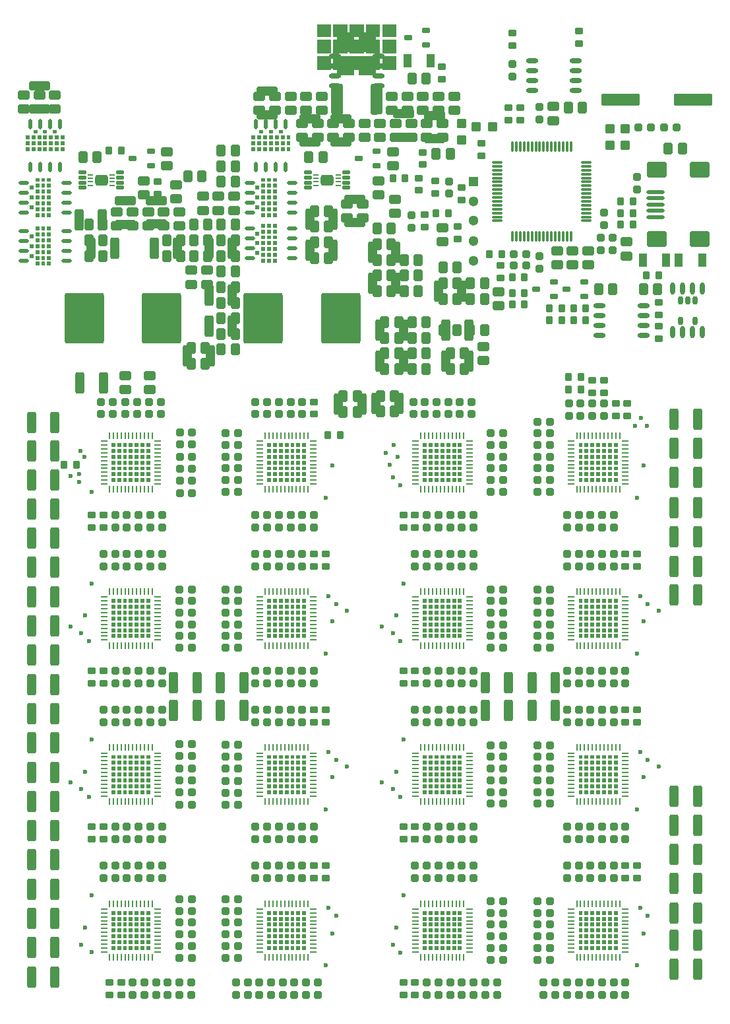
<source format=gtp>
%FSLAX44Y44*%
%MOMM*%
G71*
G01*
G75*
G04:AMPARAMS|DCode=10|XSize=2.7mm|YSize=1.15mm|CornerRadius=0.2013mm|HoleSize=0mm|Usage=FLASHONLY|Rotation=90.000|XOffset=0mm|YOffset=0mm|HoleType=Round|Shape=RoundedRectangle|*
%AMROUNDEDRECTD10*
21,1,2.7000,0.7475,0,0,90.0*
21,1,2.2975,1.1500,0,0,90.0*
1,1,0.4025,0.3738,1.1487*
1,1,0.4025,0.3738,-1.1487*
1,1,0.4025,-0.3738,-1.1487*
1,1,0.4025,-0.3738,1.1487*
%
%ADD10ROUNDEDRECTD10*%
G04:AMPARAMS|DCode=11|XSize=2.7mm|YSize=1.15mm|CornerRadius=0.2013mm|HoleSize=0mm|Usage=FLASHONLY|Rotation=0.000|XOffset=0mm|YOffset=0mm|HoleType=Round|Shape=RoundedRectangle|*
%AMROUNDEDRECTD11*
21,1,2.7000,0.7475,0,0,0.0*
21,1,2.2975,1.1500,0,0,0.0*
1,1,0.4025,1.1487,-0.3738*
1,1,0.4025,-1.1487,-0.3738*
1,1,0.4025,-1.1487,0.3738*
1,1,0.4025,1.1487,0.3738*
%
%ADD11ROUNDEDRECTD11*%
%ADD12O,1.3500X0.5000*%
G04:AMPARAMS|DCode=13|XSize=1mm|YSize=0.9mm|CornerRadius=0.198mm|HoleSize=0mm|Usage=FLASHONLY|Rotation=180.000|XOffset=0mm|YOffset=0mm|HoleType=Round|Shape=RoundedRectangle|*
%AMROUNDEDRECTD13*
21,1,1.0000,0.5040,0,0,180.0*
21,1,0.6040,0.9000,0,0,180.0*
1,1,0.3960,-0.3020,0.2520*
1,1,0.3960,0.3020,0.2520*
1,1,0.3960,0.3020,-0.2520*
1,1,0.3960,-0.3020,-0.2520*
%
%ADD13ROUNDEDRECTD13*%
G04:AMPARAMS|DCode=14|XSize=1.45mm|YSize=1.15mm|CornerRadius=0.2013mm|HoleSize=0mm|Usage=FLASHONLY|Rotation=270.000|XOffset=0mm|YOffset=0mm|HoleType=Round|Shape=RoundedRectangle|*
%AMROUNDEDRECTD14*
21,1,1.4500,0.7475,0,0,270.0*
21,1,1.0475,1.1500,0,0,270.0*
1,1,0.4025,-0.3738,-0.5238*
1,1,0.4025,-0.3738,0.5238*
1,1,0.4025,0.3738,0.5238*
1,1,0.4025,0.3738,-0.5238*
%
%ADD14ROUNDEDRECTD14*%
%ADD15O,1.5500X0.6000*%
G04:AMPARAMS|DCode=16|XSize=1mm|YSize=0.95mm|CornerRadius=0.1995mm|HoleSize=0mm|Usage=FLASHONLY|Rotation=270.000|XOffset=0mm|YOffset=0mm|HoleType=Round|Shape=RoundedRectangle|*
%AMROUNDEDRECTD16*
21,1,1.0000,0.5510,0,0,270.0*
21,1,0.6010,0.9500,0,0,270.0*
1,1,0.3990,-0.2755,-0.3005*
1,1,0.3990,-0.2755,0.3005*
1,1,0.3990,0.2755,0.3005*
1,1,0.3990,0.2755,-0.3005*
%
%ADD16ROUNDEDRECTD16*%
G04:AMPARAMS|DCode=17|XSize=1mm|YSize=0.95mm|CornerRadius=0.1995mm|HoleSize=0mm|Usage=FLASHONLY|Rotation=180.000|XOffset=0mm|YOffset=0mm|HoleType=Round|Shape=RoundedRectangle|*
%AMROUNDEDRECTD17*
21,1,1.0000,0.5510,0,0,180.0*
21,1,0.6010,0.9500,0,0,180.0*
1,1,0.3990,-0.3005,0.2755*
1,1,0.3990,0.3005,0.2755*
1,1,0.3990,0.3005,-0.2755*
1,1,0.3990,-0.3005,-0.2755*
%
%ADD17ROUNDEDRECTD17*%
G04:AMPARAMS|DCode=18|XSize=1mm|YSize=0.9mm|CornerRadius=0.198mm|HoleSize=0mm|Usage=FLASHONLY|Rotation=270.000|XOffset=0mm|YOffset=0mm|HoleType=Round|Shape=RoundedRectangle|*
%AMROUNDEDRECTD18*
21,1,1.0000,0.5040,0,0,270.0*
21,1,0.6040,0.9000,0,0,270.0*
1,1,0.3960,-0.2520,-0.3020*
1,1,0.3960,-0.2520,0.3020*
1,1,0.3960,0.2520,0.3020*
1,1,0.3960,0.2520,-0.3020*
%
%ADD18ROUNDEDRECTD18*%
G04:AMPARAMS|DCode=19|XSize=1.45mm|YSize=1.15mm|CornerRadius=0.2013mm|HoleSize=0mm|Usage=FLASHONLY|Rotation=0.000|XOffset=0mm|YOffset=0mm|HoleType=Round|Shape=RoundedRectangle|*
%AMROUNDEDRECTD19*
21,1,1.4500,0.7475,0,0,0.0*
21,1,1.0475,1.1500,0,0,0.0*
1,1,0.4025,0.5238,-0.3738*
1,1,0.4025,-0.5238,-0.3738*
1,1,0.4025,-0.5238,0.3738*
1,1,0.4025,0.5238,0.3738*
%
%ADD19ROUNDEDRECTD19*%
%ADD20O,0.6000X1.5500*%
G04:AMPARAMS|DCode=21|XSize=1.05mm|YSize=0.65mm|CornerRadius=0.2015mm|HoleSize=0mm|Usage=FLASHONLY|Rotation=180.000|XOffset=0mm|YOffset=0mm|HoleType=Round|Shape=RoundedRectangle|*
%AMROUNDEDRECTD21*
21,1,1.0500,0.2470,0,0,180.0*
21,1,0.6470,0.6500,0,0,180.0*
1,1,0.4030,-0.3235,0.1235*
1,1,0.4030,0.3235,0.1235*
1,1,0.4030,0.3235,-0.1235*
1,1,0.4030,-0.3235,-0.1235*
%
%ADD21ROUNDEDRECTD21*%
G04:AMPARAMS|DCode=22|XSize=1.75mm|YSize=1.05mm|CornerRadius=0.1995mm|HoleSize=0mm|Usage=FLASHONLY|Rotation=270.000|XOffset=0mm|YOffset=0mm|HoleType=Round|Shape=RoundedRectangle|*
%AMROUNDEDRECTD22*
21,1,1.7500,0.6510,0,0,270.0*
21,1,1.3510,1.0500,0,0,270.0*
1,1,0.3990,-0.3255,-0.6755*
1,1,0.3990,-0.3255,0.6755*
1,1,0.3990,0.3255,0.6755*
1,1,0.3990,0.3255,-0.6755*
%
%ADD22ROUNDEDRECTD22*%
%ADD23O,0.5000X1.3500*%
G04:AMPARAMS|DCode=24|XSize=6.5mm|YSize=5mm|CornerRadius=0.25mm|HoleSize=0mm|Usage=FLASHONLY|Rotation=90.000|XOffset=0mm|YOffset=0mm|HoleType=Round|Shape=RoundedRectangle|*
%AMROUNDEDRECTD24*
21,1,6.5000,4.5000,0,0,90.0*
21,1,6.0000,5.0000,0,0,90.0*
1,1,0.5000,2.2500,3.0000*
1,1,0.5000,2.2500,-3.0000*
1,1,0.5000,-2.2500,-3.0000*
1,1,0.5000,-2.2500,3.0000*
%
%ADD24ROUNDEDRECTD24*%
%ADD25C,1.3000*%
%ADD26R,1.3000X1.3000*%
G04:AMPARAMS|DCode=27|XSize=4.9mm|YSize=1.6mm|CornerRadius=0.2mm|HoleSize=0mm|Usage=FLASHONLY|Rotation=180.000|XOffset=0mm|YOffset=0mm|HoleType=Round|Shape=RoundedRectangle|*
%AMROUNDEDRECTD27*
21,1,4.9000,1.2000,0,0,180.0*
21,1,4.5000,1.6000,0,0,180.0*
1,1,0.4000,-2.2500,0.6000*
1,1,0.4000,2.2500,0.6000*
1,1,0.4000,2.2500,-0.6000*
1,1,0.4000,-2.2500,-0.6000*
%
%ADD27ROUNDEDRECTD27*%
%ADD28O,1.5000X0.3000*%
%ADD29O,0.3000X1.5000*%
%ADD30C,1.0000*%
G04:AMPARAMS|DCode=31|XSize=1.1mm|YSize=0.6mm|CornerRadius=0.201mm|HoleSize=0mm|Usage=FLASHONLY|Rotation=270.000|XOffset=0mm|YOffset=0mm|HoleType=Round|Shape=RoundedRectangle|*
%AMROUNDEDRECTD31*
21,1,1.1000,0.1980,0,0,270.0*
21,1,0.6980,0.6000,0,0,270.0*
1,1,0.4020,-0.0990,-0.3490*
1,1,0.4020,-0.0990,0.3490*
1,1,0.4020,0.0990,0.3490*
1,1,0.4020,0.0990,-0.3490*
%
%ADD31ROUNDEDRECTD31*%
G04:AMPARAMS|DCode=32|XSize=2.5mm|YSize=2mm|CornerRadius=0.2mm|HoleSize=0mm|Usage=FLASHONLY|Rotation=180.000|XOffset=0mm|YOffset=0mm|HoleType=Round|Shape=RoundedRectangle|*
%AMROUNDEDRECTD32*
21,1,2.5000,1.6000,0,0,180.0*
21,1,2.1000,2.0000,0,0,180.0*
1,1,0.4000,-1.0500,0.8000*
1,1,0.4000,1.0500,0.8000*
1,1,0.4000,1.0500,-0.8000*
1,1,0.4000,-1.0500,-0.8000*
%
%ADD32ROUNDEDRECTD32*%
G04:AMPARAMS|DCode=33|XSize=2.3mm|YSize=0.5mm|CornerRadius=0.2mm|HoleSize=0mm|Usage=FLASHONLY|Rotation=180.000|XOffset=0mm|YOffset=0mm|HoleType=Round|Shape=RoundedRectangle|*
%AMROUNDEDRECTD33*
21,1,2.3000,0.1000,0,0,180.0*
21,1,1.9000,0.5000,0,0,180.0*
1,1,0.4000,-0.9500,0.0500*
1,1,0.4000,0.9500,0.0500*
1,1,0.4000,0.9500,-0.0500*
1,1,0.4000,-0.9500,-0.0500*
%
%ADD33ROUNDEDRECTD33*%
G04:AMPARAMS|DCode=34|XSize=1mm|YSize=0.45mm|CornerRadius=0.1125mm|HoleSize=0mm|Usage=FLASHONLY|Rotation=0.000|XOffset=0mm|YOffset=0mm|HoleType=Round|Shape=RoundedRectangle|*
%AMROUNDEDRECTD34*
21,1,1.0000,0.2250,0,0,0.0*
21,1,0.7750,0.4500,0,0,0.0*
1,1,0.2250,0.3875,-0.1125*
1,1,0.2250,-0.3875,-0.1125*
1,1,0.2250,-0.3875,0.1125*
1,1,0.2250,0.3875,0.1125*
%
%ADD34ROUNDEDRECTD34*%
G04:AMPARAMS|DCode=35|XSize=1.35mm|YSize=1.65mm|CornerRadius=0.27mm|HoleSize=0mm|Usage=FLASHONLY|Rotation=90.000|XOffset=0mm|YOffset=0mm|HoleType=Round|Shape=RoundedRectangle|*
%AMROUNDEDRECTD35*
21,1,1.3500,1.1100,0,0,90.0*
21,1,0.8100,1.6500,0,0,90.0*
1,1,0.5400,0.5550,0.4050*
1,1,0.5400,0.5550,-0.4050*
1,1,0.5400,-0.5550,-0.4050*
1,1,0.5400,-0.5550,0.4050*
%
%ADD35ROUNDEDRECTD35*%
G04:AMPARAMS|DCode=36|XSize=0.7mm|YSize=0.25mm|CornerRadius=0.0838mm|HoleSize=0mm|Usage=FLASHONLY|Rotation=0.000|XOffset=0mm|YOffset=0mm|HoleType=Round|Shape=RoundedRectangle|*
%AMROUNDEDRECTD36*
21,1,0.7000,0.0825,0,0,0.0*
21,1,0.5325,0.2500,0,0,0.0*
1,1,0.1675,0.2662,-0.0413*
1,1,0.1675,-0.2662,-0.0413*
1,1,0.1675,-0.2662,0.0413*
1,1,0.1675,0.2662,0.0413*
%
%ADD36ROUNDEDRECTD36*%
G04:AMPARAMS|DCode=37|XSize=3mm|YSize=1.65mm|CornerRadius=0.1073mm|HoleSize=0mm|Usage=FLASHONLY|Rotation=90.000|XOffset=0mm|YOffset=0mm|HoleType=Round|Shape=RoundedRectangle|*
%AMROUNDEDRECTD37*
21,1,3.0000,1.4355,0,0,90.0*
21,1,2.7855,1.6500,0,0,90.0*
1,1,0.2145,0.7178,1.3927*
1,1,0.2145,0.7178,-1.3927*
1,1,0.2145,-0.7178,-1.3927*
1,1,0.2145,-0.7178,1.3927*
%
%ADD37ROUNDEDRECTD37*%
G04:AMPARAMS|DCode=38|XSize=1.2mm|YSize=1.2mm|CornerRadius=0.198mm|HoleSize=0mm|Usage=FLASHONLY|Rotation=0.000|XOffset=0mm|YOffset=0mm|HoleType=Round|Shape=RoundedRectangle|*
%AMROUNDEDRECTD38*
21,1,1.2000,0.8040,0,0,0.0*
21,1,0.8040,1.2000,0,0,0.0*
1,1,0.3960,0.4020,-0.4020*
1,1,0.3960,-0.4020,-0.4020*
1,1,0.3960,-0.4020,0.4020*
1,1,0.3960,0.4020,0.4020*
%
%ADD38ROUNDEDRECTD38*%
G04:AMPARAMS|DCode=39|XSize=1.2mm|YSize=1.2mm|CornerRadius=0.198mm|HoleSize=0mm|Usage=FLASHONLY|Rotation=270.000|XOffset=0mm|YOffset=0mm|HoleType=Round|Shape=RoundedRectangle|*
%AMROUNDEDRECTD39*
21,1,1.2000,0.8040,0,0,270.0*
21,1,0.8040,1.2000,0,0,270.0*
1,1,0.3960,-0.4020,-0.4020*
1,1,0.3960,-0.4020,0.4020*
1,1,0.3960,0.4020,0.4020*
1,1,0.3960,0.4020,-0.4020*
%
%ADD39ROUNDEDRECTD39*%
G04:AMPARAMS|DCode=40|XSize=6.45mm|YSize=6mm|CornerRadius=0.21mm|HoleSize=0mm|Usage=FLASHONLY|Rotation=90.000|XOffset=0mm|YOffset=0mm|HoleType=Round|Shape=RoundedRectangle|*
%AMROUNDEDRECTD40*
21,1,6.4500,5.5800,0,0,90.0*
21,1,6.0300,6.0000,0,0,90.0*
1,1,0.4200,2.7900,3.0150*
1,1,0.4200,2.7900,-3.0150*
1,1,0.4200,-2.7900,-3.0150*
1,1,0.4200,-2.7900,3.0150*
%
%ADD40ROUNDEDRECTD40*%
G04:AMPARAMS|DCode=41|XSize=2.85mm|YSize=1mm|CornerRadius=0.2mm|HoleSize=0mm|Usage=FLASHONLY|Rotation=90.000|XOffset=0mm|YOffset=0mm|HoleType=Round|Shape=RoundedRectangle|*
%AMROUNDEDRECTD41*
21,1,2.8500,0.6000,0,0,90.0*
21,1,2.4500,1.0000,0,0,90.0*
1,1,0.4000,0.3000,1.2250*
1,1,0.4000,0.3000,-1.2250*
1,1,0.4000,-0.3000,-1.2250*
1,1,0.4000,-0.3000,1.2250*
%
%ADD41ROUNDEDRECTD41*%
G04:AMPARAMS|DCode=42|XSize=3.95mm|YSize=1.5mm|CornerRadius=0.2475mm|HoleSize=0mm|Usage=FLASHONLY|Rotation=90.000|XOffset=0mm|YOffset=0mm|HoleType=Round|Shape=RoundedRectangle|*
%AMROUNDEDRECTD42*
21,1,3.9500,1.0050,0,0,90.0*
21,1,3.4550,1.5000,0,0,90.0*
1,1,0.4950,0.5025,1.7275*
1,1,0.4950,0.5025,-1.7275*
1,1,0.4950,-0.5025,-1.7275*
1,1,0.4950,-0.5025,1.7275*
%
%ADD42ROUNDEDRECTD42*%
G04:AMPARAMS|DCode=43|XSize=6.4mm|YSize=10.5mm|CornerRadius=0.128mm|HoleSize=0mm|Usage=FLASHONLY|Rotation=90.000|XOffset=0mm|YOffset=0mm|HoleType=Round|Shape=RoundedRectangle|*
%AMROUNDEDRECTD43*
21,1,6.4000,10.2440,0,0,90.0*
21,1,6.1440,10.5000,0,0,90.0*
1,1,0.2560,5.1220,3.0720*
1,1,0.2560,5.1220,-3.0720*
1,1,0.2560,-5.1220,-3.0720*
1,1,0.2560,-5.1220,3.0720*
%
%ADD43ROUNDEDRECTD43*%
%ADD44C,0.6000*%
%ADD45C,0.4000*%
%ADD46O,0.2500X0.8500*%
%ADD47O,0.8500X0.2500*%
%ADD48C,0.5000*%
%ADD49C,0.6000*%
%ADD50C,0.2500*%
%ADD51C,0.3500*%
%ADD52C,0.8000*%
%ADD53C,0.4000*%
%ADD54C,0.2540*%
%ADD55C,1.0000*%
%ADD56C,0.4500*%
%ADD57C,0.5500*%
%ADD58C,0.3000*%
%ADD59C,1.6000*%
%ADD60R,1.6000X1.6000*%
%ADD61C,6.0000*%
%ADD62C,3.0000*%
%ADD63C,2.0000*%
%ADD64C,7.0000*%
%ADD65C,0.5000*%
%ADD66C,1.8500*%
%ADD67C,2.4000*%
%ADD68C,3.5000*%
%ADD69C,2.3000*%
%ADD70C,1.8000*%
%ADD71C,2.0000*%
%ADD72C,0.0000*%
G36*
X-97500Y-95000D02*
X-102500D01*
Y-90000D01*
X-97500D01*
Y-95000D01*
D02*
G37*
G36*
X-90000D02*
X-95000D01*
Y-90000D01*
X-90000D01*
Y-95000D01*
D02*
G37*
G36*
X-82500D02*
X-87500D01*
Y-90000D01*
X-82500D01*
Y-95000D01*
D02*
G37*
G36*
X-105000D02*
X-110000D01*
Y-90000D01*
X-105000D01*
Y-95000D01*
D02*
G37*
G36*
X-120000Y-95000D02*
X-125000D01*
Y-90000D01*
X-120000D01*
Y-95000D01*
D02*
G37*
G36*
X280000D02*
X275000D01*
Y-90000D01*
X280000D01*
Y-95000D01*
D02*
G37*
G36*
X-112500Y-95000D02*
X-117500D01*
Y-90000D01*
X-112500D01*
Y-95000D01*
D02*
G37*
G36*
X310000D02*
X305000D01*
Y-90000D01*
X310000D01*
Y-95000D01*
D02*
G37*
G36*
X317500D02*
X312500D01*
Y-90000D01*
X317500D01*
Y-95000D01*
D02*
G37*
G36*
X325000D02*
X320000D01*
Y-90000D01*
X325000D01*
Y-95000D01*
D02*
G37*
G36*
X302500D02*
X297500D01*
Y-90000D01*
X302500D01*
Y-95000D01*
D02*
G37*
G36*
X-75000D02*
X-80000D01*
Y-90000D01*
X-75000D01*
Y-95000D01*
D02*
G37*
G36*
X287500D02*
X282500D01*
Y-90000D01*
X287500D01*
Y-95000D01*
D02*
G37*
G36*
X295000D02*
X290000D01*
Y-90000D01*
X295000D01*
Y-95000D01*
D02*
G37*
G36*
X125000Y-102500D02*
X120000D01*
Y-97500D01*
X125000D01*
Y-102500D01*
D02*
G37*
G36*
X102500Y-102500D02*
X97500D01*
Y-97500D01*
X102500D01*
Y-102500D01*
D02*
G37*
G36*
X110000D02*
X105000D01*
Y-97500D01*
X110000D01*
Y-102500D01*
D02*
G37*
G36*
X117500D02*
X112500D01*
Y-97500D01*
X117500D01*
Y-102500D01*
D02*
G37*
G36*
X95000D02*
X90000D01*
Y-97500D01*
X95000D01*
Y-102500D01*
D02*
G37*
G36*
X-75000D02*
X-80000D01*
Y-97500D01*
X-75000D01*
Y-102500D01*
D02*
G37*
G36*
X80000D02*
X75000D01*
Y-97500D01*
X80000D01*
Y-102500D01*
D02*
G37*
G36*
X87500D02*
X82500D01*
Y-97500D01*
X87500D01*
Y-102500D01*
D02*
G37*
G36*
X317500D02*
X312500D01*
Y-97500D01*
X317500D01*
Y-102500D01*
D02*
G37*
G36*
X325000D02*
X320000D01*
Y-97500D01*
X325000D01*
Y-102500D01*
D02*
G37*
G36*
X-275000Y-102500D02*
X-280000D01*
Y-97500D01*
X-275000D01*
Y-102500D01*
D02*
G37*
G36*
X310000Y-102500D02*
X305000D01*
Y-97500D01*
X310000D01*
Y-102500D01*
D02*
G37*
G36*
X287500D02*
X282500D01*
Y-97500D01*
X287500D01*
Y-102500D01*
D02*
G37*
G36*
X295000D02*
X290000D01*
Y-97500D01*
X295000D01*
Y-102500D01*
D02*
G37*
G36*
X302500D02*
X297500D01*
Y-97500D01*
X302500D01*
Y-102500D01*
D02*
G37*
G36*
X-297500Y-87500D02*
X-302500D01*
Y-82500D01*
X-297500D01*
Y-87500D01*
D02*
G37*
G36*
X-290000D02*
X-295000D01*
Y-82500D01*
X-290000D01*
Y-87500D01*
D02*
G37*
G36*
X-282500D02*
X-287500D01*
Y-82500D01*
X-282500D01*
Y-87500D01*
D02*
G37*
G36*
X-305000D02*
X-310000D01*
Y-82500D01*
X-305000D01*
Y-87500D01*
D02*
G37*
G36*
X280000Y-87500D02*
X275000D01*
Y-82500D01*
X280000D01*
Y-87500D01*
D02*
G37*
G36*
X-320000Y-87500D02*
X-325000D01*
Y-82500D01*
X-320000D01*
Y-87500D01*
D02*
G37*
G36*
X-312500D02*
X-317500D01*
Y-82500D01*
X-312500D01*
Y-87500D01*
D02*
G37*
G36*
X-82500D02*
X-87500D01*
Y-82500D01*
X-82500D01*
Y-87500D01*
D02*
G37*
G36*
X-75000D02*
X-80000D01*
Y-82500D01*
X-75000D01*
Y-87500D01*
D02*
G37*
G36*
X80000D02*
X75000D01*
Y-82500D01*
X80000D01*
Y-87500D01*
D02*
G37*
G36*
X-90000D02*
X-95000D01*
Y-82500D01*
X-90000D01*
Y-87500D01*
D02*
G37*
G36*
X-112500D02*
X-117500D01*
Y-82500D01*
X-112500D01*
Y-87500D01*
D02*
G37*
G36*
X-105000D02*
X-110000D01*
Y-82500D01*
X-105000D01*
Y-87500D01*
D02*
G37*
G36*
X-97500D02*
X-102500D01*
Y-82500D01*
X-97500D01*
Y-87500D01*
D02*
G37*
G36*
X-120000Y-87500D02*
X-125000D01*
Y-82500D01*
X-120000D01*
Y-87500D01*
D02*
G37*
G36*
X-290000Y-95000D02*
X-295000D01*
Y-90000D01*
X-290000D01*
Y-95000D01*
D02*
G37*
G36*
X-282500D02*
X-287500D01*
Y-90000D01*
X-282500D01*
Y-95000D01*
D02*
G37*
G36*
X80000D02*
X75000D01*
Y-90000D01*
X80000D01*
Y-95000D01*
D02*
G37*
G36*
X-297500D02*
X-302500D01*
Y-90000D01*
X-297500D01*
Y-95000D01*
D02*
G37*
G36*
X-320000D02*
X-325000D01*
Y-90000D01*
X-320000D01*
Y-95000D01*
D02*
G37*
G36*
X-312500D02*
X-317500D01*
Y-90000D01*
X-312500D01*
Y-95000D01*
D02*
G37*
G36*
X-305000D02*
X-310000D01*
Y-90000D01*
X-305000D01*
Y-95000D01*
D02*
G37*
G36*
X117500D02*
X112500D01*
Y-90000D01*
X117500D01*
Y-95000D01*
D02*
G37*
G36*
X-275000Y-95000D02*
X-280000D01*
Y-90000D01*
X-275000D01*
Y-95000D01*
D02*
G37*
G36*
X125000D02*
X120000D01*
Y-90000D01*
X125000D01*
Y-95000D01*
D02*
G37*
G36*
X110000Y-95000D02*
X105000D01*
Y-90000D01*
X110000D01*
Y-95000D01*
D02*
G37*
G36*
X87500D02*
X82500D01*
Y-90000D01*
X87500D01*
Y-95000D01*
D02*
G37*
G36*
X95000D02*
X90000D01*
Y-90000D01*
X95000D01*
Y-95000D01*
D02*
G37*
G36*
X102500D02*
X97500D01*
Y-90000D01*
X102500D01*
Y-95000D01*
D02*
G37*
G36*
X-82500Y-102500D02*
X-87500D01*
Y-97500D01*
X-82500D01*
Y-102500D01*
D02*
G37*
G36*
X280000Y-110000D02*
X275000D01*
Y-105000D01*
X280000D01*
Y-110000D01*
D02*
G37*
G36*
X-112500Y-110000D02*
X-117500D01*
Y-105000D01*
X-112500D01*
Y-110000D01*
D02*
G37*
G36*
X-105000D02*
X-110000D01*
Y-105000D01*
X-105000D01*
Y-110000D01*
D02*
G37*
G36*
X-120000Y-110000D02*
X-125000D01*
Y-105000D01*
X-120000D01*
Y-110000D01*
D02*
G37*
G36*
X325000Y-117500D02*
X320000D01*
Y-112500D01*
X325000D01*
Y-117500D01*
D02*
G37*
G36*
X-275000Y-117500D02*
X-280000D01*
Y-112500D01*
X-275000D01*
Y-117500D01*
D02*
G37*
G36*
X125000D02*
X120000D01*
Y-112500D01*
X125000D01*
Y-117500D01*
D02*
G37*
G36*
X287500Y-110000D02*
X282500D01*
Y-105000D01*
X287500D01*
Y-110000D01*
D02*
G37*
G36*
X295000D02*
X290000D01*
Y-105000D01*
X295000D01*
Y-110000D01*
D02*
G37*
G36*
X302500D02*
X297500D01*
Y-105000D01*
X302500D01*
Y-110000D01*
D02*
G37*
G36*
X-75000D02*
X-80000D01*
Y-105000D01*
X-75000D01*
Y-110000D01*
D02*
G37*
G36*
X-97500D02*
X-102500D01*
Y-105000D01*
X-97500D01*
Y-110000D01*
D02*
G37*
G36*
X-90000D02*
X-95000D01*
Y-105000D01*
X-90000D01*
Y-110000D01*
D02*
G37*
G36*
X-82500D02*
X-87500D01*
Y-105000D01*
X-82500D01*
Y-110000D01*
D02*
G37*
G36*
X317500Y-117500D02*
X312500D01*
Y-112500D01*
X317500D01*
Y-117500D01*
D02*
G37*
G36*
X80000D02*
X75000D01*
Y-112500D01*
X80000D01*
Y-117500D01*
D02*
G37*
G36*
X87500D02*
X82500D01*
Y-112500D01*
X87500D01*
Y-117500D01*
D02*
G37*
G36*
X95000D02*
X90000D01*
Y-112500D01*
X95000D01*
Y-117500D01*
D02*
G37*
G36*
X-75000D02*
X-80000D01*
Y-112500D01*
X-75000D01*
Y-117500D01*
D02*
G37*
G36*
X-97500D02*
X-102500D01*
Y-112500D01*
X-97500D01*
Y-117500D01*
D02*
G37*
G36*
X-90000D02*
X-95000D01*
Y-112500D01*
X-90000D01*
Y-117500D01*
D02*
G37*
G36*
X-82500D02*
X-87500D01*
Y-112500D01*
X-82500D01*
Y-117500D01*
D02*
G37*
G36*
X295000D02*
X290000D01*
Y-112500D01*
X295000D01*
Y-117500D01*
D02*
G37*
G36*
X302500D02*
X297500D01*
Y-112500D01*
X302500D01*
Y-117500D01*
D02*
G37*
G36*
X310000D02*
X305000D01*
Y-112500D01*
X310000D01*
Y-117500D01*
D02*
G37*
G36*
X287500D02*
X282500D01*
Y-112500D01*
X287500D01*
Y-117500D01*
D02*
G37*
G36*
X102500D02*
X97500D01*
Y-112500D01*
X102500D01*
Y-117500D01*
D02*
G37*
G36*
X110000D02*
X105000D01*
Y-112500D01*
X110000D01*
Y-117500D01*
D02*
G37*
G36*
X117500D02*
X112500D01*
Y-112500D01*
X117500D01*
Y-117500D01*
D02*
G37*
G36*
X-320000Y-102500D02*
X-325000D01*
Y-97500D01*
X-320000D01*
Y-102500D01*
D02*
G37*
G36*
X-312500D02*
X-317500D01*
Y-97500D01*
X-312500D01*
Y-102500D01*
D02*
G37*
G36*
X-305000D02*
X-310000D01*
Y-97500D01*
X-305000D01*
Y-102500D01*
D02*
G37*
G36*
X280000Y-102500D02*
X275000D01*
Y-97500D01*
X280000D01*
Y-102500D01*
D02*
G37*
G36*
X-275000Y-110000D02*
X-280000D01*
Y-105000D01*
X-275000D01*
Y-110000D01*
D02*
G37*
G36*
X125000D02*
X120000D01*
Y-105000D01*
X125000D01*
Y-110000D01*
D02*
G37*
G36*
X-120000Y-102500D02*
X-125000D01*
Y-97500D01*
X-120000D01*
Y-102500D01*
D02*
G37*
G36*
X-105000Y-102500D02*
X-110000D01*
Y-97500D01*
X-105000D01*
Y-102500D01*
D02*
G37*
G36*
X-97500D02*
X-102500D01*
Y-97500D01*
X-97500D01*
Y-102500D01*
D02*
G37*
G36*
X-90000D02*
X-95000D01*
Y-97500D01*
X-90000D01*
Y-102500D01*
D02*
G37*
G36*
X-112500D02*
X-117500D01*
Y-97500D01*
X-112500D01*
Y-102500D01*
D02*
G37*
G36*
X-297500D02*
X-302500D01*
Y-97500D01*
X-297500D01*
Y-102500D01*
D02*
G37*
G36*
X-290000D02*
X-295000D01*
Y-97500D01*
X-290000D01*
Y-102500D01*
D02*
G37*
G36*
X-282500D02*
X-287500D01*
Y-97500D01*
X-282500D01*
Y-102500D01*
D02*
G37*
G36*
X117500Y-110000D02*
X112500D01*
Y-105000D01*
X117500D01*
Y-110000D01*
D02*
G37*
G36*
X-312500D02*
X-317500D01*
Y-105000D01*
X-312500D01*
Y-110000D01*
D02*
G37*
G36*
X-305000D02*
X-310000D01*
Y-105000D01*
X-305000D01*
Y-110000D01*
D02*
G37*
G36*
X-297500D02*
X-302500D01*
Y-105000D01*
X-297500D01*
Y-110000D01*
D02*
G37*
G36*
X-320000D02*
X-325000D01*
Y-105000D01*
X-320000D01*
Y-110000D01*
D02*
G37*
G36*
X310000Y-110000D02*
X305000D01*
Y-105000D01*
X310000D01*
Y-110000D01*
D02*
G37*
G36*
X317500D02*
X312500D01*
Y-105000D01*
X317500D01*
Y-110000D01*
D02*
G37*
G36*
X325000D02*
X320000D01*
Y-105000D01*
X325000D01*
Y-110000D01*
D02*
G37*
G36*
X95000Y-110000D02*
X90000D01*
Y-105000D01*
X95000D01*
Y-110000D01*
D02*
G37*
G36*
X102500D02*
X97500D01*
Y-105000D01*
X102500D01*
Y-110000D01*
D02*
G37*
G36*
X110000D02*
X105000D01*
Y-105000D01*
X110000D01*
Y-110000D01*
D02*
G37*
G36*
X87500D02*
X82500D01*
Y-105000D01*
X87500D01*
Y-110000D01*
D02*
G37*
G36*
X-290000D02*
X-295000D01*
Y-105000D01*
X-290000D01*
Y-110000D01*
D02*
G37*
G36*
X-282500D02*
X-287500D01*
Y-105000D01*
X-282500D01*
Y-110000D01*
D02*
G37*
G36*
X80000D02*
X75000D01*
Y-105000D01*
X80000D01*
Y-110000D01*
D02*
G37*
G36*
X-105000Y82500D02*
X-110000D01*
Y87500D01*
X-105000D01*
Y82500D01*
D02*
G37*
G36*
X-97500D02*
X-102500D01*
Y87500D01*
X-97500D01*
Y82500D01*
D02*
G37*
G36*
X-90000D02*
X-95000D01*
Y87500D01*
X-90000D01*
Y82500D01*
D02*
G37*
G36*
X-112500D02*
X-117500D01*
Y87500D01*
X-112500D01*
Y82500D01*
D02*
G37*
G36*
X-297500D02*
X-302500D01*
Y87500D01*
X-297500D01*
Y82500D01*
D02*
G37*
G36*
X-290000D02*
X-295000D01*
Y87500D01*
X-290000D01*
Y82500D01*
D02*
G37*
G36*
X-282500D02*
X-287500D01*
Y87500D01*
X-282500D01*
Y82500D01*
D02*
G37*
G36*
X95000D02*
X90000D01*
Y87500D01*
X95000D01*
Y82500D01*
D02*
G37*
G36*
X102500D02*
X97500D01*
Y87500D01*
X102500D01*
Y82500D01*
D02*
G37*
G36*
X110000D02*
X105000D01*
Y87500D01*
X110000D01*
Y82500D01*
D02*
G37*
G36*
X87500D02*
X82500D01*
Y87500D01*
X87500D01*
Y82500D01*
D02*
G37*
G36*
X-82500D02*
X-87500D01*
Y87500D01*
X-82500D01*
Y82500D01*
D02*
G37*
G36*
X-75000D02*
X-80000D01*
Y87500D01*
X-75000D01*
Y82500D01*
D02*
G37*
G36*
X80000D02*
X75000D01*
Y87500D01*
X80000D01*
Y82500D01*
D02*
G37*
G36*
X-305000D02*
X-310000D01*
Y87500D01*
X-305000D01*
Y82500D01*
D02*
G37*
G36*
X302500Y75000D02*
X297500D01*
Y80000D01*
X302500D01*
Y75000D01*
D02*
G37*
G36*
X310000D02*
X305000D01*
Y80000D01*
X310000D01*
Y75000D01*
D02*
G37*
G36*
X317500D02*
X312500D01*
Y80000D01*
X317500D01*
Y75000D01*
D02*
G37*
G36*
X295000D02*
X290000D01*
Y80000D01*
X295000D01*
Y75000D01*
D02*
G37*
G36*
X110000D02*
X105000D01*
Y80000D01*
X110000D01*
Y75000D01*
D02*
G37*
G36*
X117500D02*
X112500D01*
Y80000D01*
X117500D01*
Y75000D01*
D02*
G37*
G36*
X287500D02*
X282500D01*
Y80000D01*
X287500D01*
Y75000D01*
D02*
G37*
G36*
X280000Y82500D02*
X275000D01*
Y87500D01*
X280000D01*
Y82500D01*
D02*
G37*
G36*
X-320000Y82500D02*
X-325000D01*
Y87500D01*
X-320000D01*
Y82500D01*
D02*
G37*
G36*
X-312500D02*
X-317500D01*
Y87500D01*
X-312500D01*
Y82500D01*
D02*
G37*
G36*
X-120000Y82500D02*
X-125000D01*
Y87500D01*
X-120000D01*
Y82500D01*
D02*
G37*
G36*
X325000Y75000D02*
X320000D01*
Y80000D01*
X325000D01*
Y75000D01*
D02*
G37*
G36*
X-275000Y75000D02*
X-280000D01*
Y80000D01*
X-275000D01*
Y75000D01*
D02*
G37*
G36*
X125000D02*
X120000D01*
Y80000D01*
X125000D01*
Y75000D01*
D02*
G37*
G36*
X302500Y90000D02*
X297500D01*
Y95000D01*
X302500D01*
Y90000D01*
D02*
G37*
G36*
X310000D02*
X305000D01*
Y95000D01*
X310000D01*
Y90000D01*
D02*
G37*
G36*
X317500D02*
X312500D01*
Y95000D01*
X317500D01*
Y90000D01*
D02*
G37*
G36*
X295000D02*
X290000D01*
Y95000D01*
X295000D01*
Y90000D01*
D02*
G37*
G36*
X-82500D02*
X-87500D01*
Y95000D01*
X-82500D01*
Y90000D01*
D02*
G37*
G36*
X-75000D02*
X-80000D01*
Y95000D01*
X-75000D01*
Y90000D01*
D02*
G37*
G36*
X287500D02*
X282500D01*
Y95000D01*
X287500D01*
Y90000D01*
D02*
G37*
G36*
X-297500Y90000D02*
X-302500D01*
Y95000D01*
X-297500D01*
Y90000D01*
D02*
G37*
G36*
X-290000D02*
X-295000D01*
Y95000D01*
X-290000D01*
Y90000D01*
D02*
G37*
G36*
X-282500D02*
X-287500D01*
Y95000D01*
X-282500D01*
Y90000D01*
D02*
G37*
G36*
X-305000D02*
X-310000D01*
Y95000D01*
X-305000D01*
Y90000D01*
D02*
G37*
G36*
X325000Y90000D02*
X320000D01*
Y95000D01*
X325000D01*
Y90000D01*
D02*
G37*
G36*
X-320000Y90000D02*
X-325000D01*
Y95000D01*
X-320000D01*
Y90000D01*
D02*
G37*
G36*
X-312500D02*
X-317500D01*
Y95000D01*
X-312500D01*
Y90000D01*
D02*
G37*
G36*
X-90000Y90000D02*
X-95000D01*
Y95000D01*
X-90000D01*
Y90000D01*
D02*
G37*
G36*
X310000Y82500D02*
X305000D01*
Y87500D01*
X310000D01*
Y82500D01*
D02*
G37*
G36*
X317500D02*
X312500D01*
Y87500D01*
X317500D01*
Y82500D01*
D02*
G37*
G36*
X325000D02*
X320000D01*
Y87500D01*
X325000D01*
Y82500D01*
D02*
G37*
G36*
X302500D02*
X297500D01*
Y87500D01*
X302500D01*
Y82500D01*
D02*
G37*
G36*
X117500D02*
X112500D01*
Y87500D01*
X117500D01*
Y82500D01*
D02*
G37*
G36*
X287500D02*
X282500D01*
Y87500D01*
X287500D01*
Y82500D01*
D02*
G37*
G36*
X295000D02*
X290000D01*
Y87500D01*
X295000D01*
Y82500D01*
D02*
G37*
G36*
X-112500Y90000D02*
X-117500D01*
Y95000D01*
X-112500D01*
Y90000D01*
D02*
G37*
G36*
X-105000D02*
X-110000D01*
Y95000D01*
X-105000D01*
Y90000D01*
D02*
G37*
G36*
X-97500D02*
X-102500D01*
Y95000D01*
X-97500D01*
Y90000D01*
D02*
G37*
G36*
X280000Y90000D02*
X275000D01*
Y95000D01*
X280000D01*
Y90000D01*
D02*
G37*
G36*
X-275000Y82500D02*
X-280000D01*
Y87500D01*
X-275000D01*
Y82500D01*
D02*
G37*
G36*
X125000D02*
X120000D01*
Y87500D01*
X125000D01*
Y82500D01*
D02*
G37*
G36*
X-120000Y90000D02*
X-125000D01*
Y95000D01*
X-120000D01*
Y90000D01*
D02*
G37*
G36*
X102500Y75000D02*
X97500D01*
Y80000D01*
X102500D01*
Y75000D01*
D02*
G37*
G36*
X-290000Y-80000D02*
X-295000D01*
Y-75000D01*
X-290000D01*
Y-80000D01*
D02*
G37*
G36*
X-282500D02*
X-287500D01*
Y-75000D01*
X-282500D01*
Y-80000D01*
D02*
G37*
G36*
X-112500D02*
X-117500D01*
Y-75000D01*
X-112500D01*
Y-80000D01*
D02*
G37*
G36*
X-297500D02*
X-302500D01*
Y-75000D01*
X-297500D01*
Y-80000D01*
D02*
G37*
G36*
X-320000D02*
X-325000D01*
Y-75000D01*
X-320000D01*
Y-80000D01*
D02*
G37*
G36*
X-312500D02*
X-317500D01*
Y-75000D01*
X-312500D01*
Y-80000D01*
D02*
G37*
G36*
X-305000D02*
X-310000D01*
Y-75000D01*
X-305000D01*
Y-80000D01*
D02*
G37*
G36*
X-75000D02*
X-80000D01*
Y-75000D01*
X-75000D01*
Y-80000D01*
D02*
G37*
G36*
X80000D02*
X75000D01*
Y-75000D01*
X80000D01*
Y-80000D01*
D02*
G37*
G36*
X87500D02*
X82500D01*
Y-75000D01*
X87500D01*
Y-80000D01*
D02*
G37*
G36*
X-82500D02*
X-87500D01*
Y-75000D01*
X-82500D01*
Y-80000D01*
D02*
G37*
G36*
X-105000D02*
X-110000D01*
Y-75000D01*
X-105000D01*
Y-80000D01*
D02*
G37*
G36*
X-97500D02*
X-102500D01*
Y-75000D01*
X-97500D01*
Y-80000D01*
D02*
G37*
G36*
X-90000D02*
X-95000D01*
Y-75000D01*
X-90000D01*
Y-80000D01*
D02*
G37*
G36*
X280000Y-80000D02*
X275000D01*
Y-75000D01*
X280000D01*
Y-80000D01*
D02*
G37*
G36*
X117500Y-87500D02*
X112500D01*
Y-82500D01*
X117500D01*
Y-87500D01*
D02*
G37*
G36*
X287500D02*
X282500D01*
Y-82500D01*
X287500D01*
Y-87500D01*
D02*
G37*
G36*
X295000D02*
X290000D01*
Y-82500D01*
X295000D01*
Y-87500D01*
D02*
G37*
G36*
X110000D02*
X105000D01*
Y-82500D01*
X110000D01*
Y-87500D01*
D02*
G37*
G36*
X87500D02*
X82500D01*
Y-82500D01*
X87500D01*
Y-87500D01*
D02*
G37*
G36*
X95000D02*
X90000D01*
Y-82500D01*
X95000D01*
Y-87500D01*
D02*
G37*
G36*
X102500D02*
X97500D01*
Y-82500D01*
X102500D01*
Y-87500D01*
D02*
G37*
G36*
X-275000Y-87500D02*
X-280000D01*
Y-82500D01*
X-275000D01*
Y-87500D01*
D02*
G37*
G36*
X125000D02*
X120000D01*
Y-82500D01*
X125000D01*
Y-87500D01*
D02*
G37*
G36*
X-120000Y-80000D02*
X-125000D01*
Y-75000D01*
X-120000D01*
Y-80000D01*
D02*
G37*
G36*
X325000Y-87500D02*
X320000D01*
Y-82500D01*
X325000D01*
Y-87500D01*
D02*
G37*
G36*
X302500D02*
X297500D01*
Y-82500D01*
X302500D01*
Y-87500D01*
D02*
G37*
G36*
X310000D02*
X305000D01*
Y-82500D01*
X310000D01*
Y-87500D01*
D02*
G37*
G36*
X317500D02*
X312500D01*
Y-82500D01*
X317500D01*
Y-87500D01*
D02*
G37*
G36*
X-282500Y75000D02*
X-287500D01*
Y80000D01*
X-282500D01*
Y75000D01*
D02*
G37*
G36*
X-112500D02*
X-117500D01*
Y80000D01*
X-112500D01*
Y75000D01*
D02*
G37*
G36*
X-105000D02*
X-110000D01*
Y80000D01*
X-105000D01*
Y75000D01*
D02*
G37*
G36*
X-290000D02*
X-295000D01*
Y80000D01*
X-290000D01*
Y75000D01*
D02*
G37*
G36*
X-312500D02*
X-317500D01*
Y80000D01*
X-312500D01*
Y75000D01*
D02*
G37*
G36*
X-305000D02*
X-310000D01*
Y80000D01*
X-305000D01*
Y75000D01*
D02*
G37*
G36*
X-297500D02*
X-302500D01*
Y80000D01*
X-297500D01*
Y75000D01*
D02*
G37*
G36*
X80000D02*
X75000D01*
Y80000D01*
X80000D01*
Y75000D01*
D02*
G37*
G36*
X87500D02*
X82500D01*
Y80000D01*
X87500D01*
Y75000D01*
D02*
G37*
G36*
X95000D02*
X90000D01*
Y80000D01*
X95000D01*
Y75000D01*
D02*
G37*
G36*
X-75000D02*
X-80000D01*
Y80000D01*
X-75000D01*
Y75000D01*
D02*
G37*
G36*
X-97500D02*
X-102500D01*
Y80000D01*
X-97500D01*
Y75000D01*
D02*
G37*
G36*
X-90000D02*
X-95000D01*
Y80000D01*
X-90000D01*
Y75000D01*
D02*
G37*
G36*
X-82500D02*
X-87500D01*
Y80000D01*
X-82500D01*
Y75000D01*
D02*
G37*
G36*
X-320000D02*
X-325000D01*
Y80000D01*
X-320000D01*
Y75000D01*
D02*
G37*
G36*
X287500Y-80000D02*
X282500D01*
Y-75000D01*
X287500D01*
Y-80000D01*
D02*
G37*
G36*
X295000D02*
X290000D01*
Y-75000D01*
X295000D01*
Y-80000D01*
D02*
G37*
G36*
X302500D02*
X297500D01*
Y-75000D01*
X302500D01*
Y-80000D01*
D02*
G37*
G36*
X117500D02*
X112500D01*
Y-75000D01*
X117500D01*
Y-80000D01*
D02*
G37*
G36*
X95000D02*
X90000D01*
Y-75000D01*
X95000D01*
Y-80000D01*
D02*
G37*
G36*
X102500D02*
X97500D01*
Y-75000D01*
X102500D01*
Y-80000D01*
D02*
G37*
G36*
X110000D02*
X105000D01*
Y-75000D01*
X110000D01*
Y-80000D01*
D02*
G37*
G36*
X125000Y-80000D02*
X120000D01*
Y-75000D01*
X125000D01*
Y-80000D01*
D02*
G37*
G36*
X-120000Y75000D02*
X-125000D01*
Y80000D01*
X-120000D01*
Y75000D01*
D02*
G37*
G36*
X280000D02*
X275000D01*
Y80000D01*
X280000D01*
Y75000D01*
D02*
G37*
G36*
X-275000Y-80000D02*
X-280000D01*
Y-75000D01*
X-275000D01*
Y-80000D01*
D02*
G37*
G36*
X310000Y-80000D02*
X305000D01*
Y-75000D01*
X310000D01*
Y-80000D01*
D02*
G37*
G36*
X317500D02*
X312500D01*
Y-75000D01*
X317500D01*
Y-80000D01*
D02*
G37*
G36*
X325000D02*
X320000D01*
Y-75000D01*
X325000D01*
Y-80000D01*
D02*
G37*
G36*
X95000Y-310000D02*
X90000D01*
Y-305000D01*
X95000D01*
Y-310000D01*
D02*
G37*
G36*
X102500D02*
X97500D01*
Y-305000D01*
X102500D01*
Y-310000D01*
D02*
G37*
G36*
X110000D02*
X105000D01*
Y-305000D01*
X110000D01*
Y-310000D01*
D02*
G37*
G36*
X87500D02*
X82500D01*
Y-305000D01*
X87500D01*
Y-310000D01*
D02*
G37*
G36*
X-290000D02*
X-295000D01*
Y-305000D01*
X-290000D01*
Y-310000D01*
D02*
G37*
G36*
X-282500D02*
X-287500D01*
Y-305000D01*
X-282500D01*
Y-310000D01*
D02*
G37*
G36*
X80000D02*
X75000D01*
Y-305000D01*
X80000D01*
Y-310000D01*
D02*
G37*
G36*
X280000Y-302500D02*
X275000D01*
Y-297500D01*
X280000D01*
Y-302500D01*
D02*
G37*
G36*
X-320000Y-302500D02*
X-325000D01*
Y-297500D01*
X-320000D01*
Y-302500D01*
D02*
G37*
G36*
X-312500D02*
X-317500D01*
Y-297500D01*
X-312500D01*
Y-302500D01*
D02*
G37*
G36*
X-120000Y-302500D02*
X-125000D01*
Y-297500D01*
X-120000D01*
Y-302500D01*
D02*
G37*
G36*
X117500Y-310000D02*
X112500D01*
Y-305000D01*
X117500D01*
Y-310000D01*
D02*
G37*
G36*
X-275000Y-310000D02*
X-280000D01*
Y-305000D01*
X-275000D01*
Y-310000D01*
D02*
G37*
G36*
X125000D02*
X120000D01*
Y-305000D01*
X125000D01*
Y-310000D01*
D02*
G37*
G36*
X-297500Y-310000D02*
X-302500D01*
Y-305000D01*
X-297500D01*
Y-310000D01*
D02*
G37*
G36*
X-75000Y-310000D02*
X-80000D01*
Y-305000D01*
X-75000D01*
Y-310000D01*
D02*
G37*
G36*
X287500D02*
X282500D01*
Y-305000D01*
X287500D01*
Y-310000D01*
D02*
G37*
G36*
X295000D02*
X290000D01*
Y-305000D01*
X295000D01*
Y-310000D01*
D02*
G37*
G36*
X-82500D02*
X-87500D01*
Y-305000D01*
X-82500D01*
Y-310000D01*
D02*
G37*
G36*
X-105000D02*
X-110000D01*
Y-305000D01*
X-105000D01*
Y-310000D01*
D02*
G37*
G36*
X-97500D02*
X-102500D01*
Y-305000D01*
X-97500D01*
Y-310000D01*
D02*
G37*
G36*
X-90000D02*
X-95000D01*
Y-305000D01*
X-90000D01*
Y-310000D01*
D02*
G37*
G36*
X-320000Y-310000D02*
X-325000D01*
Y-305000D01*
X-320000D01*
Y-310000D01*
D02*
G37*
G36*
X-312500D02*
X-317500D01*
Y-305000D01*
X-312500D01*
Y-310000D01*
D02*
G37*
G36*
X-305000D02*
X-310000D01*
Y-305000D01*
X-305000D01*
Y-310000D01*
D02*
G37*
G36*
X325000Y-310000D02*
X320000D01*
Y-305000D01*
X325000D01*
Y-310000D01*
D02*
G37*
G36*
X302500D02*
X297500D01*
Y-305000D01*
X302500D01*
Y-310000D01*
D02*
G37*
G36*
X310000D02*
X305000D01*
Y-305000D01*
X310000D01*
Y-310000D01*
D02*
G37*
G36*
X317500D02*
X312500D01*
Y-305000D01*
X317500D01*
Y-310000D01*
D02*
G37*
G36*
X310000Y-302500D02*
X305000D01*
Y-297500D01*
X310000D01*
Y-302500D01*
D02*
G37*
G36*
X317500D02*
X312500D01*
Y-297500D01*
X317500D01*
Y-302500D01*
D02*
G37*
G36*
X325000D02*
X320000D01*
Y-297500D01*
X325000D01*
Y-302500D01*
D02*
G37*
G36*
X302500D02*
X297500D01*
Y-297500D01*
X302500D01*
Y-302500D01*
D02*
G37*
G36*
X117500D02*
X112500D01*
Y-297500D01*
X117500D01*
Y-302500D01*
D02*
G37*
G36*
X287500D02*
X282500D01*
Y-297500D01*
X287500D01*
Y-302500D01*
D02*
G37*
G36*
X295000D02*
X290000D01*
Y-297500D01*
X295000D01*
Y-302500D01*
D02*
G37*
G36*
X-112500Y-295000D02*
X-117500D01*
Y-290000D01*
X-112500D01*
Y-295000D01*
D02*
G37*
G36*
X-105000D02*
X-110000D01*
Y-290000D01*
X-105000D01*
Y-295000D01*
D02*
G37*
G36*
X-97500D02*
X-102500D01*
Y-290000D01*
X-97500D01*
Y-295000D01*
D02*
G37*
G36*
X280000Y-295000D02*
X275000D01*
Y-290000D01*
X280000D01*
Y-295000D01*
D02*
G37*
G36*
X-275000Y-302500D02*
X-280000D01*
Y-297500D01*
X-275000D01*
Y-302500D01*
D02*
G37*
G36*
X125000D02*
X120000D01*
Y-297500D01*
X125000D01*
Y-302500D01*
D02*
G37*
G36*
X-120000Y-295000D02*
X-125000D01*
Y-290000D01*
X-120000D01*
Y-295000D01*
D02*
G37*
G36*
X110000Y-302500D02*
X105000D01*
Y-297500D01*
X110000D01*
Y-302500D01*
D02*
G37*
G36*
X-112500D02*
X-117500D01*
Y-297500D01*
X-112500D01*
Y-302500D01*
D02*
G37*
G36*
X-105000D02*
X-110000D01*
Y-297500D01*
X-105000D01*
Y-302500D01*
D02*
G37*
G36*
X-97500D02*
X-102500D01*
Y-297500D01*
X-97500D01*
Y-302500D01*
D02*
G37*
G36*
X-282500D02*
X-287500D01*
Y-297500D01*
X-282500D01*
Y-302500D01*
D02*
G37*
G36*
X-305000D02*
X-310000D01*
Y-297500D01*
X-305000D01*
Y-302500D01*
D02*
G37*
G36*
X-297500D02*
X-302500D01*
Y-297500D01*
X-297500D01*
Y-302500D01*
D02*
G37*
G36*
X-290000D02*
X-295000D01*
Y-297500D01*
X-290000D01*
Y-302500D01*
D02*
G37*
G36*
X87500D02*
X82500D01*
Y-297500D01*
X87500D01*
Y-302500D01*
D02*
G37*
G36*
X95000D02*
X90000D01*
Y-297500D01*
X95000D01*
Y-302500D01*
D02*
G37*
G36*
X102500D02*
X97500D01*
Y-297500D01*
X102500D01*
Y-302500D01*
D02*
G37*
G36*
X80000D02*
X75000D01*
Y-297500D01*
X80000D01*
Y-302500D01*
D02*
G37*
G36*
X-90000D02*
X-95000D01*
Y-297500D01*
X-90000D01*
Y-302500D01*
D02*
G37*
G36*
X-82500D02*
X-87500D01*
Y-297500D01*
X-82500D01*
Y-302500D01*
D02*
G37*
G36*
X-75000D02*
X-80000D01*
Y-297500D01*
X-75000D01*
Y-302500D01*
D02*
G37*
G36*
X-112500Y-310000D02*
X-117500D01*
Y-305000D01*
X-112500D01*
Y-310000D01*
D02*
G37*
G36*
X117500Y-325000D02*
X112500D01*
Y-320000D01*
X117500D01*
Y-325000D01*
D02*
G37*
G36*
X287500D02*
X282500D01*
Y-320000D01*
X287500D01*
Y-325000D01*
D02*
G37*
G36*
X295000D02*
X290000D01*
Y-320000D01*
X295000D01*
Y-325000D01*
D02*
G37*
G36*
X110000D02*
X105000D01*
Y-320000D01*
X110000D01*
Y-325000D01*
D02*
G37*
G36*
X87500D02*
X82500D01*
Y-320000D01*
X87500D01*
Y-325000D01*
D02*
G37*
G36*
X95000D02*
X90000D01*
Y-320000D01*
X95000D01*
Y-325000D01*
D02*
G37*
G36*
X102500D02*
X97500D01*
Y-320000D01*
X102500D01*
Y-325000D01*
D02*
G37*
G36*
X-275000Y-325000D02*
X-280000D01*
Y-320000D01*
X-275000D01*
Y-325000D01*
D02*
G37*
G36*
X125000D02*
X120000D01*
Y-320000D01*
X125000D01*
Y-325000D01*
D02*
G37*
G36*
X-120000Y-317500D02*
X-125000D01*
Y-312500D01*
X-120000D01*
Y-317500D01*
D02*
G37*
G36*
X325000Y-325000D02*
X320000D01*
Y-320000D01*
X325000D01*
Y-325000D01*
D02*
G37*
G36*
X302500D02*
X297500D01*
Y-320000D01*
X302500D01*
Y-325000D01*
D02*
G37*
G36*
X310000D02*
X305000D01*
Y-320000D01*
X310000D01*
Y-325000D01*
D02*
G37*
G36*
X317500D02*
X312500D01*
Y-320000D01*
X317500D01*
Y-325000D01*
D02*
G37*
G36*
X80000D02*
X75000D01*
Y-320000D01*
X80000D01*
Y-325000D01*
D02*
G37*
G36*
X-305000D02*
X-310000D01*
Y-320000D01*
X-305000D01*
Y-325000D01*
D02*
G37*
G36*
X-297500D02*
X-302500D01*
Y-320000D01*
X-297500D01*
Y-325000D01*
D02*
G37*
G36*
X-290000D02*
X-295000D01*
Y-320000D01*
X-290000D01*
Y-325000D01*
D02*
G37*
G36*
X-312500D02*
X-317500D01*
Y-320000D01*
X-312500D01*
Y-325000D01*
D02*
G37*
G36*
X-120000Y-325000D02*
X-125000D01*
Y-320000D01*
X-120000D01*
Y-325000D01*
D02*
G37*
G36*
X280000D02*
X275000D01*
Y-320000D01*
X280000D01*
Y-325000D01*
D02*
G37*
G36*
X-320000Y-325000D02*
X-325000D01*
Y-320000D01*
X-320000D01*
Y-325000D01*
D02*
G37*
G36*
X-90000D02*
X-95000D01*
Y-320000D01*
X-90000D01*
Y-325000D01*
D02*
G37*
G36*
X-82500D02*
X-87500D01*
Y-320000D01*
X-82500D01*
Y-325000D01*
D02*
G37*
G36*
X-75000D02*
X-80000D01*
Y-320000D01*
X-75000D01*
Y-325000D01*
D02*
G37*
G36*
X-97500D02*
X-102500D01*
Y-320000D01*
X-97500D01*
Y-325000D01*
D02*
G37*
G36*
X-282500D02*
X-287500D01*
Y-320000D01*
X-282500D01*
Y-325000D01*
D02*
G37*
G36*
X-112500D02*
X-117500D01*
Y-320000D01*
X-112500D01*
Y-325000D01*
D02*
G37*
G36*
X-105000D02*
X-110000D01*
Y-320000D01*
X-105000D01*
Y-325000D01*
D02*
G37*
G36*
X287500Y-317500D02*
X282500D01*
Y-312500D01*
X287500D01*
Y-317500D01*
D02*
G37*
G36*
X295000D02*
X290000D01*
Y-312500D01*
X295000D01*
Y-317500D01*
D02*
G37*
G36*
X302500D02*
X297500D01*
Y-312500D01*
X302500D01*
Y-317500D01*
D02*
G37*
G36*
X117500D02*
X112500D01*
Y-312500D01*
X117500D01*
Y-317500D01*
D02*
G37*
G36*
X95000D02*
X90000D01*
Y-312500D01*
X95000D01*
Y-317500D01*
D02*
G37*
G36*
X102500D02*
X97500D01*
Y-312500D01*
X102500D01*
Y-317500D01*
D02*
G37*
G36*
X110000D02*
X105000D01*
Y-312500D01*
X110000D01*
Y-317500D01*
D02*
G37*
G36*
X125000Y-317500D02*
X120000D01*
Y-312500D01*
X125000D01*
Y-317500D01*
D02*
G37*
G36*
X-120000Y-310000D02*
X-125000D01*
Y-305000D01*
X-120000D01*
Y-310000D01*
D02*
G37*
G36*
X280000D02*
X275000D01*
Y-305000D01*
X280000D01*
Y-310000D01*
D02*
G37*
G36*
X-275000Y-317500D02*
X-280000D01*
Y-312500D01*
X-275000D01*
Y-317500D01*
D02*
G37*
G36*
X310000Y-317500D02*
X305000D01*
Y-312500D01*
X310000D01*
Y-317500D01*
D02*
G37*
G36*
X317500D02*
X312500D01*
Y-312500D01*
X317500D01*
Y-317500D01*
D02*
G37*
G36*
X325000D02*
X320000D01*
Y-312500D01*
X325000D01*
Y-317500D01*
D02*
G37*
G36*
X87500D02*
X82500D01*
Y-312500D01*
X87500D01*
Y-317500D01*
D02*
G37*
G36*
X-297500D02*
X-302500D01*
Y-312500D01*
X-297500D01*
Y-317500D01*
D02*
G37*
G36*
X-290000D02*
X-295000D01*
Y-312500D01*
X-290000D01*
Y-317500D01*
D02*
G37*
G36*
X-282500D02*
X-287500D01*
Y-312500D01*
X-282500D01*
Y-317500D01*
D02*
G37*
G36*
X-305000D02*
X-310000D01*
Y-312500D01*
X-305000D01*
Y-317500D01*
D02*
G37*
G36*
X280000Y-317500D02*
X275000D01*
Y-312500D01*
X280000D01*
Y-317500D01*
D02*
G37*
G36*
X-320000Y-317500D02*
X-325000D01*
Y-312500D01*
X-320000D01*
Y-317500D01*
D02*
G37*
G36*
X-312500D02*
X-317500D01*
Y-312500D01*
X-312500D01*
Y-317500D01*
D02*
G37*
G36*
X-82500D02*
X-87500D01*
Y-312500D01*
X-82500D01*
Y-317500D01*
D02*
G37*
G36*
X-75000D02*
X-80000D01*
Y-312500D01*
X-75000D01*
Y-317500D01*
D02*
G37*
G36*
X80000D02*
X75000D01*
Y-312500D01*
X80000D01*
Y-317500D01*
D02*
G37*
G36*
X-90000D02*
X-95000D01*
Y-312500D01*
X-90000D01*
Y-317500D01*
D02*
G37*
G36*
X-112500D02*
X-117500D01*
Y-312500D01*
X-112500D01*
Y-317500D01*
D02*
G37*
G36*
X-105000D02*
X-110000D01*
Y-312500D01*
X-105000D01*
Y-317500D01*
D02*
G37*
G36*
X-97500D02*
X-102500D01*
Y-312500D01*
X-97500D01*
Y-317500D01*
D02*
G37*
G36*
X125000Y-280000D02*
X120000D01*
Y-275000D01*
X125000D01*
Y-280000D01*
D02*
G37*
G36*
X-120000Y-125000D02*
X-125000D01*
Y-120000D01*
X-120000D01*
Y-125000D01*
D02*
G37*
G36*
X280000D02*
X275000D01*
Y-120000D01*
X280000D01*
Y-125000D01*
D02*
G37*
G36*
X-275000Y-280000D02*
X-280000D01*
Y-275000D01*
X-275000D01*
Y-280000D01*
D02*
G37*
G36*
X310000Y-280000D02*
X305000D01*
Y-275000D01*
X310000D01*
Y-280000D01*
D02*
G37*
G36*
X317500D02*
X312500D01*
Y-275000D01*
X317500D01*
Y-280000D01*
D02*
G37*
G36*
X325000D02*
X320000D01*
Y-275000D01*
X325000D01*
Y-280000D01*
D02*
G37*
G36*
X-290000Y-125000D02*
X-295000D01*
Y-120000D01*
X-290000D01*
Y-125000D01*
D02*
G37*
G36*
X-282500D02*
X-287500D01*
Y-120000D01*
X-282500D01*
Y-125000D01*
D02*
G37*
G36*
X-112500D02*
X-117500D01*
Y-120000D01*
X-112500D01*
Y-125000D01*
D02*
G37*
G36*
X-297500D02*
X-302500D01*
Y-120000D01*
X-297500D01*
Y-125000D01*
D02*
G37*
G36*
X-320000D02*
X-325000D01*
Y-120000D01*
X-320000D01*
Y-125000D01*
D02*
G37*
G36*
X-312500D02*
X-317500D01*
Y-120000D01*
X-312500D01*
Y-125000D01*
D02*
G37*
G36*
X-305000D02*
X-310000D01*
Y-120000D01*
X-305000D01*
Y-125000D01*
D02*
G37*
G36*
X302500Y-280000D02*
X297500D01*
Y-275000D01*
X302500D01*
Y-280000D01*
D02*
G37*
G36*
X-82500D02*
X-87500D01*
Y-275000D01*
X-82500D01*
Y-280000D01*
D02*
G37*
G36*
X-75000D02*
X-80000D01*
Y-275000D01*
X-75000D01*
Y-280000D01*
D02*
G37*
G36*
X80000D02*
X75000D01*
Y-275000D01*
X80000D01*
Y-280000D01*
D02*
G37*
G36*
X-90000D02*
X-95000D01*
Y-275000D01*
X-90000D01*
Y-280000D01*
D02*
G37*
G36*
X-112500D02*
X-117500D01*
Y-275000D01*
X-112500D01*
Y-280000D01*
D02*
G37*
G36*
X-105000D02*
X-110000D01*
Y-275000D01*
X-105000D01*
Y-280000D01*
D02*
G37*
G36*
X-97500D02*
X-102500D01*
Y-275000D01*
X-97500D01*
Y-280000D01*
D02*
G37*
G36*
X117500D02*
X112500D01*
Y-275000D01*
X117500D01*
Y-280000D01*
D02*
G37*
G36*
X287500D02*
X282500D01*
Y-275000D01*
X287500D01*
Y-280000D01*
D02*
G37*
G36*
X295000D02*
X290000D01*
Y-275000D01*
X295000D01*
Y-280000D01*
D02*
G37*
G36*
X110000D02*
X105000D01*
Y-275000D01*
X110000D01*
Y-280000D01*
D02*
G37*
G36*
X87500D02*
X82500D01*
Y-275000D01*
X87500D01*
Y-280000D01*
D02*
G37*
G36*
X95000D02*
X90000D01*
Y-275000D01*
X95000D01*
Y-280000D01*
D02*
G37*
G36*
X102500D02*
X97500D01*
Y-275000D01*
X102500D01*
Y-280000D01*
D02*
G37*
G36*
X-120000Y-117500D02*
X-125000D01*
Y-112500D01*
X-120000D01*
Y-117500D01*
D02*
G37*
G36*
X280000D02*
X275000D01*
Y-112500D01*
X280000D01*
Y-117500D01*
D02*
G37*
G36*
X-320000Y-117500D02*
X-325000D01*
Y-112500D01*
X-320000D01*
Y-117500D01*
D02*
G37*
G36*
X125000Y-125000D02*
X120000D01*
Y-120000D01*
X125000D01*
Y-125000D01*
D02*
G37*
G36*
X317500Y-125000D02*
X312500D01*
Y-120000D01*
X317500D01*
Y-125000D01*
D02*
G37*
G36*
X325000D02*
X320000D01*
Y-120000D01*
X325000D01*
Y-125000D01*
D02*
G37*
G36*
X-275000Y-125000D02*
X-280000D01*
Y-120000D01*
X-275000D01*
Y-125000D01*
D02*
G37*
G36*
X-282500Y-117500D02*
X-287500D01*
Y-112500D01*
X-282500D01*
Y-117500D01*
D02*
G37*
G36*
X-112500D02*
X-117500D01*
Y-112500D01*
X-112500D01*
Y-117500D01*
D02*
G37*
G36*
X-105000D02*
X-110000D01*
Y-112500D01*
X-105000D01*
Y-117500D01*
D02*
G37*
G36*
X-290000D02*
X-295000D01*
Y-112500D01*
X-290000D01*
Y-117500D01*
D02*
G37*
G36*
X-312500D02*
X-317500D01*
Y-112500D01*
X-312500D01*
Y-117500D01*
D02*
G37*
G36*
X-305000D02*
X-310000D01*
Y-112500D01*
X-305000D01*
Y-117500D01*
D02*
G37*
G36*
X-297500D02*
X-302500D01*
Y-112500D01*
X-297500D01*
Y-117500D01*
D02*
G37*
G36*
X310000Y-125000D02*
X305000D01*
Y-120000D01*
X310000D01*
Y-125000D01*
D02*
G37*
G36*
X-75000D02*
X-80000D01*
Y-120000D01*
X-75000D01*
Y-125000D01*
D02*
G37*
G36*
X80000D02*
X75000D01*
Y-120000D01*
X80000D01*
Y-125000D01*
D02*
G37*
G36*
X87500D02*
X82500D01*
Y-120000D01*
X87500D01*
Y-125000D01*
D02*
G37*
G36*
X-82500D02*
X-87500D01*
Y-120000D01*
X-82500D01*
Y-125000D01*
D02*
G37*
G36*
X-105000D02*
X-110000D01*
Y-120000D01*
X-105000D01*
Y-125000D01*
D02*
G37*
G36*
X-97500D02*
X-102500D01*
Y-120000D01*
X-97500D01*
Y-125000D01*
D02*
G37*
G36*
X-90000D02*
X-95000D01*
Y-120000D01*
X-90000D01*
Y-125000D01*
D02*
G37*
G36*
X287500D02*
X282500D01*
Y-120000D01*
X287500D01*
Y-125000D01*
D02*
G37*
G36*
X295000D02*
X290000D01*
Y-120000D01*
X295000D01*
Y-125000D01*
D02*
G37*
G36*
X302500D02*
X297500D01*
Y-120000D01*
X302500D01*
Y-125000D01*
D02*
G37*
G36*
X117500D02*
X112500D01*
Y-120000D01*
X117500D01*
Y-125000D01*
D02*
G37*
G36*
X95000D02*
X90000D01*
Y-120000D01*
X95000D01*
Y-125000D01*
D02*
G37*
G36*
X102500D02*
X97500D01*
Y-120000D01*
X102500D01*
Y-125000D01*
D02*
G37*
G36*
X110000D02*
X105000D01*
Y-120000D01*
X110000D01*
Y-125000D01*
D02*
G37*
G36*
X-282500Y-280000D02*
X-287500D01*
Y-275000D01*
X-282500D01*
Y-280000D01*
D02*
G37*
G36*
X110000Y-295000D02*
X105000D01*
Y-290000D01*
X110000D01*
Y-295000D01*
D02*
G37*
G36*
X117500D02*
X112500D01*
Y-290000D01*
X117500D01*
Y-295000D01*
D02*
G37*
G36*
X-275000Y-295000D02*
X-280000D01*
Y-290000D01*
X-275000D01*
Y-295000D01*
D02*
G37*
G36*
X102500Y-295000D02*
X97500D01*
Y-290000D01*
X102500D01*
Y-295000D01*
D02*
G37*
G36*
X80000D02*
X75000D01*
Y-290000D01*
X80000D01*
Y-295000D01*
D02*
G37*
G36*
X87500D02*
X82500D01*
Y-290000D01*
X87500D01*
Y-295000D01*
D02*
G37*
G36*
X95000D02*
X90000D01*
Y-290000D01*
X95000D01*
Y-295000D01*
D02*
G37*
G36*
X-312500Y-287500D02*
X-317500D01*
Y-282500D01*
X-312500D01*
Y-287500D01*
D02*
G37*
G36*
X-305000D02*
X-310000D01*
Y-282500D01*
X-305000D01*
Y-287500D01*
D02*
G37*
G36*
X-297500D02*
X-302500D01*
Y-282500D01*
X-297500D01*
Y-287500D01*
D02*
G37*
G36*
X-320000D02*
X-325000D01*
Y-282500D01*
X-320000D01*
Y-287500D01*
D02*
G37*
G36*
X125000Y-295000D02*
X120000D01*
Y-290000D01*
X125000D01*
Y-295000D01*
D02*
G37*
G36*
X-120000Y-287500D02*
X-125000D01*
Y-282500D01*
X-120000D01*
Y-287500D01*
D02*
G37*
G36*
X280000D02*
X275000D01*
Y-282500D01*
X280000D01*
Y-287500D01*
D02*
G37*
G36*
X-282500Y-295000D02*
X-287500D01*
Y-290000D01*
X-282500D01*
Y-295000D01*
D02*
G37*
G36*
X295000Y-295000D02*
X290000D01*
Y-290000D01*
X295000D01*
Y-295000D01*
D02*
G37*
G36*
X302500D02*
X297500D01*
Y-290000D01*
X302500D01*
Y-295000D01*
D02*
G37*
G36*
X310000D02*
X305000D01*
Y-290000D01*
X310000D01*
Y-295000D01*
D02*
G37*
G36*
X287500D02*
X282500D01*
Y-290000D01*
X287500D01*
Y-295000D01*
D02*
G37*
G36*
X-90000D02*
X-95000D01*
Y-290000D01*
X-90000D01*
Y-295000D01*
D02*
G37*
G36*
X-82500D02*
X-87500D01*
Y-290000D01*
X-82500D01*
Y-295000D01*
D02*
G37*
G36*
X-75000D02*
X-80000D01*
Y-290000D01*
X-75000D01*
Y-295000D01*
D02*
G37*
G36*
X-305000Y-295000D02*
X-310000D01*
Y-290000D01*
X-305000D01*
Y-295000D01*
D02*
G37*
G36*
X-297500D02*
X-302500D01*
Y-290000D01*
X-297500D01*
Y-295000D01*
D02*
G37*
G36*
X-290000D02*
X-295000D01*
Y-290000D01*
X-290000D01*
Y-295000D01*
D02*
G37*
G36*
X-312500D02*
X-317500D01*
Y-290000D01*
X-312500D01*
Y-295000D01*
D02*
G37*
G36*
X317500Y-295000D02*
X312500D01*
Y-290000D01*
X317500D01*
Y-295000D01*
D02*
G37*
G36*
X325000D02*
X320000D01*
Y-290000D01*
X325000D01*
Y-295000D01*
D02*
G37*
G36*
X-320000Y-295000D02*
X-325000D01*
Y-290000D01*
X-320000D01*
Y-295000D01*
D02*
G37*
G36*
X325000Y-287500D02*
X320000D01*
Y-282500D01*
X325000D01*
Y-287500D01*
D02*
G37*
G36*
X-275000Y-287500D02*
X-280000D01*
Y-282500D01*
X-275000D01*
Y-287500D01*
D02*
G37*
G36*
X125000D02*
X120000D01*
Y-282500D01*
X125000D01*
Y-287500D01*
D02*
G37*
G36*
X317500Y-287500D02*
X312500D01*
Y-282500D01*
X317500D01*
Y-287500D01*
D02*
G37*
G36*
X295000D02*
X290000D01*
Y-282500D01*
X295000D01*
Y-287500D01*
D02*
G37*
G36*
X302500D02*
X297500D01*
Y-282500D01*
X302500D01*
Y-287500D01*
D02*
G37*
G36*
X310000D02*
X305000D01*
Y-282500D01*
X310000D01*
Y-287500D01*
D02*
G37*
G36*
X-305000Y-280000D02*
X-310000D01*
Y-275000D01*
X-305000D01*
Y-280000D01*
D02*
G37*
G36*
X-297500D02*
X-302500D01*
Y-275000D01*
X-297500D01*
Y-280000D01*
D02*
G37*
G36*
X-290000D02*
X-295000D01*
Y-275000D01*
X-290000D01*
Y-280000D01*
D02*
G37*
G36*
X-312500D02*
X-317500D01*
Y-275000D01*
X-312500D01*
Y-280000D01*
D02*
G37*
G36*
X-120000Y-280000D02*
X-125000D01*
Y-275000D01*
X-120000D01*
Y-280000D01*
D02*
G37*
G36*
X280000D02*
X275000D01*
Y-275000D01*
X280000D01*
Y-280000D01*
D02*
G37*
G36*
X-320000Y-280000D02*
X-325000D01*
Y-275000D01*
X-320000D01*
Y-280000D01*
D02*
G37*
G36*
X287500Y-287500D02*
X282500D01*
Y-282500D01*
X287500D01*
Y-287500D01*
D02*
G37*
G36*
X-97500D02*
X-102500D01*
Y-282500D01*
X-97500D01*
Y-287500D01*
D02*
G37*
G36*
X-90000D02*
X-95000D01*
Y-282500D01*
X-90000D01*
Y-287500D01*
D02*
G37*
G36*
X-82500D02*
X-87500D01*
Y-282500D01*
X-82500D01*
Y-287500D01*
D02*
G37*
G36*
X-105000D02*
X-110000D01*
Y-282500D01*
X-105000D01*
Y-287500D01*
D02*
G37*
G36*
X-290000D02*
X-295000D01*
Y-282500D01*
X-290000D01*
Y-287500D01*
D02*
G37*
G36*
X-282500D02*
X-287500D01*
Y-282500D01*
X-282500D01*
Y-287500D01*
D02*
G37*
G36*
X-112500D02*
X-117500D01*
Y-282500D01*
X-112500D01*
Y-287500D01*
D02*
G37*
G36*
X102500D02*
X97500D01*
Y-282500D01*
X102500D01*
Y-287500D01*
D02*
G37*
G36*
X110000D02*
X105000D01*
Y-282500D01*
X110000D01*
Y-287500D01*
D02*
G37*
G36*
X117500D02*
X112500D01*
Y-282500D01*
X117500D01*
Y-287500D01*
D02*
G37*
G36*
X95000D02*
X90000D01*
Y-282500D01*
X95000D01*
Y-287500D01*
D02*
G37*
G36*
X-75000D02*
X-80000D01*
Y-282500D01*
X-75000D01*
Y-287500D01*
D02*
G37*
G36*
X80000D02*
X75000D01*
Y-282500D01*
X80000D01*
Y-287500D01*
D02*
G37*
G36*
X87500D02*
X82500D01*
Y-282500D01*
X87500D01*
Y-287500D01*
D02*
G37*
G36*
X80000Y90000D02*
X75000D01*
Y95000D01*
X80000D01*
Y90000D01*
D02*
G37*
G36*
X317500Y320000D02*
X312500D01*
Y325000D01*
X317500D01*
Y320000D01*
D02*
G37*
G36*
X325000D02*
X320000D01*
Y325000D01*
X325000D01*
Y320000D01*
D02*
G37*
G36*
X-275000Y320000D02*
X-280000D01*
Y325000D01*
X-275000D01*
Y320000D01*
D02*
G37*
G36*
X310000Y320000D02*
X305000D01*
Y325000D01*
X310000D01*
Y320000D01*
D02*
G37*
G36*
X287500D02*
X282500D01*
Y325000D01*
X287500D01*
Y320000D01*
D02*
G37*
G36*
X295000D02*
X290000D01*
Y325000D01*
X295000D01*
Y320000D01*
D02*
G37*
G36*
X302500D02*
X297500D01*
Y325000D01*
X302500D01*
Y320000D01*
D02*
G37*
G36*
X-127500Y556300D02*
X-132500D01*
Y561300D01*
X-127500D01*
Y556300D01*
D02*
G37*
G36*
X-120000D02*
X-125000D01*
Y561300D01*
X-120000D01*
Y556300D01*
D02*
G37*
G36*
X-112500D02*
X-117500D01*
Y561300D01*
X-112500D01*
Y556300D01*
D02*
G37*
G36*
X-402500Y552500D02*
X-407500D01*
Y557500D01*
X-402500D01*
Y552500D01*
D02*
G37*
G36*
X125000Y320000D02*
X120000D01*
Y325000D01*
X125000D01*
Y320000D01*
D02*
G37*
G36*
X-417500Y552500D02*
X-422500D01*
Y557500D01*
X-417500D01*
Y552500D01*
D02*
G37*
G36*
X-410000D02*
X-415000D01*
Y557500D01*
X-410000D01*
Y552500D01*
D02*
G37*
G36*
X117500Y320000D02*
X112500D01*
Y325000D01*
X117500D01*
Y320000D01*
D02*
G37*
G36*
X-105000D02*
X-110000D01*
Y325000D01*
X-105000D01*
Y320000D01*
D02*
G37*
G36*
X-97500D02*
X-102500D01*
Y325000D01*
X-97500D01*
Y320000D01*
D02*
G37*
G36*
X-90000D02*
X-95000D01*
Y325000D01*
X-90000D01*
Y320000D01*
D02*
G37*
G36*
X-112500D02*
X-117500D01*
Y325000D01*
X-112500D01*
Y320000D01*
D02*
G37*
G36*
X-297500D02*
X-302500D01*
Y325000D01*
X-297500D01*
Y320000D01*
D02*
G37*
G36*
X-290000D02*
X-295000D01*
Y325000D01*
X-290000D01*
Y320000D01*
D02*
G37*
G36*
X-282500D02*
X-287500D01*
Y325000D01*
X-282500D01*
Y320000D01*
D02*
G37*
G36*
X95000D02*
X90000D01*
Y325000D01*
X95000D01*
Y320000D01*
D02*
G37*
G36*
X102500D02*
X97500D01*
Y325000D01*
X102500D01*
Y320000D01*
D02*
G37*
G36*
X110000D02*
X105000D01*
Y325000D01*
X110000D01*
Y320000D01*
D02*
G37*
G36*
X87500D02*
X82500D01*
Y325000D01*
X87500D01*
Y320000D01*
D02*
G37*
G36*
X-82500D02*
X-87500D01*
Y325000D01*
X-82500D01*
Y320000D01*
D02*
G37*
G36*
X-75000D02*
X-80000D01*
Y325000D01*
X-75000D01*
Y320000D01*
D02*
G37*
G36*
X80000D02*
X75000D01*
Y325000D01*
X80000D01*
Y320000D01*
D02*
G37*
G36*
X-127500Y578800D02*
X-132500D01*
Y583800D01*
X-127500D01*
Y578800D01*
D02*
G37*
G36*
X-120000D02*
X-125000D01*
Y583800D01*
X-120000D01*
Y578800D01*
D02*
G37*
G36*
X-112500D02*
X-117500D01*
Y583800D01*
X-112500D01*
Y578800D01*
D02*
G37*
G36*
X-135000D02*
X-140000D01*
Y583800D01*
X-135000D01*
Y578800D01*
D02*
G37*
G36*
X-417500Y575000D02*
X-422500D01*
Y580000D01*
X-417500D01*
Y575000D01*
D02*
G37*
G36*
X-410000D02*
X-415000D01*
Y580000D01*
X-410000D01*
Y575000D01*
D02*
G37*
G36*
X-402500D02*
X-407500D01*
Y580000D01*
X-402500D01*
Y575000D01*
D02*
G37*
G36*
X-120000Y586300D02*
X-125000D01*
Y591300D01*
X-120000D01*
Y586300D01*
D02*
G37*
G36*
X-112500D02*
X-117500D01*
Y591300D01*
X-112500D01*
Y586300D01*
D02*
G37*
G36*
X-425000Y587500D02*
X-430000D01*
Y592500D01*
X-425000D01*
Y587500D01*
D02*
G37*
G36*
X-127500Y586300D02*
X-132500D01*
Y591300D01*
X-127500D01*
Y586300D01*
D02*
G37*
G36*
X-417500Y582500D02*
X-422500D01*
Y587500D01*
X-417500D01*
Y582500D01*
D02*
G37*
G36*
X-410000D02*
X-415000D01*
Y587500D01*
X-410000D01*
Y582500D01*
D02*
G37*
G36*
X-402500D02*
X-407500D01*
Y587500D01*
X-402500D01*
Y582500D01*
D02*
G37*
G36*
X-425000Y575000D02*
X-430000D01*
Y580000D01*
X-425000D01*
Y575000D01*
D02*
G37*
G36*
X-127500Y563800D02*
X-132500D01*
Y568800D01*
X-127500D01*
Y563800D01*
D02*
G37*
G36*
X-120000D02*
X-125000D01*
Y568800D01*
X-120000D01*
Y563800D01*
D02*
G37*
G36*
X-112500D02*
X-117500D01*
Y568800D01*
X-112500D01*
Y563800D01*
D02*
G37*
G36*
X-425000Y562500D02*
X-430000D01*
Y567500D01*
X-425000D01*
Y562500D01*
D02*
G37*
G36*
X-417500Y560000D02*
X-422500D01*
Y565000D01*
X-417500D01*
Y560000D01*
D02*
G37*
G36*
X-410000D02*
X-415000D01*
Y565000D01*
X-410000D01*
Y560000D01*
D02*
G37*
G36*
X-402500D02*
X-407500D01*
Y565000D01*
X-402500D01*
Y560000D01*
D02*
G37*
G36*
X-127500Y571300D02*
X-132500D01*
Y576300D01*
X-127500D01*
Y571300D01*
D02*
G37*
G36*
X-120000D02*
X-125000D01*
Y576300D01*
X-120000D01*
Y571300D01*
D02*
G37*
G36*
X-112500D02*
X-117500D01*
Y576300D01*
X-112500D01*
Y571300D01*
D02*
G37*
G36*
X-402500Y567500D02*
X-407500D01*
Y572500D01*
X-402500D01*
Y567500D01*
D02*
G37*
G36*
X-135000Y566300D02*
X-140000D01*
Y571300D01*
X-135000D01*
Y566300D01*
D02*
G37*
G36*
X-417500Y567500D02*
X-422500D01*
Y572500D01*
X-417500D01*
Y567500D01*
D02*
G37*
G36*
X-410000D02*
X-415000D01*
Y572500D01*
X-410000D01*
Y567500D01*
D02*
G37*
G36*
X95000Y305000D02*
X90000D01*
Y310000D01*
X95000D01*
Y305000D01*
D02*
G37*
G36*
X102500D02*
X97500D01*
Y310000D01*
X102500D01*
Y305000D01*
D02*
G37*
G36*
X110000D02*
X105000D01*
Y310000D01*
X110000D01*
Y305000D01*
D02*
G37*
G36*
X87500D02*
X82500D01*
Y310000D01*
X87500D01*
Y305000D01*
D02*
G37*
G36*
X-290000D02*
X-295000D01*
Y310000D01*
X-290000D01*
Y305000D01*
D02*
G37*
G36*
X-282500D02*
X-287500D01*
Y310000D01*
X-282500D01*
Y305000D01*
D02*
G37*
G36*
X80000D02*
X75000D01*
Y310000D01*
X80000D01*
Y305000D01*
D02*
G37*
G36*
X280000Y312500D02*
X275000D01*
Y317500D01*
X280000D01*
Y312500D01*
D02*
G37*
G36*
X-320000Y312500D02*
X-325000D01*
Y317500D01*
X-320000D01*
Y312500D01*
D02*
G37*
G36*
X-312500D02*
X-317500D01*
Y317500D01*
X-312500D01*
Y312500D01*
D02*
G37*
G36*
X-120000Y312500D02*
X-125000D01*
Y317500D01*
X-120000D01*
Y312500D01*
D02*
G37*
G36*
X117500Y305000D02*
X112500D01*
Y310000D01*
X117500D01*
Y305000D01*
D02*
G37*
G36*
X-275000Y305000D02*
X-280000D01*
Y310000D01*
X-275000D01*
Y305000D01*
D02*
G37*
G36*
X125000D02*
X120000D01*
Y310000D01*
X125000D01*
Y305000D01*
D02*
G37*
G36*
X-297500Y305000D02*
X-302500D01*
Y310000D01*
X-297500D01*
Y305000D01*
D02*
G37*
G36*
X-75000Y305000D02*
X-80000D01*
Y310000D01*
X-75000D01*
Y305000D01*
D02*
G37*
G36*
X287500D02*
X282500D01*
Y310000D01*
X287500D01*
Y305000D01*
D02*
G37*
G36*
X295000D02*
X290000D01*
Y310000D01*
X295000D01*
Y305000D01*
D02*
G37*
G36*
X-82500D02*
X-87500D01*
Y310000D01*
X-82500D01*
Y305000D01*
D02*
G37*
G36*
X-105000D02*
X-110000D01*
Y310000D01*
X-105000D01*
Y305000D01*
D02*
G37*
G36*
X-97500D02*
X-102500D01*
Y310000D01*
X-97500D01*
Y305000D01*
D02*
G37*
G36*
X-90000D02*
X-95000D01*
Y310000D01*
X-90000D01*
Y305000D01*
D02*
G37*
G36*
X-320000Y305000D02*
X-325000D01*
Y310000D01*
X-320000D01*
Y305000D01*
D02*
G37*
G36*
X-312500D02*
X-317500D01*
Y310000D01*
X-312500D01*
Y305000D01*
D02*
G37*
G36*
X-305000D02*
X-310000D01*
Y310000D01*
X-305000D01*
Y305000D01*
D02*
G37*
G36*
X325000Y305000D02*
X320000D01*
Y310000D01*
X325000D01*
Y305000D01*
D02*
G37*
G36*
X302500D02*
X297500D01*
Y310000D01*
X302500D01*
Y305000D01*
D02*
G37*
G36*
X310000D02*
X305000D01*
Y310000D01*
X310000D01*
Y305000D01*
D02*
G37*
G36*
X317500D02*
X312500D01*
Y310000D01*
X317500D01*
Y305000D01*
D02*
G37*
G36*
X310000Y312500D02*
X305000D01*
Y317500D01*
X310000D01*
Y312500D01*
D02*
G37*
G36*
X317500D02*
X312500D01*
Y317500D01*
X317500D01*
Y312500D01*
D02*
G37*
G36*
X325000D02*
X320000D01*
Y317500D01*
X325000D01*
Y312500D01*
D02*
G37*
G36*
X302500D02*
X297500D01*
Y317500D01*
X302500D01*
Y312500D01*
D02*
G37*
G36*
X117500D02*
X112500D01*
Y317500D01*
X117500D01*
Y312500D01*
D02*
G37*
G36*
X287500D02*
X282500D01*
Y317500D01*
X287500D01*
Y312500D01*
D02*
G37*
G36*
X295000D02*
X290000D01*
Y317500D01*
X295000D01*
Y312500D01*
D02*
G37*
G36*
X-320000Y320000D02*
X-325000D01*
Y325000D01*
X-320000D01*
Y320000D01*
D02*
G37*
G36*
X-312500D02*
X-317500D01*
Y325000D01*
X-312500D01*
Y320000D01*
D02*
G37*
G36*
X-305000D02*
X-310000D01*
Y325000D01*
X-305000D01*
Y320000D01*
D02*
G37*
G36*
X280000Y320000D02*
X275000D01*
Y325000D01*
X280000D01*
Y320000D01*
D02*
G37*
G36*
X-275000Y312500D02*
X-280000D01*
Y317500D01*
X-275000D01*
Y312500D01*
D02*
G37*
G36*
X125000D02*
X120000D01*
Y317500D01*
X125000D01*
Y312500D01*
D02*
G37*
G36*
X-120000Y320000D02*
X-125000D01*
Y325000D01*
X-120000D01*
Y320000D01*
D02*
G37*
G36*
X110000Y312500D02*
X105000D01*
Y317500D01*
X110000D01*
Y312500D01*
D02*
G37*
G36*
X-112500D02*
X-117500D01*
Y317500D01*
X-112500D01*
Y312500D01*
D02*
G37*
G36*
X-105000D02*
X-110000D01*
Y317500D01*
X-105000D01*
Y312500D01*
D02*
G37*
G36*
X-97500D02*
X-102500D01*
Y317500D01*
X-97500D01*
Y312500D01*
D02*
G37*
G36*
X-282500D02*
X-287500D01*
Y317500D01*
X-282500D01*
Y312500D01*
D02*
G37*
G36*
X-305000D02*
X-310000D01*
Y317500D01*
X-305000D01*
Y312500D01*
D02*
G37*
G36*
X-297500D02*
X-302500D01*
Y317500D01*
X-297500D01*
Y312500D01*
D02*
G37*
G36*
X-290000D02*
X-295000D01*
Y317500D01*
X-290000D01*
Y312500D01*
D02*
G37*
G36*
X87500D02*
X82500D01*
Y317500D01*
X87500D01*
Y312500D01*
D02*
G37*
G36*
X95000D02*
X90000D01*
Y317500D01*
X95000D01*
Y312500D01*
D02*
G37*
G36*
X102500D02*
X97500D01*
Y317500D01*
X102500D01*
Y312500D01*
D02*
G37*
G36*
X80000D02*
X75000D01*
Y317500D01*
X80000D01*
Y312500D01*
D02*
G37*
G36*
X-90000D02*
X-95000D01*
Y317500D01*
X-90000D01*
Y312500D01*
D02*
G37*
G36*
X-82500D02*
X-87500D01*
Y317500D01*
X-82500D01*
Y312500D01*
D02*
G37*
G36*
X-75000D02*
X-80000D01*
Y317500D01*
X-75000D01*
Y312500D01*
D02*
G37*
G36*
X-417500Y590000D02*
X-422500D01*
Y595000D01*
X-417500D01*
Y590000D01*
D02*
G37*
G36*
X-125050Y706750D02*
X-130050D01*
Y711750D01*
X-125050D01*
Y706750D01*
D02*
G37*
G36*
X-117550D02*
X-122550D01*
Y711750D01*
X-117550D01*
Y706750D01*
D02*
G37*
G36*
X-102550D02*
X-107550D01*
Y711750D01*
X-102550D01*
Y706750D01*
D02*
G37*
G36*
X-132550D02*
X-137550D01*
Y711750D01*
X-132550D01*
Y706750D01*
D02*
G37*
G36*
X-407549Y699251D02*
X-412549D01*
Y704251D01*
X-407549D01*
Y699251D01*
D02*
G37*
G36*
X-110050Y706750D02*
X-115050D01*
Y711750D01*
X-110050D01*
Y706750D01*
D02*
G37*
G36*
X-140050Y706750D02*
X-145050D01*
Y711750D01*
X-140050D01*
Y706750D01*
D02*
G37*
G36*
X-415049Y706751D02*
X-420049D01*
Y711751D01*
X-415049D01*
Y706751D01*
D02*
G37*
G36*
X-407549D02*
X-412549D01*
Y711751D01*
X-407549D01*
Y706751D01*
D02*
G37*
G36*
X-392549D02*
X-397549D01*
Y711751D01*
X-392549D01*
Y706751D01*
D02*
G37*
G36*
X-422549D02*
X-427549D01*
Y711751D01*
X-422549D01*
Y706751D01*
D02*
G37*
G36*
X-95050Y706750D02*
X-100050D01*
Y711750D01*
X-95050D01*
Y706750D01*
D02*
G37*
G36*
X-400049Y706751D02*
X-405049D01*
Y711751D01*
X-400049D01*
Y706751D01*
D02*
G37*
G36*
X-430049Y706751D02*
X-435049D01*
Y711751D01*
X-430049D01*
Y706751D01*
D02*
G37*
G36*
X-415049Y699251D02*
X-420049D01*
Y704251D01*
X-415049D01*
Y699251D01*
D02*
G37*
G36*
X-95050Y699250D02*
X-100050D01*
Y704250D01*
X-95050D01*
Y699250D01*
D02*
G37*
G36*
X-140050Y699250D02*
X-145050D01*
Y704250D01*
X-140050D01*
Y699250D01*
D02*
G37*
G36*
X-132550D02*
X-137550D01*
Y704250D01*
X-132550D01*
Y699250D01*
D02*
G37*
G36*
X-102550Y699250D02*
X-107550D01*
Y704250D01*
X-102550D01*
Y699250D01*
D02*
G37*
G36*
X-410000Y660000D02*
X-415000D01*
Y665000D01*
X-410000D01*
Y660000D01*
D02*
G37*
G36*
X-402500D02*
X-407500D01*
Y665000D01*
X-402500D01*
Y660000D01*
D02*
G37*
G36*
X-110050Y699250D02*
X-115050D01*
Y704250D01*
X-110050D01*
Y699250D01*
D02*
G37*
G36*
X-385049Y699251D02*
X-390049D01*
Y704251D01*
X-385049D01*
Y699251D01*
D02*
G37*
G36*
X-430049Y699251D02*
X-435049D01*
Y704251D01*
X-430049D01*
Y699251D01*
D02*
G37*
G36*
X-422549D02*
X-427549D01*
Y704251D01*
X-422549D01*
Y699251D01*
D02*
G37*
G36*
X-392549Y699251D02*
X-397549D01*
Y704251D01*
X-392549D01*
Y699251D01*
D02*
G37*
G36*
X-125050Y699250D02*
X-130050D01*
Y704250D01*
X-125050D01*
Y699250D01*
D02*
G37*
G36*
X-117550D02*
X-122550D01*
Y704250D01*
X-117550D01*
Y699250D01*
D02*
G37*
G36*
X-400049Y699251D02*
X-405049D01*
Y704251D01*
X-400049D01*
Y699251D01*
D02*
G37*
G36*
X-420049Y721751D02*
X-425049D01*
Y726751D01*
X-420049D01*
Y721751D01*
D02*
G37*
G36*
X-395049D02*
X-400049D01*
Y726751D01*
X-395049D01*
Y721751D01*
D02*
G37*
G36*
X-43000Y803500D02*
X-61000D01*
Y821500D01*
X-43000D01*
Y803500D01*
D02*
G37*
G36*
X-407549Y721751D02*
X-412549D01*
Y726751D01*
X-407549D01*
Y721751D01*
D02*
G37*
G36*
X-117550Y721750D02*
X-122550D01*
Y726750D01*
X-117550D01*
Y721750D01*
D02*
G37*
G36*
X-130050Y721750D02*
X-135050D01*
Y726750D01*
X-130050D01*
Y721750D01*
D02*
G37*
G36*
X-105050D02*
X-110050D01*
Y726750D01*
X-105050D01*
Y721750D01*
D02*
G37*
G36*
X-43000Y845500D02*
X-61000D01*
Y862000D01*
X-43000D01*
Y845500D01*
D02*
G37*
G36*
X41000D02*
X23000D01*
Y862000D01*
X41000D01*
Y845500D01*
D02*
G37*
G36*
X20000D02*
X15000D01*
Y842500D01*
X20000D01*
Y824500D01*
X2000D01*
Y826500D01*
X-1000D01*
Y824500D01*
X-19000D01*
Y826500D01*
X-22000D01*
Y824500D01*
X-40000D01*
Y842500D01*
X-35000D01*
Y845500D01*
X-40000D01*
Y862000D01*
X-22000D01*
Y851500D01*
X-19000D01*
Y862000D01*
X-1000D01*
Y851500D01*
X2000D01*
Y862000D01*
X20000D01*
Y845500D01*
D02*
G37*
G36*
X41000Y824500D02*
X23000D01*
Y842500D01*
X41000D01*
Y824500D01*
D02*
G37*
G36*
Y803500D02*
X23000D01*
Y821500D01*
X41000D01*
Y803500D01*
D02*
G37*
G36*
X15000Y821500D02*
X20000D01*
Y803500D01*
X15000D01*
Y796500D01*
X-7000D01*
Y803500D01*
X-13000D01*
Y796500D01*
X-35000D01*
Y803500D01*
X-40000D01*
Y821500D01*
X-35000D01*
Y821500D01*
X-13000D01*
Y821500D01*
X-7000D01*
Y821500D01*
X15000D01*
Y821500D01*
D02*
G37*
G36*
X-43000Y824500D02*
X-61000D01*
Y842500D01*
X-43000D01*
Y824500D01*
D02*
G37*
G36*
X-385049Y714251D02*
X-390049D01*
Y719251D01*
X-385049D01*
Y714251D01*
D02*
G37*
G36*
X-117550Y714250D02*
X-122550D01*
Y719250D01*
X-117550D01*
Y714250D01*
D02*
G37*
G36*
X-110050D02*
X-115050D01*
Y719250D01*
X-110050D01*
Y714250D01*
D02*
G37*
G36*
X-102550Y714250D02*
X-107550D01*
Y719250D01*
X-102550D01*
Y714250D01*
D02*
G37*
G36*
X-125050Y714250D02*
X-130050D01*
Y719250D01*
X-125050D01*
Y714250D01*
D02*
G37*
G36*
X-385049Y706751D02*
X-390049D01*
Y711751D01*
X-385049D01*
Y706751D01*
D02*
G37*
G36*
X-140050Y714250D02*
X-145050D01*
Y719250D01*
X-140050D01*
Y714250D01*
D02*
G37*
G36*
X-132550D02*
X-137550D01*
Y719250D01*
X-132550D01*
Y714250D01*
D02*
G37*
G36*
X-407549Y714251D02*
X-412549D01*
Y719251D01*
X-407549D01*
Y714251D01*
D02*
G37*
G36*
X-400049D02*
X-405049D01*
Y719251D01*
X-400049D01*
Y714251D01*
D02*
G37*
G36*
X-392549Y714251D02*
X-397549D01*
Y719251D01*
X-392549D01*
Y714251D01*
D02*
G37*
G36*
X-415049Y714251D02*
X-420049D01*
Y719251D01*
X-415049D01*
Y714251D01*
D02*
G37*
G36*
X-95050Y714250D02*
X-100050D01*
Y719250D01*
X-95050D01*
Y714250D01*
D02*
G37*
G36*
X-430049Y714251D02*
X-435049D01*
Y719251D01*
X-430049D01*
Y714251D01*
D02*
G37*
G36*
X-422549D02*
X-427549D01*
Y719251D01*
X-422549D01*
Y714251D01*
D02*
G37*
G36*
X-120001Y622499D02*
X-125001D01*
Y627499D01*
X-120001D01*
Y622499D01*
D02*
G37*
G36*
X-112501D02*
X-117501D01*
Y627499D01*
X-112501D01*
Y622499D01*
D02*
G37*
G36*
X-417500Y622500D02*
X-422500D01*
Y627500D01*
X-417500D01*
Y622500D01*
D02*
G37*
G36*
X-127501Y622499D02*
X-132501D01*
Y627499D01*
X-127501D01*
Y622499D01*
D02*
G37*
G36*
X-417500Y615000D02*
X-422500D01*
Y620000D01*
X-417500D01*
Y615000D01*
D02*
G37*
G36*
X-410000D02*
X-415000D01*
Y620000D01*
X-410000D01*
Y615000D01*
D02*
G37*
G36*
X-402500D02*
X-407500D01*
Y620000D01*
X-402500D01*
Y615000D01*
D02*
G37*
G36*
X-127501Y629999D02*
X-132501D01*
Y634999D01*
X-127501D01*
Y629999D01*
D02*
G37*
G36*
X-120001D02*
X-125001D01*
Y634999D01*
X-120001D01*
Y629999D01*
D02*
G37*
G36*
X-112501D02*
X-117501D01*
Y634999D01*
X-112501D01*
Y629999D01*
D02*
G37*
G36*
X-425000Y625000D02*
X-430000D01*
Y630000D01*
X-425000D01*
Y625000D01*
D02*
G37*
G36*
X-410000Y622500D02*
X-415000D01*
Y627500D01*
X-410000D01*
Y622500D01*
D02*
G37*
G36*
X-402500D02*
X-407500D01*
Y627500D01*
X-402500D01*
Y622500D01*
D02*
G37*
G36*
X-135001Y624999D02*
X-140001D01*
Y629999D01*
X-135001D01*
Y624999D01*
D02*
G37*
G36*
X-112501Y614999D02*
X-117501D01*
Y619999D01*
X-112501D01*
Y614999D01*
D02*
G37*
G36*
X-120000Y593800D02*
X-125000D01*
Y598800D01*
X-120000D01*
Y593800D01*
D02*
G37*
G36*
X-112500D02*
X-117500D01*
Y598800D01*
X-112500D01*
Y593800D01*
D02*
G37*
G36*
X-417500Y597500D02*
X-422500D01*
Y602500D01*
X-417500D01*
Y597500D01*
D02*
G37*
G36*
X-127500Y593800D02*
X-132500D01*
Y598800D01*
X-127500D01*
Y593800D01*
D02*
G37*
G36*
X-410000Y590000D02*
X-415000D01*
Y595000D01*
X-410000D01*
Y590000D01*
D02*
G37*
G36*
X-402500D02*
X-407500D01*
Y595000D01*
X-402500D01*
Y590000D01*
D02*
G37*
G36*
X-135000Y591300D02*
X-140000D01*
Y596300D01*
X-135000D01*
Y591300D01*
D02*
G37*
G36*
X-112500Y601300D02*
X-117500D01*
Y606300D01*
X-112500D01*
Y601300D01*
D02*
G37*
G36*
X-127501Y614999D02*
X-132501D01*
Y619999D01*
X-127501D01*
Y614999D01*
D02*
G37*
G36*
X-120001D02*
X-125001D01*
Y619999D01*
X-120001D01*
Y614999D01*
D02*
G37*
G36*
X-120000Y601300D02*
X-125000D01*
Y606300D01*
X-120000D01*
Y601300D01*
D02*
G37*
G36*
X-410000Y597500D02*
X-415000D01*
Y602500D01*
X-410000D01*
Y597500D01*
D02*
G37*
G36*
X-402500D02*
X-407500D01*
Y602500D01*
X-402500D01*
Y597500D01*
D02*
G37*
G36*
X-127500Y601300D02*
X-132500D01*
Y606300D01*
X-127500D01*
Y601300D01*
D02*
G37*
G36*
X-127501Y652499D02*
X-132501D01*
Y657499D01*
X-127501D01*
Y652499D01*
D02*
G37*
G36*
X-120001D02*
X-125001D01*
Y657499D01*
X-120001D01*
Y652499D01*
D02*
G37*
G36*
X-112501D02*
X-117501D01*
Y657499D01*
X-112501D01*
Y652499D01*
D02*
G37*
G36*
X-425000Y650000D02*
X-430000D01*
Y655000D01*
X-425000D01*
Y650000D01*
D02*
G37*
G36*
X-410000Y645000D02*
X-415000D01*
Y650000D01*
X-410000D01*
Y645000D01*
D02*
G37*
G36*
X-402500D02*
X-407500D01*
Y650000D01*
X-402500D01*
Y645000D01*
D02*
G37*
G36*
X-135001Y649999D02*
X-140001D01*
Y654999D01*
X-135001D01*
Y649999D01*
D02*
G37*
G36*
X-120001Y659999D02*
X-125001D01*
Y664999D01*
X-120001D01*
Y659999D01*
D02*
G37*
G36*
X-112501D02*
X-117501D01*
Y664999D01*
X-112501D01*
Y659999D01*
D02*
G37*
G36*
X-417500Y660000D02*
X-422500D01*
Y665000D01*
X-417500D01*
Y660000D01*
D02*
G37*
G36*
X-127501Y659999D02*
X-132501D01*
Y664999D01*
X-127501D01*
Y659999D01*
D02*
G37*
G36*
X-417500Y652500D02*
X-422500D01*
Y657500D01*
X-417500D01*
Y652500D01*
D02*
G37*
G36*
X-410000D02*
X-415000D01*
Y657500D01*
X-410000D01*
Y652500D01*
D02*
G37*
G36*
X-402500D02*
X-407500D01*
Y657500D01*
X-402500D01*
Y652500D01*
D02*
G37*
G36*
X-417500Y645000D02*
X-422500D01*
Y650000D01*
X-417500D01*
Y645000D01*
D02*
G37*
G36*
X-127501Y637499D02*
X-132501D01*
Y642499D01*
X-127501D01*
Y637499D01*
D02*
G37*
G36*
X-120001D02*
X-125001D01*
Y642499D01*
X-120001D01*
Y637499D01*
D02*
G37*
G36*
X-112501D02*
X-117501D01*
Y642499D01*
X-112501D01*
Y637499D01*
D02*
G37*
G36*
X-135001D02*
X-140001D01*
Y642499D01*
X-135001D01*
Y637499D01*
D02*
G37*
G36*
X-417500Y630000D02*
X-422500D01*
Y635000D01*
X-417500D01*
Y630000D01*
D02*
G37*
G36*
X-410000D02*
X-415000D01*
Y635000D01*
X-410000D01*
Y630000D01*
D02*
G37*
G36*
X-402500D02*
X-407500D01*
Y635000D01*
X-402500D01*
Y630000D01*
D02*
G37*
G36*
X-127501Y644999D02*
X-132501D01*
Y649999D01*
X-127501D01*
Y644999D01*
D02*
G37*
G36*
X-120001D02*
X-125001D01*
Y649999D01*
X-120001D01*
Y644999D01*
D02*
G37*
G36*
X-112501D02*
X-117501D01*
Y649999D01*
X-112501D01*
Y644999D01*
D02*
G37*
G36*
X-402500Y637500D02*
X-407500D01*
Y642500D01*
X-402500D01*
Y637500D01*
D02*
G37*
G36*
X-425000D02*
X-430000D01*
Y642500D01*
X-425000D01*
Y637500D01*
D02*
G37*
G36*
X-417500D02*
X-422500D01*
Y642500D01*
X-417500D01*
Y637500D01*
D02*
G37*
G36*
X-410000D02*
X-415000D01*
Y642500D01*
X-410000D01*
Y637500D01*
D02*
G37*
G36*
X-112500Y305000D02*
X-117500D01*
Y310000D01*
X-112500D01*
Y305000D01*
D02*
G37*
G36*
X80000Y112500D02*
X75000D01*
Y117500D01*
X80000D01*
Y112500D01*
D02*
G37*
G36*
X87500D02*
X82500D01*
Y117500D01*
X87500D01*
Y112500D01*
D02*
G37*
G36*
X95000D02*
X90000D01*
Y117500D01*
X95000D01*
Y112500D01*
D02*
G37*
G36*
X-75000D02*
X-80000D01*
Y117500D01*
X-75000D01*
Y112500D01*
D02*
G37*
G36*
X-97500D02*
X-102500D01*
Y117500D01*
X-97500D01*
Y112500D01*
D02*
G37*
G36*
X-90000D02*
X-95000D01*
Y117500D01*
X-90000D01*
Y112500D01*
D02*
G37*
G36*
X-82500D02*
X-87500D01*
Y117500D01*
X-82500D01*
Y112500D01*
D02*
G37*
G36*
X295000D02*
X290000D01*
Y117500D01*
X295000D01*
Y112500D01*
D02*
G37*
G36*
X302500D02*
X297500D01*
Y117500D01*
X302500D01*
Y112500D01*
D02*
G37*
G36*
X310000D02*
X305000D01*
Y117500D01*
X310000D01*
Y112500D01*
D02*
G37*
G36*
X287500D02*
X282500D01*
Y117500D01*
X287500D01*
Y112500D01*
D02*
G37*
G36*
X102500D02*
X97500D01*
Y117500D01*
X102500D01*
Y112500D01*
D02*
G37*
G36*
X110000D02*
X105000D01*
Y117500D01*
X110000D01*
Y112500D01*
D02*
G37*
G36*
X117500D02*
X112500D01*
Y117500D01*
X117500D01*
Y112500D01*
D02*
G37*
G36*
X-105000D02*
X-110000D01*
Y117500D01*
X-105000D01*
Y112500D01*
D02*
G37*
G36*
X125000Y105000D02*
X120000D01*
Y110000D01*
X125000D01*
Y105000D01*
D02*
G37*
G36*
X-120000Y112500D02*
X-125000D01*
Y117500D01*
X-120000D01*
Y112500D01*
D02*
G37*
G36*
X280000D02*
X275000D01*
Y117500D01*
X280000D01*
Y112500D01*
D02*
G37*
G36*
X-275000Y105000D02*
X-280000D01*
Y110000D01*
X-275000D01*
Y105000D01*
D02*
G37*
G36*
X102500Y105000D02*
X97500D01*
Y110000D01*
X102500D01*
Y105000D01*
D02*
G37*
G36*
X110000D02*
X105000D01*
Y110000D01*
X110000D01*
Y105000D01*
D02*
G37*
G36*
X117500D02*
X112500D01*
Y110000D01*
X117500D01*
Y105000D01*
D02*
G37*
G36*
X-290000Y112500D02*
X-295000D01*
Y117500D01*
X-290000D01*
Y112500D01*
D02*
G37*
G36*
X-282500D02*
X-287500D01*
Y117500D01*
X-282500D01*
Y112500D01*
D02*
G37*
G36*
X-112500D02*
X-117500D01*
Y117500D01*
X-112500D01*
Y112500D01*
D02*
G37*
G36*
X-297500D02*
X-302500D01*
Y117500D01*
X-297500D01*
Y112500D01*
D02*
G37*
G36*
X-320000D02*
X-325000D01*
Y117500D01*
X-320000D01*
Y112500D01*
D02*
G37*
G36*
X-312500D02*
X-317500D01*
Y117500D01*
X-312500D01*
Y112500D01*
D02*
G37*
G36*
X-305000D02*
X-310000D01*
Y117500D01*
X-305000D01*
Y112500D01*
D02*
G37*
G36*
X87500Y120000D02*
X82500D01*
Y125000D01*
X87500D01*
Y120000D01*
D02*
G37*
G36*
X95000D02*
X90000D01*
Y125000D01*
X95000D01*
Y120000D01*
D02*
G37*
G36*
X102500D02*
X97500D01*
Y125000D01*
X102500D01*
Y120000D01*
D02*
G37*
G36*
X80000D02*
X75000D01*
Y125000D01*
X80000D01*
Y120000D01*
D02*
G37*
G36*
X-90000D02*
X-95000D01*
Y125000D01*
X-90000D01*
Y120000D01*
D02*
G37*
G36*
X-82500D02*
X-87500D01*
Y125000D01*
X-82500D01*
Y120000D01*
D02*
G37*
G36*
X-75000D02*
X-80000D01*
Y125000D01*
X-75000D01*
Y120000D01*
D02*
G37*
G36*
X302500D02*
X297500D01*
Y125000D01*
X302500D01*
Y120000D01*
D02*
G37*
G36*
X310000D02*
X305000D01*
Y125000D01*
X310000D01*
Y120000D01*
D02*
G37*
G36*
X317500D02*
X312500D01*
Y125000D01*
X317500D01*
Y120000D01*
D02*
G37*
G36*
X295000D02*
X290000D01*
Y125000D01*
X295000D01*
Y120000D01*
D02*
G37*
G36*
X110000D02*
X105000D01*
Y125000D01*
X110000D01*
Y120000D01*
D02*
G37*
G36*
X117500D02*
X112500D01*
Y125000D01*
X117500D01*
Y120000D01*
D02*
G37*
G36*
X287500D02*
X282500D01*
Y125000D01*
X287500D01*
Y120000D01*
D02*
G37*
G36*
X-97500D02*
X-102500D01*
Y125000D01*
X-97500D01*
Y120000D01*
D02*
G37*
G36*
X-120000Y120000D02*
X-125000D01*
Y125000D01*
X-120000D01*
Y120000D01*
D02*
G37*
G36*
X280000D02*
X275000D01*
Y125000D01*
X280000D01*
Y120000D01*
D02*
G37*
G36*
X-320000Y120000D02*
X-325000D01*
Y125000D01*
X-320000D01*
Y120000D01*
D02*
G37*
G36*
X125000Y112500D02*
X120000D01*
Y117500D01*
X125000D01*
Y112500D01*
D02*
G37*
G36*
X317500Y112500D02*
X312500D01*
Y117500D01*
X317500D01*
Y112500D01*
D02*
G37*
G36*
X325000D02*
X320000D01*
Y117500D01*
X325000D01*
Y112500D01*
D02*
G37*
G36*
X-275000Y112500D02*
X-280000D01*
Y117500D01*
X-275000D01*
Y112500D01*
D02*
G37*
G36*
X-282500Y120000D02*
X-287500D01*
Y125000D01*
X-282500D01*
Y120000D01*
D02*
G37*
G36*
X-112500D02*
X-117500D01*
Y125000D01*
X-112500D01*
Y120000D01*
D02*
G37*
G36*
X-105000D02*
X-110000D01*
Y125000D01*
X-105000D01*
Y120000D01*
D02*
G37*
G36*
X-290000D02*
X-295000D01*
Y125000D01*
X-290000D01*
Y120000D01*
D02*
G37*
G36*
X-312500D02*
X-317500D01*
Y125000D01*
X-312500D01*
Y120000D01*
D02*
G37*
G36*
X-305000D02*
X-310000D01*
Y125000D01*
X-305000D01*
Y120000D01*
D02*
G37*
G36*
X-297500D02*
X-302500D01*
Y125000D01*
X-297500D01*
Y120000D01*
D02*
G37*
G36*
X-82500Y97500D02*
X-87500D01*
Y102500D01*
X-82500D01*
Y97500D01*
D02*
G37*
G36*
X-75000D02*
X-80000D01*
Y102500D01*
X-75000D01*
Y97500D01*
D02*
G37*
G36*
X80000D02*
X75000D01*
Y102500D01*
X80000D01*
Y97500D01*
D02*
G37*
G36*
X-90000D02*
X-95000D01*
Y102500D01*
X-90000D01*
Y97500D01*
D02*
G37*
G36*
X-112500D02*
X-117500D01*
Y102500D01*
X-112500D01*
Y97500D01*
D02*
G37*
G36*
X-105000D02*
X-110000D01*
Y102500D01*
X-105000D01*
Y97500D01*
D02*
G37*
G36*
X-97500D02*
X-102500D01*
Y102500D01*
X-97500D01*
Y97500D01*
D02*
G37*
G36*
X117500D02*
X112500D01*
Y102500D01*
X117500D01*
Y97500D01*
D02*
G37*
G36*
X287500D02*
X282500D01*
Y102500D01*
X287500D01*
Y97500D01*
D02*
G37*
G36*
X295000D02*
X290000D01*
Y102500D01*
X295000D01*
Y97500D01*
D02*
G37*
G36*
X110000D02*
X105000D01*
Y102500D01*
X110000D01*
Y97500D01*
D02*
G37*
G36*
X87500D02*
X82500D01*
Y102500D01*
X87500D01*
Y97500D01*
D02*
G37*
G36*
X95000D02*
X90000D01*
Y102500D01*
X95000D01*
Y97500D01*
D02*
G37*
G36*
X102500D02*
X97500D01*
Y102500D01*
X102500D01*
Y97500D01*
D02*
G37*
G36*
X-282500D02*
X-287500D01*
Y102500D01*
X-282500D01*
Y97500D01*
D02*
G37*
G36*
X117500Y90000D02*
X112500D01*
Y95000D01*
X117500D01*
Y90000D01*
D02*
G37*
G36*
X-275000Y90000D02*
X-280000D01*
Y95000D01*
X-275000D01*
Y90000D01*
D02*
G37*
G36*
X125000D02*
X120000D01*
Y95000D01*
X125000D01*
Y90000D01*
D02*
G37*
G36*
X110000Y90000D02*
X105000D01*
Y95000D01*
X110000D01*
Y90000D01*
D02*
G37*
G36*
X87500D02*
X82500D01*
Y95000D01*
X87500D01*
Y90000D01*
D02*
G37*
G36*
X95000D02*
X90000D01*
Y95000D01*
X95000D01*
Y90000D01*
D02*
G37*
G36*
X102500D02*
X97500D01*
Y95000D01*
X102500D01*
Y90000D01*
D02*
G37*
G36*
X-305000Y97500D02*
X-310000D01*
Y102500D01*
X-305000D01*
Y97500D01*
D02*
G37*
G36*
X-297500D02*
X-302500D01*
Y102500D01*
X-297500D01*
Y97500D01*
D02*
G37*
G36*
X-290000D02*
X-295000D01*
Y102500D01*
X-290000D01*
Y97500D01*
D02*
G37*
G36*
X-312500D02*
X-317500D01*
Y102500D01*
X-312500D01*
Y97500D01*
D02*
G37*
G36*
X-120000Y97500D02*
X-125000D01*
Y102500D01*
X-120000D01*
Y97500D01*
D02*
G37*
G36*
X280000D02*
X275000D01*
Y102500D01*
X280000D01*
Y97500D01*
D02*
G37*
G36*
X-320000Y97500D02*
X-325000D01*
Y102500D01*
X-320000D01*
Y97500D01*
D02*
G37*
G36*
X325000Y105000D02*
X320000D01*
Y110000D01*
X325000D01*
Y105000D01*
D02*
G37*
G36*
X-320000Y105000D02*
X-325000D01*
Y110000D01*
X-320000D01*
Y105000D01*
D02*
G37*
G36*
X-312500D02*
X-317500D01*
Y110000D01*
X-312500D01*
Y105000D01*
D02*
G37*
G36*
X317500Y105000D02*
X312500D01*
Y110000D01*
X317500D01*
Y105000D01*
D02*
G37*
G36*
X295000D02*
X290000D01*
Y110000D01*
X295000D01*
Y105000D01*
D02*
G37*
G36*
X302500D02*
X297500D01*
Y110000D01*
X302500D01*
Y105000D01*
D02*
G37*
G36*
X310000D02*
X305000D01*
Y110000D01*
X310000D01*
Y105000D01*
D02*
G37*
G36*
X80000Y105000D02*
X75000D01*
Y110000D01*
X80000D01*
Y105000D01*
D02*
G37*
G36*
X87500D02*
X82500D01*
Y110000D01*
X87500D01*
Y105000D01*
D02*
G37*
G36*
X95000D02*
X90000D01*
Y110000D01*
X95000D01*
Y105000D01*
D02*
G37*
G36*
X-282500D02*
X-287500D01*
Y110000D01*
X-282500D01*
Y105000D01*
D02*
G37*
G36*
X-305000D02*
X-310000D01*
Y110000D01*
X-305000D01*
Y105000D01*
D02*
G37*
G36*
X-297500D02*
X-302500D01*
Y110000D01*
X-297500D01*
Y105000D01*
D02*
G37*
G36*
X-290000D02*
X-295000D01*
Y110000D01*
X-290000D01*
Y105000D01*
D02*
G37*
G36*
X287500Y105000D02*
X282500D01*
Y110000D01*
X287500D01*
Y105000D01*
D02*
G37*
G36*
X-275000Y97500D02*
X-280000D01*
Y102500D01*
X-275000D01*
Y97500D01*
D02*
G37*
G36*
X125000D02*
X120000D01*
Y102500D01*
X125000D01*
Y97500D01*
D02*
G37*
G36*
X-120000Y105000D02*
X-125000D01*
Y110000D01*
X-120000D01*
Y105000D01*
D02*
G37*
G36*
X325000Y97500D02*
X320000D01*
Y102500D01*
X325000D01*
Y97500D01*
D02*
G37*
G36*
X302500D02*
X297500D01*
Y102500D01*
X302500D01*
Y97500D01*
D02*
G37*
G36*
X310000D02*
X305000D01*
Y102500D01*
X310000D01*
Y97500D01*
D02*
G37*
G36*
X317500D02*
X312500D01*
Y102500D01*
X317500D01*
Y97500D01*
D02*
G37*
G36*
X-90000Y105000D02*
X-95000D01*
Y110000D01*
X-90000D01*
Y105000D01*
D02*
G37*
G36*
X-82500D02*
X-87500D01*
Y110000D01*
X-82500D01*
Y105000D01*
D02*
G37*
G36*
X-75000D02*
X-80000D01*
Y110000D01*
X-75000D01*
Y105000D01*
D02*
G37*
G36*
X-97500D02*
X-102500D01*
Y110000D01*
X-97500D01*
Y105000D01*
D02*
G37*
G36*
X280000Y105000D02*
X275000D01*
Y110000D01*
X280000D01*
Y105000D01*
D02*
G37*
G36*
X-112500Y105000D02*
X-117500D01*
Y110000D01*
X-112500D01*
Y105000D01*
D02*
G37*
G36*
X-105000D02*
X-110000D01*
Y110000D01*
X-105000D01*
Y105000D01*
D02*
G37*
G36*
X325000Y120000D02*
X320000D01*
Y125000D01*
X325000D01*
Y120000D01*
D02*
G37*
G36*
X-282500Y290000D02*
X-287500D01*
Y295000D01*
X-282500D01*
Y290000D01*
D02*
G37*
G36*
X80000D02*
X75000D01*
Y295000D01*
X80000D01*
Y290000D01*
D02*
G37*
G36*
X87500D02*
X82500D01*
Y295000D01*
X87500D01*
Y290000D01*
D02*
G37*
G36*
X-290000D02*
X-295000D01*
Y295000D01*
X-290000D01*
Y290000D01*
D02*
G37*
G36*
X-312500D02*
X-317500D01*
Y295000D01*
X-312500D01*
Y290000D01*
D02*
G37*
G36*
X-305000D02*
X-310000D01*
Y295000D01*
X-305000D01*
Y290000D01*
D02*
G37*
G36*
X-297500D02*
X-302500D01*
Y295000D01*
X-297500D01*
Y290000D01*
D02*
G37*
G36*
X-275000Y290000D02*
X-280000D01*
Y295000D01*
X-275000D01*
Y290000D01*
D02*
G37*
G36*
X125000D02*
X120000D01*
Y295000D01*
X125000D01*
Y290000D01*
D02*
G37*
G36*
X-120000Y297500D02*
X-125000D01*
Y302500D01*
X-120000D01*
Y297500D01*
D02*
G37*
G36*
X117500Y290000D02*
X112500D01*
Y295000D01*
X117500D01*
Y290000D01*
D02*
G37*
G36*
X95000D02*
X90000D01*
Y295000D01*
X95000D01*
Y290000D01*
D02*
G37*
G36*
X102500D02*
X97500D01*
Y295000D01*
X102500D01*
Y290000D01*
D02*
G37*
G36*
X110000D02*
X105000D01*
Y295000D01*
X110000D01*
Y290000D01*
D02*
G37*
G36*
X-320000D02*
X-325000D01*
Y295000D01*
X-320000D01*
Y290000D01*
D02*
G37*
G36*
X-97500Y290000D02*
X-102500D01*
Y295000D01*
X-97500D01*
Y290000D01*
D02*
G37*
G36*
X-90000D02*
X-95000D01*
Y295000D01*
X-90000D01*
Y290000D01*
D02*
G37*
G36*
X-82500D02*
X-87500D01*
Y295000D01*
X-82500D01*
Y290000D01*
D02*
G37*
G36*
X-105000D02*
X-110000D01*
Y295000D01*
X-105000D01*
Y290000D01*
D02*
G37*
G36*
X-120000Y290000D02*
X-125000D01*
Y295000D01*
X-120000D01*
Y290000D01*
D02*
G37*
G36*
X280000D02*
X275000D01*
Y295000D01*
X280000D01*
Y290000D01*
D02*
G37*
G36*
X-112500Y290000D02*
X-117500D01*
Y295000D01*
X-112500D01*
Y290000D01*
D02*
G37*
G36*
X310000D02*
X305000D01*
Y295000D01*
X310000D01*
Y290000D01*
D02*
G37*
G36*
X317500D02*
X312500D01*
Y295000D01*
X317500D01*
Y290000D01*
D02*
G37*
G36*
X325000D02*
X320000D01*
Y295000D01*
X325000D01*
Y290000D01*
D02*
G37*
G36*
X302500D02*
X297500D01*
Y295000D01*
X302500D01*
Y290000D01*
D02*
G37*
G36*
X-75000D02*
X-80000D01*
Y295000D01*
X-75000D01*
Y290000D01*
D02*
G37*
G36*
X287500D02*
X282500D01*
Y295000D01*
X287500D01*
Y290000D01*
D02*
G37*
G36*
X295000D02*
X290000D01*
Y295000D01*
X295000D01*
Y290000D01*
D02*
G37*
G36*
X287500Y297500D02*
X282500D01*
Y302500D01*
X287500D01*
Y297500D01*
D02*
G37*
G36*
X295000D02*
X290000D01*
Y302500D01*
X295000D01*
Y297500D01*
D02*
G37*
G36*
X302500D02*
X297500D01*
Y302500D01*
X302500D01*
Y297500D01*
D02*
G37*
G36*
X117500D02*
X112500D01*
Y302500D01*
X117500D01*
Y297500D01*
D02*
G37*
G36*
X95000D02*
X90000D01*
Y302500D01*
X95000D01*
Y297500D01*
D02*
G37*
G36*
X102500D02*
X97500D01*
Y302500D01*
X102500D01*
Y297500D01*
D02*
G37*
G36*
X110000D02*
X105000D01*
Y302500D01*
X110000D01*
Y297500D01*
D02*
G37*
G36*
X125000Y297500D02*
X120000D01*
Y302500D01*
X125000D01*
Y297500D01*
D02*
G37*
G36*
X-120000Y305000D02*
X-125000D01*
Y310000D01*
X-120000D01*
Y305000D01*
D02*
G37*
G36*
X280000D02*
X275000D01*
Y310000D01*
X280000D01*
Y305000D01*
D02*
G37*
G36*
X-275000Y297500D02*
X-280000D01*
Y302500D01*
X-275000D01*
Y297500D01*
D02*
G37*
G36*
X310000Y297500D02*
X305000D01*
Y302500D01*
X310000D01*
Y297500D01*
D02*
G37*
G36*
X317500D02*
X312500D01*
Y302500D01*
X317500D01*
Y297500D01*
D02*
G37*
G36*
X325000D02*
X320000D01*
Y302500D01*
X325000D01*
Y297500D01*
D02*
G37*
G36*
X87500D02*
X82500D01*
Y302500D01*
X87500D01*
Y297500D01*
D02*
G37*
G36*
X-297500D02*
X-302500D01*
Y302500D01*
X-297500D01*
Y297500D01*
D02*
G37*
G36*
X-290000D02*
X-295000D01*
Y302500D01*
X-290000D01*
Y297500D01*
D02*
G37*
G36*
X-282500D02*
X-287500D01*
Y302500D01*
X-282500D01*
Y297500D01*
D02*
G37*
G36*
X-305000D02*
X-310000D01*
Y302500D01*
X-305000D01*
Y297500D01*
D02*
G37*
G36*
X280000Y297500D02*
X275000D01*
Y302500D01*
X280000D01*
Y297500D01*
D02*
G37*
G36*
X-320000Y297500D02*
X-325000D01*
Y302500D01*
X-320000D01*
Y297500D01*
D02*
G37*
G36*
X-312500D02*
X-317500D01*
Y302500D01*
X-312500D01*
Y297500D01*
D02*
G37*
G36*
X-82500D02*
X-87500D01*
Y302500D01*
X-82500D01*
Y297500D01*
D02*
G37*
G36*
X-75000D02*
X-80000D01*
Y302500D01*
X-75000D01*
Y297500D01*
D02*
G37*
G36*
X80000D02*
X75000D01*
Y302500D01*
X80000D01*
Y297500D01*
D02*
G37*
G36*
X-90000D02*
X-95000D01*
Y302500D01*
X-90000D01*
Y297500D01*
D02*
G37*
G36*
X-112500D02*
X-117500D01*
Y302500D01*
X-112500D01*
Y297500D01*
D02*
G37*
G36*
X-105000D02*
X-110000D01*
Y302500D01*
X-105000D01*
Y297500D01*
D02*
G37*
G36*
X-97500D02*
X-102500D01*
Y302500D01*
X-97500D01*
Y297500D01*
D02*
G37*
G36*
X102500Y275000D02*
X97500D01*
Y280000D01*
X102500D01*
Y275000D01*
D02*
G37*
G36*
X110000D02*
X105000D01*
Y280000D01*
X110000D01*
Y275000D01*
D02*
G37*
G36*
X117500D02*
X112500D01*
Y280000D01*
X117500D01*
Y275000D01*
D02*
G37*
G36*
X95000D02*
X90000D01*
Y280000D01*
X95000D01*
Y275000D01*
D02*
G37*
G36*
X-75000D02*
X-80000D01*
Y280000D01*
X-75000D01*
Y275000D01*
D02*
G37*
G36*
X80000D02*
X75000D01*
Y280000D01*
X80000D01*
Y275000D01*
D02*
G37*
G36*
X87500D02*
X82500D01*
Y280000D01*
X87500D01*
Y275000D01*
D02*
G37*
G36*
X317500D02*
X312500D01*
Y280000D01*
X317500D01*
Y275000D01*
D02*
G37*
G36*
X325000D02*
X320000D01*
Y280000D01*
X325000D01*
Y275000D01*
D02*
G37*
G36*
X-275000Y275000D02*
X-280000D01*
Y280000D01*
X-275000D01*
Y275000D01*
D02*
G37*
G36*
X310000Y275000D02*
X305000D01*
Y280000D01*
X310000D01*
Y275000D01*
D02*
G37*
G36*
X287500D02*
X282500D01*
Y280000D01*
X287500D01*
Y275000D01*
D02*
G37*
G36*
X295000D02*
X290000D01*
Y280000D01*
X295000D01*
Y275000D01*
D02*
G37*
G36*
X302500D02*
X297500D01*
Y280000D01*
X302500D01*
Y275000D01*
D02*
G37*
G36*
X-82500D02*
X-87500D01*
Y280000D01*
X-82500D01*
Y275000D01*
D02*
G37*
G36*
X-320000D02*
X-325000D01*
Y280000D01*
X-320000D01*
Y275000D01*
D02*
G37*
G36*
X-312500D02*
X-317500D01*
Y280000D01*
X-312500D01*
Y275000D01*
D02*
G37*
G36*
X-305000D02*
X-310000D01*
Y280000D01*
X-305000D01*
Y275000D01*
D02*
G37*
G36*
X280000Y275000D02*
X275000D01*
Y280000D01*
X280000D01*
Y275000D01*
D02*
G37*
G36*
X-275000Y120000D02*
X-280000D01*
Y125000D01*
X-275000D01*
Y120000D01*
D02*
G37*
G36*
X125000D02*
X120000D01*
Y125000D01*
X125000D01*
Y120000D01*
D02*
G37*
G36*
X-120000Y275000D02*
X-125000D01*
Y280000D01*
X-120000D01*
Y275000D01*
D02*
G37*
G36*
X-105000Y275000D02*
X-110000D01*
Y280000D01*
X-105000D01*
Y275000D01*
D02*
G37*
G36*
X-97500D02*
X-102500D01*
Y280000D01*
X-97500D01*
Y275000D01*
D02*
G37*
G36*
X-90000D02*
X-95000D01*
Y280000D01*
X-90000D01*
Y275000D01*
D02*
G37*
G36*
X-112500D02*
X-117500D01*
Y280000D01*
X-112500D01*
Y275000D01*
D02*
G37*
G36*
X-297500D02*
X-302500D01*
Y280000D01*
X-297500D01*
Y275000D01*
D02*
G37*
G36*
X-290000D02*
X-295000D01*
Y280000D01*
X-290000D01*
Y275000D01*
D02*
G37*
G36*
X-282500D02*
X-287500D01*
Y280000D01*
X-282500D01*
Y275000D01*
D02*
G37*
G36*
X110000Y282500D02*
X105000D01*
Y287500D01*
X110000D01*
Y282500D01*
D02*
G37*
G36*
X117500D02*
X112500D01*
Y287500D01*
X117500D01*
Y282500D01*
D02*
G37*
G36*
X287500D02*
X282500D01*
Y287500D01*
X287500D01*
Y282500D01*
D02*
G37*
G36*
X102500D02*
X97500D01*
Y287500D01*
X102500D01*
Y282500D01*
D02*
G37*
G36*
X80000D02*
X75000D01*
Y287500D01*
X80000D01*
Y282500D01*
D02*
G37*
G36*
X87500D02*
X82500D01*
Y287500D01*
X87500D01*
Y282500D01*
D02*
G37*
G36*
X95000D02*
X90000D01*
Y287500D01*
X95000D01*
Y282500D01*
D02*
G37*
G36*
X325000D02*
X320000D01*
Y287500D01*
X325000D01*
Y282500D01*
D02*
G37*
G36*
X-275000Y282500D02*
X-280000D01*
Y287500D01*
X-275000D01*
Y282500D01*
D02*
G37*
G36*
X125000D02*
X120000D01*
Y287500D01*
X125000D01*
Y282500D01*
D02*
G37*
G36*
X317500Y282500D02*
X312500D01*
Y287500D01*
X317500D01*
Y282500D01*
D02*
G37*
G36*
X295000D02*
X290000D01*
Y287500D01*
X295000D01*
Y282500D01*
D02*
G37*
G36*
X302500D02*
X297500D01*
Y287500D01*
X302500D01*
Y282500D01*
D02*
G37*
G36*
X310000D02*
X305000D01*
Y287500D01*
X310000D01*
Y282500D01*
D02*
G37*
G36*
X-75000D02*
X-80000D01*
Y287500D01*
X-75000D01*
Y282500D01*
D02*
G37*
G36*
X-312500D02*
X-317500D01*
Y287500D01*
X-312500D01*
Y282500D01*
D02*
G37*
G36*
X-305000D02*
X-310000D01*
Y287500D01*
X-305000D01*
Y282500D01*
D02*
G37*
G36*
X-297500D02*
X-302500D01*
Y287500D01*
X-297500D01*
Y282500D01*
D02*
G37*
G36*
X-320000D02*
X-325000D01*
Y287500D01*
X-320000D01*
Y282500D01*
D02*
G37*
G36*
X125000Y275000D02*
X120000D01*
Y280000D01*
X125000D01*
Y275000D01*
D02*
G37*
G36*
X-120000Y282500D02*
X-125000D01*
Y287500D01*
X-120000D01*
Y282500D01*
D02*
G37*
G36*
X280000D02*
X275000D01*
Y287500D01*
X280000D01*
Y282500D01*
D02*
G37*
G36*
X-97500Y282500D02*
X-102500D01*
Y287500D01*
X-97500D01*
Y282500D01*
D02*
G37*
G36*
X-90000D02*
X-95000D01*
Y287500D01*
X-90000D01*
Y282500D01*
D02*
G37*
G36*
X-82500D02*
X-87500D01*
Y287500D01*
X-82500D01*
Y282500D01*
D02*
G37*
G36*
X-105000D02*
X-110000D01*
Y287500D01*
X-105000D01*
Y282500D01*
D02*
G37*
G36*
X-282500D02*
X-287500D01*
Y287500D01*
X-282500D01*
Y282500D01*
D02*
G37*
G36*
X-290000D02*
X-295000D01*
Y287500D01*
X-290000D01*
Y282500D01*
D02*
G37*
G36*
X-112500D02*
X-117500D01*
Y287500D01*
X-112500D01*
Y282500D01*
D02*
G37*
%LPC*%
G36*
X-7000Y845500D02*
X-13000D01*
Y842500D01*
X-7000D01*
Y845500D01*
D02*
G37*
%LPD*%
D10*
X397500Y-312500D02*
D03*
X427500D02*
D03*
X397500Y-350000D02*
D03*
X427500D02*
D03*
X-397500Y351247D02*
D03*
X-427500D02*
D03*
X-365429Y402500D02*
D03*
X-335429D02*
D03*
X-397500Y-97000D02*
D03*
X-427500D02*
D03*
X397500Y242000D02*
D03*
X427500D02*
D03*
X-397500Y-134500D02*
D03*
X-427500D02*
D03*
X-397500Y-59500D02*
D03*
X-427500D02*
D03*
X-397500Y15500D02*
D03*
X-427500D02*
D03*
X-397500Y-22000D02*
D03*
X-427500D02*
D03*
X-397500Y-172000D02*
D03*
X-427500D02*
D03*
X-397500Y-322000D02*
D03*
X-427500D02*
D03*
X-397500Y-359500D02*
D03*
X-427500D02*
D03*
X-397500Y-284500D02*
D03*
X-427500D02*
D03*
X-397500Y-209500D02*
D03*
X-427500D02*
D03*
X397500Y204500D02*
D03*
X427500D02*
D03*
X-397500Y-247000D02*
D03*
X-427500D02*
D03*
X-397500Y53000D02*
D03*
X-427500D02*
D03*
X397500Y318255D02*
D03*
X427500D02*
D03*
X397500Y355755D02*
D03*
X427500D02*
D03*
X397500Y280755D02*
D03*
X427500D02*
D03*
X-397500Y165499D02*
D03*
X-427500D02*
D03*
X-397500Y127999D02*
D03*
X-427500D02*
D03*
X-397500Y90499D02*
D03*
X-427500D02*
D03*
X-397500Y277999D02*
D03*
X-427500D02*
D03*
X397500Y167000D02*
D03*
X427500D02*
D03*
X-397500Y240499D02*
D03*
X-427500D02*
D03*
X-397500Y202999D02*
D03*
X-427500D02*
D03*
X397500Y-165000D02*
D03*
X427500D02*
D03*
X397500Y-127500D02*
D03*
X427500D02*
D03*
X397500Y130000D02*
D03*
X427500D02*
D03*
X397500Y-277500D02*
D03*
X427500D02*
D03*
X397500Y-240000D02*
D03*
X427500D02*
D03*
X397500Y-202500D02*
D03*
X427500D02*
D03*
X-70000Y612500D02*
D03*
X-40000D02*
D03*
X-70000Y572500D02*
D03*
X-40000D02*
D03*
X-197500Y437000D02*
D03*
X-227500D02*
D03*
X134000Y470000D02*
D03*
X104000D02*
D03*
X125000Y520000D02*
D03*
X95000D02*
D03*
X134000Y430000D02*
D03*
X104000D02*
D03*
X44250Y375500D02*
D03*
X14250D02*
D03*
X-33500Y375000D02*
D03*
X-3500D02*
D03*
X50000Y430000D02*
D03*
X20000D02*
D03*
X40000Y570000D02*
D03*
X10000D02*
D03*
X185000Y17500D02*
D03*
X155000D02*
D03*
X40000Y530000D02*
D03*
X10000D02*
D03*
X50000Y470000D02*
D03*
X20000D02*
D03*
X-215000Y-17500D02*
D03*
X-245000D02*
D03*
X215000Y17500D02*
D03*
X245000D02*
D03*
X-185000D02*
D03*
X-155000D02*
D03*
X-185000Y-17500D02*
D03*
X-155000D02*
D03*
X-215000Y17500D02*
D03*
X-245000D02*
D03*
X-427500Y315000D02*
D03*
X-397500D02*
D03*
X-240000Y575000D02*
D03*
X-270000D02*
D03*
X-170000Y574950D02*
D03*
X-200000D02*
D03*
X-170000Y475000D02*
D03*
X-200000D02*
D03*
X215000Y-17500D02*
D03*
X245000D02*
D03*
X-366624Y611250D02*
D03*
X-336624D02*
D03*
X-350999Y575001D02*
D03*
X-320999D02*
D03*
X-170000Y515000D02*
D03*
X-200000D02*
D03*
X185000Y-17500D02*
D03*
X155000D02*
D03*
D11*
X90000Y745000D02*
D03*
Y715000D02*
D03*
X50000Y747500D02*
D03*
Y717500D02*
D03*
X-125000Y746000D02*
D03*
Y776000D02*
D03*
X-30001Y740999D02*
D03*
Y710999D02*
D03*
X-70000Y741000D02*
D03*
Y711000D02*
D03*
X-417500Y753500D02*
D03*
Y783500D02*
D03*
X-12500Y637500D02*
D03*
Y607500D02*
D03*
X-267500Y635949D02*
D03*
Y605949D02*
D03*
X-307500Y635500D02*
D03*
Y605500D02*
D03*
D12*
X-437500Y558450D02*
D03*
Y571150D02*
D03*
Y583850D02*
D03*
Y596550D02*
D03*
X-382500D02*
D03*
Y583850D02*
D03*
Y571150D02*
D03*
Y558450D02*
D03*
X-147501Y620949D02*
D03*
Y633649D02*
D03*
Y646349D02*
D03*
Y659049D02*
D03*
X-92501D02*
D03*
Y646349D02*
D03*
Y633649D02*
D03*
Y620949D02*
D03*
X-437500Y620950D02*
D03*
Y633650D02*
D03*
Y646350D02*
D03*
Y659050D02*
D03*
X-382500D02*
D03*
Y646350D02*
D03*
Y633650D02*
D03*
Y620950D02*
D03*
X-147500Y562250D02*
D03*
Y574950D02*
D03*
Y587650D02*
D03*
Y600350D02*
D03*
X-92500D02*
D03*
Y587650D02*
D03*
Y574950D02*
D03*
Y562250D02*
D03*
D13*
X377500Y459000D02*
D03*
Y475000D02*
D03*
Y489500D02*
D03*
Y505500D02*
D03*
X307500Y389500D02*
D03*
Y405500D02*
D03*
X292500Y389500D02*
D03*
Y405500D02*
D03*
X335000Y183000D02*
D03*
Y167000D02*
D03*
X322500Y375500D02*
D03*
Y359500D02*
D03*
X350000Y-33000D02*
D03*
Y-17000D02*
D03*
X350000Y167000D02*
D03*
Y183000D02*
D03*
X337500Y359500D02*
D03*
Y375500D02*
D03*
X65000Y217000D02*
D03*
Y233000D02*
D03*
X65000Y17000D02*
D03*
Y33000D02*
D03*
Y-183000D02*
D03*
Y-167000D02*
D03*
Y-383000D02*
D03*
Y-367000D02*
D03*
X50000Y233000D02*
D03*
Y217000D02*
D03*
X50000Y33000D02*
D03*
Y17000D02*
D03*
X50000Y-167000D02*
D03*
Y-183000D02*
D03*
X50000Y-367000D02*
D03*
Y-383000D02*
D03*
X-65000Y-217000D02*
D03*
Y-233000D02*
D03*
Y-17000D02*
D03*
Y-33000D02*
D03*
Y183000D02*
D03*
Y167000D02*
D03*
Y378000D02*
D03*
Y362000D02*
D03*
X-50000Y-233000D02*
D03*
Y-217000D02*
D03*
Y-33000D02*
D03*
Y-17000D02*
D03*
Y167000D02*
D03*
Y183000D02*
D03*
X-335000Y217000D02*
D03*
Y233000D02*
D03*
Y17000D02*
D03*
Y33000D02*
D03*
Y-183000D02*
D03*
Y-167000D02*
D03*
X-312500Y-383000D02*
D03*
Y-367000D02*
D03*
X-350000Y233000D02*
D03*
Y217000D02*
D03*
X-350000Y33000D02*
D03*
Y17000D02*
D03*
Y-167000D02*
D03*
Y-183000D02*
D03*
X335000Y-33000D02*
D03*
Y-17000D02*
D03*
X335000Y-233000D02*
D03*
Y-217000D02*
D03*
X350000D02*
D03*
Y-233000D02*
D03*
X91000Y661000D02*
D03*
Y645000D02*
D03*
X275000Y853000D02*
D03*
Y837000D02*
D03*
X200000Y755000D02*
D03*
Y739000D02*
D03*
X185000D02*
D03*
Y755000D02*
D03*
X120000Y587000D02*
D03*
Y603000D02*
D03*
X77500Y602000D02*
D03*
Y618000D02*
D03*
X125000Y637000D02*
D03*
Y653000D02*
D03*
X75000Y682000D02*
D03*
Y698000D02*
D03*
X175000Y537000D02*
D03*
Y553000D02*
D03*
X99000Y808000D02*
D03*
Y792000D02*
D03*
X190000Y851000D02*
D03*
Y835000D02*
D03*
X-327500Y-367000D02*
D03*
Y-383000D02*
D03*
X150000Y709500D02*
D03*
Y693500D02*
D03*
X70000Y665000D02*
D03*
Y649000D02*
D03*
X-266000Y660501D02*
D03*
Y644501D02*
D03*
D14*
X301000Y522500D02*
D03*
X319000D02*
D03*
X-361499Y691702D02*
D03*
X-343499D02*
D03*
X-71500Y691701D02*
D03*
X-53500D02*
D03*
X61000Y420000D02*
D03*
X79000D02*
D03*
X61000Y440000D02*
D03*
X79000D02*
D03*
X61000Y460000D02*
D03*
X79000D02*
D03*
X44000D02*
D03*
X26000D02*
D03*
X38250Y385500D02*
D03*
X20250D02*
D03*
X44000Y420000D02*
D03*
X26000D02*
D03*
X-204500Y427000D02*
D03*
X-222500D02*
D03*
X-236000Y565000D02*
D03*
X-254000D02*
D03*
X44000Y440000D02*
D03*
X26000D02*
D03*
X34000Y540000D02*
D03*
X16000D02*
D03*
X119000Y470000D02*
D03*
X101000D02*
D03*
X-219000Y565000D02*
D03*
X-201000D02*
D03*
X-64000Y582500D02*
D03*
X-46000D02*
D03*
X92000Y696265D02*
D03*
X110000D02*
D03*
X408000Y702500D02*
D03*
X390000D02*
D03*
X262000Y755000D02*
D03*
X280000D02*
D03*
X376000Y522500D02*
D03*
X358000D02*
D03*
X61000Y792500D02*
D03*
X79000D02*
D03*
X-166000Y525000D02*
D03*
X-184000D02*
D03*
X-166000Y505000D02*
D03*
X-184000D02*
D03*
X128000Y420000D02*
D03*
X110000D02*
D03*
X128000Y440000D02*
D03*
X110000D02*
D03*
X-354000Y605000D02*
D03*
X-336000D02*
D03*
X-354000Y585000D02*
D03*
X-336000D02*
D03*
X-166000Y660000D02*
D03*
X-184000D02*
D03*
X-64000Y622500D02*
D03*
X-46000D02*
D03*
X-184000Y585000D02*
D03*
X-166000D02*
D03*
X-184000Y700000D02*
D03*
X-166000D02*
D03*
X-208500Y667500D02*
D03*
X-226500D02*
D03*
X16000Y600000D02*
D03*
X34000D02*
D03*
X16000Y520000D02*
D03*
X34000D02*
D03*
X-46000Y562500D02*
D03*
X-64000D02*
D03*
X-46000Y602500D02*
D03*
X-64000D02*
D03*
X16000Y560000D02*
D03*
X34000D02*
D03*
X69000Y520000D02*
D03*
X51000D02*
D03*
X-184000Y465000D02*
D03*
X-166000D02*
D03*
X-184000Y605000D02*
D03*
X-166000D02*
D03*
X101000Y550000D02*
D03*
X119000D02*
D03*
X79000Y480000D02*
D03*
X61000D02*
D03*
X-9500Y385000D02*
D03*
X-27500D02*
D03*
X-254000Y585000D02*
D03*
X-236000D02*
D03*
X-184000Y485000D02*
D03*
X-166000D02*
D03*
X-184000Y565000D02*
D03*
X-166000D02*
D03*
X-184000Y545000D02*
D03*
X-166000D02*
D03*
X26000Y480000D02*
D03*
X44000D02*
D03*
X69000Y540000D02*
D03*
X51000D02*
D03*
X69000Y560000D02*
D03*
X51000D02*
D03*
X-184000Y680000D02*
D03*
X-166000D02*
D03*
X101000Y530000D02*
D03*
X119000D02*
D03*
X154000Y510000D02*
D03*
X136000D02*
D03*
X101000D02*
D03*
X119000D02*
D03*
X154000Y530000D02*
D03*
X136000D02*
D03*
X-9500Y365000D02*
D03*
X-27500D02*
D03*
X154000Y470000D02*
D03*
X136000D02*
D03*
X-336000Y565000D02*
D03*
X-354000D02*
D03*
X16000Y580000D02*
D03*
X34000D02*
D03*
X-184000Y445000D02*
D03*
X-166000D02*
D03*
X20250Y365500D02*
D03*
X38250D02*
D03*
X-201000Y605000D02*
D03*
X-219000D02*
D03*
X-201000Y585000D02*
D03*
X-219000D02*
D03*
X-222500Y447000D02*
D03*
X-204500D02*
D03*
D15*
X358000Y501550D02*
D03*
Y488850D02*
D03*
Y476150D02*
D03*
Y463450D02*
D03*
X302000D02*
D03*
Y476150D02*
D03*
Y488850D02*
D03*
Y501550D02*
D03*
X215000Y815000D02*
D03*
Y802300D02*
D03*
Y789600D02*
D03*
Y776900D02*
D03*
X271000D02*
D03*
Y789600D02*
D03*
Y802300D02*
D03*
Y815000D02*
D03*
X18000Y783450D02*
D03*
Y796150D02*
D03*
Y808850D02*
D03*
Y821550D02*
D03*
X-38000D02*
D03*
Y808850D02*
D03*
Y796150D02*
D03*
Y783450D02*
D03*
D16*
X238000Y107500D02*
D03*
X222000D02*
D03*
X238000Y-92500D02*
D03*
X222000D02*
D03*
X238000Y-107500D02*
D03*
X222000D02*
D03*
X238000Y-77500D02*
D03*
X222000D02*
D03*
X238000Y-62500D02*
D03*
X222000D02*
D03*
X162000Y62500D02*
D03*
X178000D02*
D03*
X238000Y-122500D02*
D03*
X222000D02*
D03*
X238000Y-137500D02*
D03*
X222000D02*
D03*
X162000Y122500D02*
D03*
X178000D02*
D03*
X162000Y137500D02*
D03*
X178000D02*
D03*
X162000Y92500D02*
D03*
X178000D02*
D03*
X162000Y107500D02*
D03*
X178000D02*
D03*
X162000Y-107500D02*
D03*
X178000D02*
D03*
X162000Y-77500D02*
D03*
X178000D02*
D03*
X162000Y-92500D02*
D03*
X178000D02*
D03*
X162000Y-122500D02*
D03*
X178000D02*
D03*
X162000Y-62500D02*
D03*
X178000D02*
D03*
X238000Y-307500D02*
D03*
X222000D02*
D03*
X238000Y-337500D02*
D03*
X222000D02*
D03*
X238000Y-292500D02*
D03*
X222000D02*
D03*
X238000Y-262500D02*
D03*
X222000D02*
D03*
X238000Y-277500D02*
D03*
X222000D02*
D03*
X238000Y77500D02*
D03*
X222000D02*
D03*
X162000D02*
D03*
X178000D02*
D03*
X238000Y92500D02*
D03*
X222000D02*
D03*
X238000Y122500D02*
D03*
X222000D02*
D03*
X162000Y337500D02*
D03*
X178000D02*
D03*
X162000Y322500D02*
D03*
X178000D02*
D03*
X162000Y292500D02*
D03*
X178000D02*
D03*
X162000Y-307500D02*
D03*
X178000D02*
D03*
X162000Y-322500D02*
D03*
X178000D02*
D03*
X162000Y-337500D02*
D03*
X178000D02*
D03*
X162000Y-292500D02*
D03*
X178000D02*
D03*
X162000Y-262500D02*
D03*
X178000D02*
D03*
X162000Y-277500D02*
D03*
X178000D02*
D03*
X-162000Y62500D02*
D03*
X-178000D02*
D03*
X-162000Y92500D02*
D03*
X-178000D02*
D03*
X-162000Y77500D02*
D03*
X-178000D02*
D03*
X-162000Y107500D02*
D03*
X-178000D02*
D03*
X-162000Y137500D02*
D03*
X-178000D02*
D03*
X-162000Y122500D02*
D03*
X-178000D02*
D03*
X162000Y-137500D02*
D03*
X178000D02*
D03*
X-238000Y137500D02*
D03*
X-222000D02*
D03*
X-238000Y122500D02*
D03*
X-222000D02*
D03*
X162000Y262500D02*
D03*
X178000D02*
D03*
X-238000Y107500D02*
D03*
X-222000D02*
D03*
X-162000Y307500D02*
D03*
X-178000D02*
D03*
X-162000Y322500D02*
D03*
X-178000D02*
D03*
X-162000Y337500D02*
D03*
X-178000D02*
D03*
X-162000Y292500D02*
D03*
X-178000D02*
D03*
X-238000Y77500D02*
D03*
X-222000D02*
D03*
X-238000Y62500D02*
D03*
X-222000D02*
D03*
X-162000Y262500D02*
D03*
X-178000D02*
D03*
X162000Y277500D02*
D03*
X178000D02*
D03*
X-162000Y277500D02*
D03*
X-178000D02*
D03*
X-238000Y92500D02*
D03*
X-222000D02*
D03*
X162000Y307500D02*
D03*
X178000D02*
D03*
X238000Y-322500D02*
D03*
X222000D02*
D03*
X238000Y137500D02*
D03*
X222000D02*
D03*
X238000Y62500D02*
D03*
X222000D02*
D03*
Y337500D02*
D03*
X238000D02*
D03*
X401000Y730000D02*
D03*
X385000D02*
D03*
X351500D02*
D03*
X367500D02*
D03*
X222000Y352500D02*
D03*
X238000D02*
D03*
X192000Y567500D02*
D03*
X208000D02*
D03*
X238000Y292500D02*
D03*
X222000D02*
D03*
X238000Y277500D02*
D03*
X222000D02*
D03*
X238000Y307500D02*
D03*
X222000D02*
D03*
X238000Y262500D02*
D03*
X222000D02*
D03*
X238000Y322500D02*
D03*
X222000D02*
D03*
X208000Y552500D02*
D03*
X192000D02*
D03*
X-238000Y-107500D02*
D03*
X-222000D02*
D03*
X-238000Y-123000D02*
D03*
X-222000D02*
D03*
X-238000Y-138500D02*
D03*
X-222000D02*
D03*
X-238000Y-61000D02*
D03*
X-222000D02*
D03*
X-238000Y-76500D02*
D03*
X-222000D02*
D03*
X-238000Y-92000D02*
D03*
X-222000D02*
D03*
X-162000Y-92500D02*
D03*
X-178000D02*
D03*
X-162000Y-77000D02*
D03*
X-178000D02*
D03*
X-162000Y-61500D02*
D03*
X-178000D02*
D03*
X-162000Y-139000D02*
D03*
X-178000D02*
D03*
X-162000Y-123500D02*
D03*
X-178000D02*
D03*
X-162000Y-108000D02*
D03*
X-178000D02*
D03*
X-237209Y292000D02*
D03*
X-221209D02*
D03*
X-237209Y276500D02*
D03*
X-221209D02*
D03*
X-237209Y261000D02*
D03*
X-221209D02*
D03*
X-237209Y338500D02*
D03*
X-221209D02*
D03*
X-237209Y323000D02*
D03*
X-221209D02*
D03*
X-237209Y307500D02*
D03*
X-221209D02*
D03*
X-162000Y-290000D02*
D03*
X-178000D02*
D03*
X-162000Y-275000D02*
D03*
X-178000D02*
D03*
X-162000Y-260000D02*
D03*
X-178000D02*
D03*
X-162000Y-335000D02*
D03*
X-178000D02*
D03*
X-162000Y-320000D02*
D03*
X-178000D02*
D03*
X-162000Y-305000D02*
D03*
X-178000D02*
D03*
X-238000D02*
D03*
X-222000D02*
D03*
X-238000Y-320000D02*
D03*
X-222000D02*
D03*
X-238000Y-335000D02*
D03*
X-222000D02*
D03*
X-238000Y-260000D02*
D03*
X-222000D02*
D03*
X-238000Y-275000D02*
D03*
X-222000D02*
D03*
X-238000Y-290000D02*
D03*
X-222000D02*
D03*
D17*
X62500Y362000D02*
D03*
Y378000D02*
D03*
X92500Y362000D02*
D03*
Y378000D02*
D03*
X-125000Y362000D02*
D03*
Y378000D02*
D03*
X77500Y362000D02*
D03*
Y378000D02*
D03*
X290000Y-167000D02*
D03*
Y-183000D02*
D03*
X305000Y-167000D02*
D03*
Y-183000D02*
D03*
X275000Y-167000D02*
D03*
Y-183000D02*
D03*
X335000Y-167000D02*
D03*
Y-183000D02*
D03*
X260000Y-167000D02*
D03*
Y-183000D02*
D03*
X-110000Y362000D02*
D03*
Y378000D02*
D03*
X320000Y-167000D02*
D03*
Y-183000D02*
D03*
X275000Y-367000D02*
D03*
Y-383000D02*
D03*
X-125000Y-233000D02*
D03*
Y-217000D02*
D03*
X-140000Y-233000D02*
D03*
Y-217000D02*
D03*
X275000Y-33000D02*
D03*
Y-17000D02*
D03*
X260000Y-33000D02*
D03*
Y-17000D02*
D03*
X290000Y-33000D02*
D03*
Y-17000D02*
D03*
X305000Y-33000D02*
D03*
Y-17000D02*
D03*
X140000Y-167000D02*
D03*
Y-183000D02*
D03*
X125000Y-167000D02*
D03*
Y-183000D02*
D03*
X335000Y-367000D02*
D03*
Y-383000D02*
D03*
X305000Y-367000D02*
D03*
Y-383000D02*
D03*
X320000Y-217000D02*
D03*
Y-233000D02*
D03*
X320000Y-17000D02*
D03*
Y-33000D02*
D03*
X320000Y183000D02*
D03*
Y167000D02*
D03*
X307500Y375500D02*
D03*
Y359500D02*
D03*
X170000Y-367000D02*
D03*
Y-383000D02*
D03*
X305000Y-233000D02*
D03*
Y-217000D02*
D03*
X140000Y167000D02*
D03*
Y183000D02*
D03*
X125000Y167000D02*
D03*
Y183000D02*
D03*
X80000Y-233000D02*
D03*
Y-217000D02*
D03*
X110000Y-233000D02*
D03*
Y-217000D02*
D03*
X95000Y-233000D02*
D03*
Y-217000D02*
D03*
X230000Y-367000D02*
D03*
Y-383000D02*
D03*
X305000Y33000D02*
D03*
Y17000D02*
D03*
X320000Y33000D02*
D03*
Y17000D02*
D03*
X290000Y33000D02*
D03*
Y17000D02*
D03*
X275000Y33000D02*
D03*
Y17000D02*
D03*
X290000Y167000D02*
D03*
Y183000D02*
D03*
X275000Y167000D02*
D03*
Y183000D02*
D03*
X-95000Y362000D02*
D03*
Y378000D02*
D03*
X305000Y167000D02*
D03*
Y183000D02*
D03*
X260000Y167000D02*
D03*
Y183000D02*
D03*
X305000Y233000D02*
D03*
Y217000D02*
D03*
X320000Y233000D02*
D03*
Y217000D02*
D03*
X275000Y233000D02*
D03*
Y217000D02*
D03*
X290000Y233000D02*
D03*
Y217000D02*
D03*
X137500Y362000D02*
D03*
Y378000D02*
D03*
X122500Y362000D02*
D03*
Y378000D02*
D03*
X65000Y167000D02*
D03*
Y183000D02*
D03*
X-140000Y362000D02*
D03*
Y378000D02*
D03*
X110000Y167000D02*
D03*
Y183000D02*
D03*
X95000Y167000D02*
D03*
Y183000D02*
D03*
X80000Y17000D02*
D03*
Y33000D02*
D03*
Y-183000D02*
D03*
Y-167000D02*
D03*
Y-383000D02*
D03*
Y-367000D02*
D03*
X-110000Y-33000D02*
D03*
Y-17000D02*
D03*
X-95000Y-33000D02*
D03*
Y-17000D02*
D03*
X-125000Y-33000D02*
D03*
Y-17000D02*
D03*
X-110000Y-233000D02*
D03*
Y-217000D02*
D03*
X-95000Y-233000D02*
D03*
Y-217000D02*
D03*
X-165000Y-367000D02*
D03*
Y-383000D02*
D03*
X-80000Y233000D02*
D03*
Y217000D02*
D03*
X-140000Y233000D02*
D03*
Y217000D02*
D03*
X-95000Y233000D02*
D03*
Y217000D02*
D03*
X-110000Y233000D02*
D03*
Y217000D02*
D03*
X-125000Y233000D02*
D03*
Y217000D02*
D03*
X140000Y33000D02*
D03*
Y17000D02*
D03*
X110000Y33000D02*
D03*
Y17000D02*
D03*
X125000Y33000D02*
D03*
Y17000D02*
D03*
X95000Y33000D02*
D03*
Y17000D02*
D03*
X-125000Y167000D02*
D03*
Y183000D02*
D03*
X-140000Y167000D02*
D03*
Y183000D02*
D03*
X-95000Y167000D02*
D03*
Y183000D02*
D03*
X-110000Y167000D02*
D03*
Y183000D02*
D03*
X110000Y-367000D02*
D03*
Y-383000D02*
D03*
X125000Y-367000D02*
D03*
Y-383000D02*
D03*
X155000Y-367000D02*
D03*
Y-383000D02*
D03*
X95000Y-367000D02*
D03*
Y-383000D02*
D03*
X140000Y-367000D02*
D03*
Y-383000D02*
D03*
X275000Y-233000D02*
D03*
Y-217000D02*
D03*
X125000Y-233000D02*
D03*
Y-217000D02*
D03*
X290000Y-233000D02*
D03*
Y-217000D02*
D03*
X-80000D02*
D03*
Y-233000D02*
D03*
Y-17000D02*
D03*
Y-33000D02*
D03*
Y183000D02*
D03*
Y167000D02*
D03*
X95000Y233000D02*
D03*
Y217000D02*
D03*
X140000Y233000D02*
D03*
Y217000D02*
D03*
X110000Y233000D02*
D03*
Y217000D02*
D03*
X-320000D02*
D03*
Y233000D02*
D03*
Y17000D02*
D03*
Y33000D02*
D03*
Y-183000D02*
D03*
Y-167000D02*
D03*
X-297500Y-383000D02*
D03*
Y-367000D02*
D03*
X125000Y233000D02*
D03*
Y217000D02*
D03*
X-65000Y233000D02*
D03*
Y217000D02*
D03*
X-140000Y-33000D02*
D03*
Y-17000D02*
D03*
X-150000Y-367000D02*
D03*
Y-383000D02*
D03*
X260000Y-367000D02*
D03*
Y-383000D02*
D03*
X125000Y-33000D02*
D03*
Y-17000D02*
D03*
X290000Y-367000D02*
D03*
Y-383000D02*
D03*
X140000Y-33000D02*
D03*
Y-17000D02*
D03*
X110000Y-33000D02*
D03*
Y-17000D02*
D03*
X95000Y-33000D02*
D03*
Y-17000D02*
D03*
X79992Y-33001D02*
D03*
Y-17000D02*
D03*
X65000Y-33000D02*
D03*
Y-17000D02*
D03*
X320000Y-367000D02*
D03*
Y-383000D02*
D03*
X110000Y-167000D02*
D03*
Y-183000D02*
D03*
X95000Y-167000D02*
D03*
Y-183000D02*
D03*
X260000Y33000D02*
D03*
Y17000D02*
D03*
X335000Y33000D02*
D03*
Y17000D02*
D03*
X260000Y-233000D02*
D03*
Y-217000D02*
D03*
X140000Y-233000D02*
D03*
Y-217000D02*
D03*
X65000Y-233000D02*
D03*
Y-217000D02*
D03*
X80000Y167000D02*
D03*
Y183000D02*
D03*
X107500Y362000D02*
D03*
Y378000D02*
D03*
X260000Y233000D02*
D03*
Y217000D02*
D03*
X190000Y811000D02*
D03*
Y795000D02*
D03*
X80000Y233000D02*
D03*
Y217000D02*
D03*
X-80000Y362000D02*
D03*
Y378000D02*
D03*
X303750Y588500D02*
D03*
Y572500D02*
D03*
X109000Y644750D02*
D03*
Y660750D02*
D03*
X225000Y565000D02*
D03*
Y549000D02*
D03*
Y756000D02*
D03*
Y740000D02*
D03*
X318750Y588500D02*
D03*
Y572500D02*
D03*
X60500Y601500D02*
D03*
Y617500D02*
D03*
X307500Y620500D02*
D03*
Y604500D02*
D03*
X350000Y650000D02*
D03*
Y666000D02*
D03*
X262500Y359500D02*
D03*
Y375500D02*
D03*
X277500Y359500D02*
D03*
Y375500D02*
D03*
X292500Y359500D02*
D03*
Y375500D02*
D03*
X-305000Y33000D02*
D03*
Y17000D02*
D03*
X-260000Y33000D02*
D03*
Y17000D02*
D03*
X-275000Y33000D02*
D03*
Y17000D02*
D03*
X-290000Y33000D02*
D03*
Y17000D02*
D03*
X-110000Y33000D02*
D03*
Y17000D02*
D03*
X-125000Y33000D02*
D03*
Y17000D02*
D03*
X-140000Y33000D02*
D03*
Y17000D02*
D03*
X-65000Y33000D02*
D03*
Y17000D02*
D03*
X-80000Y33000D02*
D03*
Y17000D02*
D03*
X-95000Y33000D02*
D03*
Y17000D02*
D03*
X-305000Y233000D02*
D03*
Y217000D02*
D03*
X-260000Y233000D02*
D03*
Y217000D02*
D03*
X-275000Y233000D02*
D03*
Y217000D02*
D03*
X-290000Y233000D02*
D03*
Y217000D02*
D03*
Y167000D02*
D03*
Y183000D02*
D03*
X-275000Y167000D02*
D03*
Y183000D02*
D03*
X-260000Y167000D02*
D03*
Y183000D02*
D03*
X-335000Y167000D02*
D03*
Y183000D02*
D03*
X-320000Y167000D02*
D03*
Y183000D02*
D03*
X-305000Y167000D02*
D03*
Y183000D02*
D03*
X-292000Y362000D02*
D03*
Y378000D02*
D03*
X-276500Y362000D02*
D03*
Y378000D02*
D03*
X-261000Y362000D02*
D03*
Y378000D02*
D03*
X-338500Y362000D02*
D03*
Y378000D02*
D03*
X-323000Y362000D02*
D03*
Y378000D02*
D03*
X-307500Y362000D02*
D03*
Y378000D02*
D03*
X-105000Y-367000D02*
D03*
Y-383000D02*
D03*
X-120000Y-367000D02*
D03*
Y-383000D02*
D03*
X-135000Y-367000D02*
D03*
Y-383000D02*
D03*
X-60000Y-367000D02*
D03*
Y-383000D02*
D03*
X-75000Y-367000D02*
D03*
Y-383000D02*
D03*
X-90000Y-367000D02*
D03*
Y-383000D02*
D03*
X-305000Y-167000D02*
D03*
Y-183000D02*
D03*
X-260000Y-167000D02*
D03*
Y-183000D02*
D03*
X-275000Y-167000D02*
D03*
Y-183000D02*
D03*
X-290000Y-167000D02*
D03*
Y-183000D02*
D03*
X-110000Y-167000D02*
D03*
Y-183000D02*
D03*
X-125000Y-167000D02*
D03*
Y-183000D02*
D03*
X-140000Y-167000D02*
D03*
Y-183000D02*
D03*
X-65000Y-167000D02*
D03*
Y-183000D02*
D03*
X-80000Y-167000D02*
D03*
Y-183000D02*
D03*
X-95000Y-167000D02*
D03*
Y-183000D02*
D03*
X-282500Y-367000D02*
D03*
Y-383000D02*
D03*
X245000Y-367000D02*
D03*
Y-383000D02*
D03*
X-222500Y-367000D02*
D03*
Y-383000D02*
D03*
X-237500Y-367000D02*
D03*
Y-383000D02*
D03*
X-252500Y-367000D02*
D03*
Y-383000D02*
D03*
X-267500Y-367000D02*
D03*
Y-383000D02*
D03*
X-290000Y-33000D02*
D03*
Y-17000D02*
D03*
X-275000Y-33000D02*
D03*
Y-17000D02*
D03*
X-260000Y-33000D02*
D03*
Y-17000D02*
D03*
X-335000Y-33000D02*
D03*
Y-17000D02*
D03*
X-320000Y-33000D02*
D03*
Y-17000D02*
D03*
X-305000Y-33000D02*
D03*
Y-17000D02*
D03*
X-290000Y-233000D02*
D03*
Y-217000D02*
D03*
X-275000Y-233000D02*
D03*
Y-217000D02*
D03*
X-260000Y-233000D02*
D03*
Y-217000D02*
D03*
X-335000Y-233000D02*
D03*
Y-217000D02*
D03*
X-320000Y-233000D02*
D03*
Y-217000D02*
D03*
X-305000Y-233000D02*
D03*
Y-217000D02*
D03*
D18*
X253400Y497500D02*
D03*
X237400D02*
D03*
X253400Y482500D02*
D03*
X237400D02*
D03*
X278000Y393500D02*
D03*
X262000D02*
D03*
X-47500Y335250D02*
D03*
X-31500D02*
D03*
X189500Y517500D02*
D03*
X205500D02*
D03*
X329000Y620000D02*
D03*
X345000D02*
D03*
X329000Y635000D02*
D03*
X345000D02*
D03*
X160000Y567500D02*
D03*
X176000D02*
D03*
X92000Y620000D02*
D03*
X108000D02*
D03*
X-312250Y700000D02*
D03*
X-328250D02*
D03*
X189500Y537500D02*
D03*
X205500D02*
D03*
X345000Y605000D02*
D03*
X329000D02*
D03*
X377500Y540000D02*
D03*
X361500D02*
D03*
X262000Y410000D02*
D03*
X278000D02*
D03*
X284265Y482500D02*
D03*
X268265D02*
D03*
X284265Y497500D02*
D03*
X268265D02*
D03*
X205500Y502500D02*
D03*
X189500D02*
D03*
X-385500Y297500D02*
D03*
X-369500D02*
D03*
X52250Y664249D02*
D03*
X36250D02*
D03*
D19*
X-307500Y393500D02*
D03*
Y411500D02*
D03*
X-283500Y643501D02*
D03*
Y661501D02*
D03*
X152500Y431000D02*
D03*
Y449000D02*
D03*
X18000Y643500D02*
D03*
Y661500D02*
D03*
X-317750Y621501D02*
D03*
Y603501D02*
D03*
X242500Y756500D02*
D03*
Y738500D02*
D03*
X172500Y501000D02*
D03*
Y519000D02*
D03*
X39000Y619500D02*
D03*
Y637500D02*
D03*
X336250Y565001D02*
D03*
Y583001D02*
D03*
X36250Y680863D02*
D03*
Y698863D02*
D03*
X247250Y571500D02*
D03*
Y553500D02*
D03*
X287250Y571500D02*
D03*
Y553500D02*
D03*
X-222500Y546500D02*
D03*
Y528500D02*
D03*
X-187500Y641500D02*
D03*
Y623500D02*
D03*
X-167500Y641500D02*
D03*
Y623500D02*
D03*
X35000Y752000D02*
D03*
Y770000D02*
D03*
X115000D02*
D03*
Y752000D02*
D03*
X100000Y601500D02*
D03*
Y583500D02*
D03*
X-40001Y734999D02*
D03*
Y716999D02*
D03*
X-22500Y613500D02*
D03*
Y631500D02*
D03*
X-2500Y613500D02*
D03*
Y631500D02*
D03*
X-115000Y752000D02*
D03*
Y770000D02*
D03*
X-207500Y641500D02*
D03*
Y623500D02*
D03*
X55000Y752000D02*
D03*
Y770000D02*
D03*
X-55000Y752000D02*
D03*
Y770000D02*
D03*
X20000Y735000D02*
D03*
Y717000D02*
D03*
X0Y735000D02*
D03*
Y717000D02*
D03*
X-20000Y735000D02*
D03*
Y717000D02*
D03*
X-253749Y680864D02*
D03*
Y698864D02*
D03*
X-277750Y603500D02*
D03*
Y621500D02*
D03*
X-257750Y603501D02*
D03*
Y621501D02*
D03*
X-297750Y603501D02*
D03*
Y621501D02*
D03*
X-397500Y753500D02*
D03*
Y771500D02*
D03*
X75000Y752000D02*
D03*
Y770000D02*
D03*
X60000Y735000D02*
D03*
Y717000D02*
D03*
X80000Y735000D02*
D03*
Y717000D02*
D03*
X40000Y735000D02*
D03*
Y717000D02*
D03*
X-80000Y735000D02*
D03*
Y717000D02*
D03*
X-241500Y638500D02*
D03*
Y656500D02*
D03*
X-437500Y753500D02*
D03*
Y771500D02*
D03*
X-417500Y753500D02*
D03*
Y771500D02*
D03*
X-135000Y752000D02*
D03*
Y770000D02*
D03*
X95000Y752000D02*
D03*
Y770000D02*
D03*
X-60000Y735000D02*
D03*
Y717000D02*
D03*
X100000Y735000D02*
D03*
Y717000D02*
D03*
X-75000Y752000D02*
D03*
Y770000D02*
D03*
X-95000Y752000D02*
D03*
Y770000D02*
D03*
X-237750Y603501D02*
D03*
Y621501D02*
D03*
X-276000Y411500D02*
D03*
Y393500D02*
D03*
X-202500Y528500D02*
D03*
Y546500D02*
D03*
X267250Y571500D02*
D03*
Y553500D02*
D03*
D20*
X395700Y523000D02*
D03*
X408400D02*
D03*
X421100D02*
D03*
X433800D02*
D03*
Y467000D02*
D03*
X421100D02*
D03*
X408400D02*
D03*
X395700D02*
D03*
D21*
X-297499Y689952D02*
D03*
X-274499Y699452D02*
D03*
Y680452D02*
D03*
X56000Y845000D02*
D03*
X79000Y854500D02*
D03*
Y835500D02*
D03*
X-7500Y689951D02*
D03*
X15500Y699451D02*
D03*
Y680451D02*
D03*
X259500Y522500D02*
D03*
X282500Y532000D02*
D03*
Y513000D02*
D03*
X220000Y522500D02*
D03*
X243000Y532000D02*
D03*
Y513000D02*
D03*
D22*
X433500Y560000D02*
D03*
X403500D02*
D03*
X357500D02*
D03*
X387500D02*
D03*
X85000Y815000D02*
D03*
X55000D02*
D03*
D23*
X-139100Y734250D02*
D03*
X-126400D02*
D03*
X-113700D02*
D03*
X-101000D02*
D03*
Y679250D02*
D03*
X-113700D02*
D03*
X-126400D02*
D03*
X-139100D02*
D03*
X-429099Y734251D02*
D03*
X-416399D02*
D03*
X-403699D02*
D03*
X-390999D02*
D03*
Y679251D02*
D03*
X-403699D02*
D03*
X-416399D02*
D03*
X-429099D02*
D03*
D24*
X-30499Y485001D02*
D03*
X-129999D02*
D03*
X-260250Y485000D02*
D03*
X-359750D02*
D03*
D25*
X140000Y559000D02*
D03*
Y584500D02*
D03*
Y610000D02*
D03*
Y635000D02*
D03*
D26*
Y660500D02*
D03*
D27*
X328500Y765000D02*
D03*
X421500D02*
D03*
D28*
X170000Y685000D02*
D03*
Y680000D02*
D03*
Y675000D02*
D03*
Y670000D02*
D03*
Y665000D02*
D03*
Y660000D02*
D03*
Y655000D02*
D03*
Y650000D02*
D03*
Y645000D02*
D03*
Y640000D02*
D03*
Y635000D02*
D03*
Y630000D02*
D03*
Y625000D02*
D03*
Y620000D02*
D03*
Y615000D02*
D03*
Y610000D02*
D03*
X285000D02*
D03*
Y615000D02*
D03*
Y620000D02*
D03*
Y625000D02*
D03*
Y630000D02*
D03*
Y635000D02*
D03*
Y640000D02*
D03*
Y645000D02*
D03*
Y650000D02*
D03*
Y655000D02*
D03*
Y660000D02*
D03*
Y665000D02*
D03*
Y670000D02*
D03*
Y675000D02*
D03*
Y680000D02*
D03*
Y685000D02*
D03*
D29*
X190000Y590000D02*
D03*
X195000D02*
D03*
X200000D02*
D03*
X205000D02*
D03*
X210000D02*
D03*
X215000D02*
D03*
X220000D02*
D03*
X225000D02*
D03*
X230000D02*
D03*
X235000D02*
D03*
X240000D02*
D03*
X245000D02*
D03*
X250000D02*
D03*
X255000D02*
D03*
X260000D02*
D03*
X265000D02*
D03*
Y705000D02*
D03*
X260000D02*
D03*
X255000D02*
D03*
X250000D02*
D03*
X245000D02*
D03*
X240000D02*
D03*
X235000D02*
D03*
X230000D02*
D03*
X225000D02*
D03*
X220000D02*
D03*
X215000D02*
D03*
X210000D02*
D03*
X205000D02*
D03*
X200000D02*
D03*
X195000D02*
D03*
X190000D02*
D03*
D31*
X424500Y482000D02*
D03*
X405500D02*
D03*
Y508000D02*
D03*
X415000D02*
D03*
X424500D02*
D03*
D32*
X375000Y586500D02*
D03*
X430000D02*
D03*
Y675500D02*
D03*
X375000D02*
D03*
D33*
X374000Y647000D02*
D03*
Y639000D02*
D03*
Y631000D02*
D03*
Y623000D02*
D03*
Y615000D02*
D03*
D34*
X-362499Y672001D02*
D03*
X-313499D02*
D03*
Y665501D02*
D03*
Y659001D02*
D03*
Y652501D02*
D03*
X-362499D02*
D03*
Y659001D02*
D03*
Y665501D02*
D03*
X-72500Y672000D02*
D03*
X-23500D02*
D03*
Y665500D02*
D03*
Y659000D02*
D03*
Y652500D02*
D03*
X-72500D02*
D03*
Y659000D02*
D03*
Y665500D02*
D03*
D35*
X-337999Y662251D02*
D03*
X-48000Y662250D02*
D03*
D36*
X-323999Y669001D02*
D03*
Y664501D02*
D03*
Y660001D02*
D03*
X-351999D02*
D03*
Y664501D02*
D03*
Y669001D02*
D03*
Y655501D02*
D03*
X-323999D02*
D03*
X-34000Y669000D02*
D03*
Y664500D02*
D03*
Y660000D02*
D03*
X-62000D02*
D03*
Y664500D02*
D03*
Y669000D02*
D03*
Y655500D02*
D03*
X-34000D02*
D03*
D38*
X143500Y731000D02*
D03*
X164500D02*
D03*
D39*
X125000Y735000D02*
D03*
Y714000D02*
D03*
X315000Y728000D02*
D03*
Y707000D02*
D03*
X335000Y728000D02*
D03*
Y707000D02*
D03*
D41*
X12900Y760000D02*
D03*
X-32900D02*
D03*
D42*
X-35400Y766500D02*
D03*
X15400D02*
D03*
D44*
X-366166Y285499D02*
D03*
X-360000Y307500D02*
D03*
X32500Y297500D02*
D03*
X27500Y312500D02*
D03*
X42500Y307500D02*
D03*
X353750Y128750D02*
D03*
X363750Y118750D02*
D03*
X358750Y296250D02*
D03*
X353750Y-71250D02*
D03*
X363750Y-81250D02*
D03*
X358750Y96250D02*
D03*
X350000Y55000D02*
D03*
Y255000D02*
D03*
Y-145000D02*
D03*
X358750Y-103750D02*
D03*
X363750Y-281250D02*
D03*
X353750Y-271250D02*
D03*
X46250Y-128750D02*
D03*
X36250Y-118750D02*
D03*
X41250Y-296250D02*
D03*
X50000Y-255000D02*
D03*
X46250Y71250D02*
D03*
X36250Y81250D02*
D03*
X41250Y-96250D02*
D03*
X50000Y-55000D02*
D03*
X46250Y271250D02*
D03*
X36250Y281250D02*
D03*
X41250Y103750D02*
D03*
X50000Y145000D02*
D03*
X-46250Y128750D02*
D03*
X-36250Y118750D02*
D03*
X-41250Y296250D02*
D03*
X-50000Y255000D02*
D03*
X-46250Y-71250D02*
D03*
X-36250Y-81250D02*
D03*
X-41250Y96250D02*
D03*
X-50000Y55000D02*
D03*
X-46250Y-271250D02*
D03*
X-36250Y-281250D02*
D03*
X-41250Y-103750D02*
D03*
X-50000Y-145000D02*
D03*
X-350000Y262421D02*
D03*
X-366166Y275000D02*
D03*
X-358750Y103750D02*
D03*
X-350000Y145000D02*
D03*
X-353750Y71250D02*
D03*
X-363750Y81250D02*
D03*
X-358750Y-96250D02*
D03*
X-350000Y-55000D02*
D03*
X-353750Y-128750D02*
D03*
X-363750Y-118750D02*
D03*
X-358750Y-296250D02*
D03*
X-350000Y-255000D02*
D03*
X-365000Y315000D02*
D03*
X362500Y347500D02*
D03*
X347500D02*
D03*
X355000Y357500D02*
D03*
X377500Y110000D02*
D03*
Y-90000D02*
D03*
X22500Y-110000D02*
D03*
X-22500Y-90000D02*
D03*
Y110000D02*
D03*
X22500Y90000D02*
D03*
X-377500Y-110000D02*
D03*
Y90000D02*
D03*
Y282500D02*
D03*
X-363750Y-318750D02*
D03*
X-350000Y-327500D02*
D03*
X-41250Y-303750D02*
D03*
X358750D02*
D03*
X46250Y-328750D02*
D03*
X36250Y-318750D02*
D03*
X350000Y-345000D02*
D03*
X-50000D02*
D03*
X37500Y322500D02*
D03*
D46*
X327500Y265500D02*
D03*
X322500D02*
D03*
X317500D02*
D03*
X312500D02*
D03*
X307500D02*
D03*
X302500D02*
D03*
X297500D02*
D03*
X292500D02*
D03*
X287500D02*
D03*
X282500D02*
D03*
X277500D02*
D03*
X272500D02*
D03*
Y334500D02*
D03*
X277500D02*
D03*
X282500D02*
D03*
X287500D02*
D03*
X292500D02*
D03*
X297500D02*
D03*
X302500D02*
D03*
X307500D02*
D03*
X312500D02*
D03*
X317500D02*
D03*
X322500D02*
D03*
X327500D02*
D03*
Y134500D02*
D03*
X322500D02*
D03*
X317500D02*
D03*
X312500D02*
D03*
X307500D02*
D03*
X302500D02*
D03*
X297500D02*
D03*
X292500D02*
D03*
X287500D02*
D03*
X282500D02*
D03*
X277500D02*
D03*
X272500D02*
D03*
Y65500D02*
D03*
X277500D02*
D03*
X282500D02*
D03*
X287500D02*
D03*
X292500D02*
D03*
X297500D02*
D03*
X302500D02*
D03*
X307500D02*
D03*
X312500D02*
D03*
X317500D02*
D03*
X322500D02*
D03*
X327500D02*
D03*
Y-134500D02*
D03*
X322500D02*
D03*
X317500D02*
D03*
X312500D02*
D03*
X307500D02*
D03*
X302500D02*
D03*
X297500D02*
D03*
X292500D02*
D03*
X287500D02*
D03*
X282500D02*
D03*
X277500D02*
D03*
X272500D02*
D03*
Y-65500D02*
D03*
X277500D02*
D03*
X282500D02*
D03*
X287500D02*
D03*
X292500D02*
D03*
X297500D02*
D03*
X302500D02*
D03*
X307500D02*
D03*
X312500D02*
D03*
X317500D02*
D03*
X322500D02*
D03*
X327500D02*
D03*
Y-265500D02*
D03*
X322500D02*
D03*
X317500D02*
D03*
X312500D02*
D03*
X307500D02*
D03*
X302500D02*
D03*
X297500D02*
D03*
X292500D02*
D03*
X287500D02*
D03*
X282500D02*
D03*
X277500D02*
D03*
X272500D02*
D03*
Y-334500D02*
D03*
X277500D02*
D03*
X282500D02*
D03*
X287500D02*
D03*
X292500D02*
D03*
X297500D02*
D03*
X302500D02*
D03*
X307500D02*
D03*
X312500D02*
D03*
X317500D02*
D03*
X322500D02*
D03*
X327500D02*
D03*
X72500Y-265500D02*
D03*
X77500D02*
D03*
X82500D02*
D03*
X87500D02*
D03*
X92500D02*
D03*
X97500D02*
D03*
X102500D02*
D03*
X107500D02*
D03*
X112500D02*
D03*
X117500D02*
D03*
X122500D02*
D03*
X127500D02*
D03*
Y-334500D02*
D03*
X122500D02*
D03*
X117500D02*
D03*
X112500D02*
D03*
X107500D02*
D03*
X102500D02*
D03*
X97500D02*
D03*
X92500D02*
D03*
X87500D02*
D03*
X82500D02*
D03*
X77500D02*
D03*
X72500D02*
D03*
Y-134500D02*
D03*
X77500D02*
D03*
X82500D02*
D03*
X87500D02*
D03*
X92500D02*
D03*
X97500D02*
D03*
X102500D02*
D03*
X107500D02*
D03*
X112500D02*
D03*
X117500D02*
D03*
X122500D02*
D03*
X127500D02*
D03*
Y-65500D02*
D03*
X122500D02*
D03*
X117500D02*
D03*
X112500D02*
D03*
X107500D02*
D03*
X102500D02*
D03*
X97500D02*
D03*
X92500D02*
D03*
X87500D02*
D03*
X82500D02*
D03*
X77500D02*
D03*
X72500D02*
D03*
Y134500D02*
D03*
X77500D02*
D03*
X82500D02*
D03*
X87500D02*
D03*
X92500D02*
D03*
X97500D02*
D03*
X102500D02*
D03*
X107500D02*
D03*
X112500D02*
D03*
X117500D02*
D03*
X122500D02*
D03*
X127500D02*
D03*
Y65500D02*
D03*
X122500D02*
D03*
X117500D02*
D03*
X112500D02*
D03*
X107500D02*
D03*
X102500D02*
D03*
X97500D02*
D03*
X92500D02*
D03*
X87500D02*
D03*
X82500D02*
D03*
X77500D02*
D03*
X72500D02*
D03*
Y265500D02*
D03*
X77500D02*
D03*
X82500D02*
D03*
X87500D02*
D03*
X92500D02*
D03*
X97500D02*
D03*
X102500D02*
D03*
X107500D02*
D03*
X112500D02*
D03*
X117500D02*
D03*
X122500D02*
D03*
X127500D02*
D03*
Y334500D02*
D03*
X122500D02*
D03*
X117500D02*
D03*
X112500D02*
D03*
X107500D02*
D03*
X102500D02*
D03*
X97500D02*
D03*
X92500D02*
D03*
X87500D02*
D03*
X82500D02*
D03*
X77500D02*
D03*
X72500D02*
D03*
X-72500Y265500D02*
D03*
X-77500D02*
D03*
X-82500D02*
D03*
X-87500D02*
D03*
X-92500D02*
D03*
X-97500D02*
D03*
X-102500D02*
D03*
X-107500D02*
D03*
X-112500D02*
D03*
X-117500D02*
D03*
X-122500D02*
D03*
X-127500D02*
D03*
Y334500D02*
D03*
X-122500D02*
D03*
X-117500D02*
D03*
X-112500D02*
D03*
X-107500D02*
D03*
X-102500D02*
D03*
X-97500D02*
D03*
X-92500D02*
D03*
X-87500D02*
D03*
X-82500D02*
D03*
X-77500D02*
D03*
X-72500D02*
D03*
Y134500D02*
D03*
X-77500D02*
D03*
X-82500D02*
D03*
X-87500D02*
D03*
X-92500D02*
D03*
X-97500D02*
D03*
X-102500D02*
D03*
X-107500D02*
D03*
X-112500D02*
D03*
X-117500D02*
D03*
X-122500D02*
D03*
X-127500D02*
D03*
Y65500D02*
D03*
X-122500D02*
D03*
X-117500D02*
D03*
X-112500D02*
D03*
X-107500D02*
D03*
X-102500D02*
D03*
X-97500D02*
D03*
X-92500D02*
D03*
X-87500D02*
D03*
X-82500D02*
D03*
X-77500D02*
D03*
X-72500D02*
D03*
Y-134500D02*
D03*
X-77500D02*
D03*
X-82500D02*
D03*
X-87500D02*
D03*
X-92500D02*
D03*
X-97500D02*
D03*
X-102500D02*
D03*
X-107500D02*
D03*
X-112500D02*
D03*
X-117500D02*
D03*
X-122500D02*
D03*
X-127500D02*
D03*
Y-65500D02*
D03*
X-122500D02*
D03*
X-117500D02*
D03*
X-112500D02*
D03*
X-107500D02*
D03*
X-102500D02*
D03*
X-97500D02*
D03*
X-92500D02*
D03*
X-87500D02*
D03*
X-82500D02*
D03*
X-77500D02*
D03*
X-72500D02*
D03*
Y-265500D02*
D03*
X-77500D02*
D03*
X-82500D02*
D03*
X-87500D02*
D03*
X-92500D02*
D03*
X-97500D02*
D03*
X-102500D02*
D03*
X-107500D02*
D03*
X-112500D02*
D03*
X-117500D02*
D03*
X-122500D02*
D03*
X-127500D02*
D03*
Y-334500D02*
D03*
X-122500D02*
D03*
X-117500D02*
D03*
X-112500D02*
D03*
X-107500D02*
D03*
X-102500D02*
D03*
X-97500D02*
D03*
X-92500D02*
D03*
X-87500D02*
D03*
X-82500D02*
D03*
X-77500D02*
D03*
X-72500D02*
D03*
X-327500Y-265500D02*
D03*
X-322500D02*
D03*
X-317500D02*
D03*
X-312500D02*
D03*
X-307500D02*
D03*
X-302500D02*
D03*
X-297500D02*
D03*
X-292500D02*
D03*
X-287500D02*
D03*
X-282500D02*
D03*
X-277500D02*
D03*
X-272500D02*
D03*
Y-334500D02*
D03*
X-277500D02*
D03*
X-282500D02*
D03*
X-287500D02*
D03*
X-292500D02*
D03*
X-297500D02*
D03*
X-302500D02*
D03*
X-307500D02*
D03*
X-312500D02*
D03*
X-317500D02*
D03*
X-322500D02*
D03*
X-327500D02*
D03*
Y-134500D02*
D03*
X-322500D02*
D03*
X-317500D02*
D03*
X-312500D02*
D03*
X-307500D02*
D03*
X-302500D02*
D03*
X-297500D02*
D03*
X-292500D02*
D03*
X-287500D02*
D03*
X-282500D02*
D03*
X-277500D02*
D03*
X-272500D02*
D03*
Y-65500D02*
D03*
X-277500D02*
D03*
X-282500D02*
D03*
X-287500D02*
D03*
X-292500D02*
D03*
X-297500D02*
D03*
X-302500D02*
D03*
X-307500D02*
D03*
X-312500D02*
D03*
X-317500D02*
D03*
X-322500D02*
D03*
X-327500D02*
D03*
Y134500D02*
D03*
X-322500D02*
D03*
X-317500D02*
D03*
X-312500D02*
D03*
X-307500D02*
D03*
X-302500D02*
D03*
X-297500D02*
D03*
X-292500D02*
D03*
X-287500D02*
D03*
X-282500D02*
D03*
X-277500D02*
D03*
X-272500D02*
D03*
Y65500D02*
D03*
X-277500D02*
D03*
X-282500D02*
D03*
X-287500D02*
D03*
X-292500D02*
D03*
X-297500D02*
D03*
X-302500D02*
D03*
X-307500D02*
D03*
X-312500D02*
D03*
X-317500D02*
D03*
X-322500D02*
D03*
X-327500D02*
D03*
Y265500D02*
D03*
X-322500D02*
D03*
X-317500D02*
D03*
X-312500D02*
D03*
X-307500D02*
D03*
X-302500D02*
D03*
X-297500D02*
D03*
X-292500D02*
D03*
X-287500D02*
D03*
X-282500D02*
D03*
X-277500D02*
D03*
X-272500D02*
D03*
Y334500D02*
D03*
X-277500D02*
D03*
X-282500D02*
D03*
X-287500D02*
D03*
X-292500D02*
D03*
X-297500D02*
D03*
X-302500D02*
D03*
X-307500D02*
D03*
X-312500D02*
D03*
X-317500D02*
D03*
X-322500D02*
D03*
X-327500D02*
D03*
D47*
X265500Y272500D02*
D03*
Y277500D02*
D03*
Y282500D02*
D03*
Y287500D02*
D03*
Y292500D02*
D03*
Y297500D02*
D03*
Y302500D02*
D03*
Y307500D02*
D03*
Y312500D02*
D03*
Y317500D02*
D03*
Y322500D02*
D03*
Y327500D02*
D03*
X334500D02*
D03*
Y322500D02*
D03*
Y317500D02*
D03*
Y312500D02*
D03*
Y307500D02*
D03*
Y302500D02*
D03*
Y297500D02*
D03*
Y292500D02*
D03*
Y287500D02*
D03*
Y282500D02*
D03*
Y277500D02*
D03*
Y272500D02*
D03*
Y72500D02*
D03*
Y77500D02*
D03*
Y82500D02*
D03*
Y87500D02*
D03*
Y92500D02*
D03*
Y97500D02*
D03*
Y102500D02*
D03*
Y107500D02*
D03*
Y112500D02*
D03*
Y117500D02*
D03*
Y122500D02*
D03*
Y127500D02*
D03*
X265500D02*
D03*
Y122500D02*
D03*
Y117500D02*
D03*
Y112500D02*
D03*
Y107500D02*
D03*
Y102500D02*
D03*
Y97500D02*
D03*
Y92500D02*
D03*
Y87500D02*
D03*
Y82500D02*
D03*
Y77500D02*
D03*
Y72500D02*
D03*
Y-127500D02*
D03*
Y-122500D02*
D03*
Y-117500D02*
D03*
Y-112500D02*
D03*
Y-107500D02*
D03*
Y-102500D02*
D03*
Y-97500D02*
D03*
Y-92500D02*
D03*
Y-87500D02*
D03*
Y-82500D02*
D03*
Y-77500D02*
D03*
Y-72500D02*
D03*
X334500D02*
D03*
Y-77500D02*
D03*
Y-82500D02*
D03*
Y-87500D02*
D03*
Y-92500D02*
D03*
Y-97500D02*
D03*
Y-102500D02*
D03*
Y-107500D02*
D03*
Y-112500D02*
D03*
Y-117500D02*
D03*
Y-122500D02*
D03*
Y-127500D02*
D03*
Y-327500D02*
D03*
Y-322500D02*
D03*
Y-317500D02*
D03*
Y-312500D02*
D03*
Y-307500D02*
D03*
Y-302500D02*
D03*
Y-297500D02*
D03*
Y-292500D02*
D03*
Y-287500D02*
D03*
Y-282500D02*
D03*
Y-277500D02*
D03*
Y-272500D02*
D03*
X265500D02*
D03*
Y-277500D02*
D03*
Y-282500D02*
D03*
Y-287500D02*
D03*
Y-292500D02*
D03*
Y-297500D02*
D03*
Y-302500D02*
D03*
Y-307500D02*
D03*
Y-312500D02*
D03*
Y-317500D02*
D03*
Y-322500D02*
D03*
Y-327500D02*
D03*
X134500Y-272500D02*
D03*
Y-277500D02*
D03*
Y-282500D02*
D03*
Y-287500D02*
D03*
Y-292500D02*
D03*
Y-297500D02*
D03*
Y-302500D02*
D03*
Y-307500D02*
D03*
Y-312500D02*
D03*
Y-317500D02*
D03*
Y-322500D02*
D03*
Y-327500D02*
D03*
X65500D02*
D03*
Y-322500D02*
D03*
Y-317500D02*
D03*
Y-312500D02*
D03*
Y-307500D02*
D03*
Y-302500D02*
D03*
Y-297500D02*
D03*
Y-292500D02*
D03*
Y-287500D02*
D03*
Y-282500D02*
D03*
Y-277500D02*
D03*
Y-272500D02*
D03*
Y-72500D02*
D03*
Y-77500D02*
D03*
Y-82500D02*
D03*
Y-87500D02*
D03*
Y-92500D02*
D03*
Y-97500D02*
D03*
Y-102500D02*
D03*
Y-107500D02*
D03*
Y-112500D02*
D03*
Y-117500D02*
D03*
Y-122500D02*
D03*
Y-127500D02*
D03*
X134500D02*
D03*
Y-122500D02*
D03*
Y-117500D02*
D03*
Y-112500D02*
D03*
Y-107500D02*
D03*
Y-102500D02*
D03*
Y-97500D02*
D03*
Y-92500D02*
D03*
Y-87500D02*
D03*
Y-82500D02*
D03*
Y-77500D02*
D03*
Y-72500D02*
D03*
Y127500D02*
D03*
Y122500D02*
D03*
Y117500D02*
D03*
Y112500D02*
D03*
Y107500D02*
D03*
Y102500D02*
D03*
Y97500D02*
D03*
Y92500D02*
D03*
Y87500D02*
D03*
Y82500D02*
D03*
Y77500D02*
D03*
Y72500D02*
D03*
X65500D02*
D03*
Y77500D02*
D03*
Y82500D02*
D03*
Y87500D02*
D03*
Y92500D02*
D03*
Y97500D02*
D03*
Y102500D02*
D03*
Y107500D02*
D03*
Y112500D02*
D03*
Y117500D02*
D03*
Y122500D02*
D03*
Y127500D02*
D03*
Y327500D02*
D03*
Y322500D02*
D03*
Y317500D02*
D03*
Y312500D02*
D03*
Y307500D02*
D03*
Y302500D02*
D03*
Y297500D02*
D03*
Y292500D02*
D03*
Y287500D02*
D03*
Y282500D02*
D03*
Y277500D02*
D03*
Y272500D02*
D03*
X134500D02*
D03*
Y277500D02*
D03*
Y282500D02*
D03*
Y287500D02*
D03*
Y292500D02*
D03*
Y297500D02*
D03*
Y302500D02*
D03*
Y307500D02*
D03*
Y312500D02*
D03*
Y317500D02*
D03*
Y322500D02*
D03*
Y327500D02*
D03*
X-134500Y272500D02*
D03*
Y277500D02*
D03*
Y282500D02*
D03*
Y287500D02*
D03*
Y292500D02*
D03*
Y297500D02*
D03*
Y302500D02*
D03*
Y307500D02*
D03*
Y312500D02*
D03*
Y317500D02*
D03*
Y322500D02*
D03*
Y327500D02*
D03*
X-65500D02*
D03*
Y322500D02*
D03*
Y317500D02*
D03*
Y312500D02*
D03*
Y307500D02*
D03*
Y302500D02*
D03*
Y297500D02*
D03*
Y292500D02*
D03*
Y287500D02*
D03*
Y282500D02*
D03*
Y277500D02*
D03*
Y272500D02*
D03*
Y72500D02*
D03*
Y77500D02*
D03*
Y82500D02*
D03*
Y87500D02*
D03*
Y92500D02*
D03*
Y97500D02*
D03*
Y102500D02*
D03*
Y107500D02*
D03*
Y112500D02*
D03*
Y117500D02*
D03*
Y122500D02*
D03*
Y127500D02*
D03*
X-134500D02*
D03*
Y122500D02*
D03*
Y117500D02*
D03*
Y112500D02*
D03*
Y107500D02*
D03*
Y102500D02*
D03*
Y97500D02*
D03*
Y92500D02*
D03*
Y87500D02*
D03*
Y82500D02*
D03*
Y77500D02*
D03*
Y72500D02*
D03*
Y-127500D02*
D03*
Y-122500D02*
D03*
Y-117500D02*
D03*
Y-112500D02*
D03*
Y-107500D02*
D03*
Y-102500D02*
D03*
Y-97500D02*
D03*
Y-92500D02*
D03*
Y-87500D02*
D03*
Y-82500D02*
D03*
Y-77500D02*
D03*
Y-72500D02*
D03*
X-65500D02*
D03*
Y-77500D02*
D03*
Y-82500D02*
D03*
Y-87500D02*
D03*
Y-92500D02*
D03*
Y-97500D02*
D03*
Y-102500D02*
D03*
Y-107500D02*
D03*
Y-112500D02*
D03*
Y-117500D02*
D03*
Y-122500D02*
D03*
Y-127500D02*
D03*
Y-327500D02*
D03*
Y-322500D02*
D03*
Y-317500D02*
D03*
Y-312500D02*
D03*
Y-307500D02*
D03*
Y-302500D02*
D03*
Y-297500D02*
D03*
Y-292500D02*
D03*
Y-287500D02*
D03*
Y-282500D02*
D03*
Y-277500D02*
D03*
Y-272500D02*
D03*
X-134500D02*
D03*
Y-277500D02*
D03*
Y-282500D02*
D03*
Y-287500D02*
D03*
Y-292500D02*
D03*
Y-297500D02*
D03*
Y-302500D02*
D03*
Y-307500D02*
D03*
Y-312500D02*
D03*
Y-317500D02*
D03*
Y-322500D02*
D03*
Y-327500D02*
D03*
X-265500Y-272500D02*
D03*
Y-277500D02*
D03*
Y-282500D02*
D03*
Y-287500D02*
D03*
Y-292500D02*
D03*
Y-297500D02*
D03*
Y-302500D02*
D03*
Y-307500D02*
D03*
Y-312500D02*
D03*
Y-317500D02*
D03*
Y-322500D02*
D03*
Y-327500D02*
D03*
X-334500D02*
D03*
Y-322500D02*
D03*
Y-317500D02*
D03*
Y-312500D02*
D03*
Y-307500D02*
D03*
Y-302500D02*
D03*
Y-297500D02*
D03*
Y-292500D02*
D03*
Y-287500D02*
D03*
Y-282500D02*
D03*
Y-277500D02*
D03*
Y-272500D02*
D03*
Y-72500D02*
D03*
Y-77500D02*
D03*
Y-82500D02*
D03*
Y-87500D02*
D03*
Y-92500D02*
D03*
Y-97500D02*
D03*
Y-102500D02*
D03*
Y-107500D02*
D03*
Y-112500D02*
D03*
Y-117500D02*
D03*
Y-122500D02*
D03*
Y-127500D02*
D03*
X-265500D02*
D03*
Y-122500D02*
D03*
Y-117500D02*
D03*
Y-112500D02*
D03*
Y-107500D02*
D03*
Y-102500D02*
D03*
Y-97500D02*
D03*
Y-92500D02*
D03*
Y-87500D02*
D03*
Y-82500D02*
D03*
Y-77500D02*
D03*
Y-72500D02*
D03*
Y127500D02*
D03*
Y122500D02*
D03*
Y117500D02*
D03*
Y112500D02*
D03*
Y107500D02*
D03*
Y102500D02*
D03*
Y97500D02*
D03*
Y92500D02*
D03*
Y87500D02*
D03*
Y82500D02*
D03*
Y77500D02*
D03*
Y72500D02*
D03*
X-334500D02*
D03*
Y77500D02*
D03*
Y82500D02*
D03*
Y87500D02*
D03*
Y92500D02*
D03*
Y97500D02*
D03*
Y102500D02*
D03*
Y107500D02*
D03*
Y112500D02*
D03*
Y117500D02*
D03*
Y122500D02*
D03*
Y127500D02*
D03*
Y327500D02*
D03*
Y322500D02*
D03*
Y317500D02*
D03*
Y312500D02*
D03*
Y307500D02*
D03*
Y302500D02*
D03*
Y297500D02*
D03*
Y292500D02*
D03*
Y287500D02*
D03*
Y282500D02*
D03*
Y277500D02*
D03*
Y272500D02*
D03*
X-265500D02*
D03*
Y277500D02*
D03*
Y282500D02*
D03*
Y287500D02*
D03*
Y292500D02*
D03*
Y297500D02*
D03*
Y302500D02*
D03*
Y307500D02*
D03*
Y312500D02*
D03*
Y317500D02*
D03*
Y322500D02*
D03*
Y327500D02*
D03*
D72*
X170000Y590000D02*
D03*
X285000Y705000D02*
D03*
M02*

</source>
